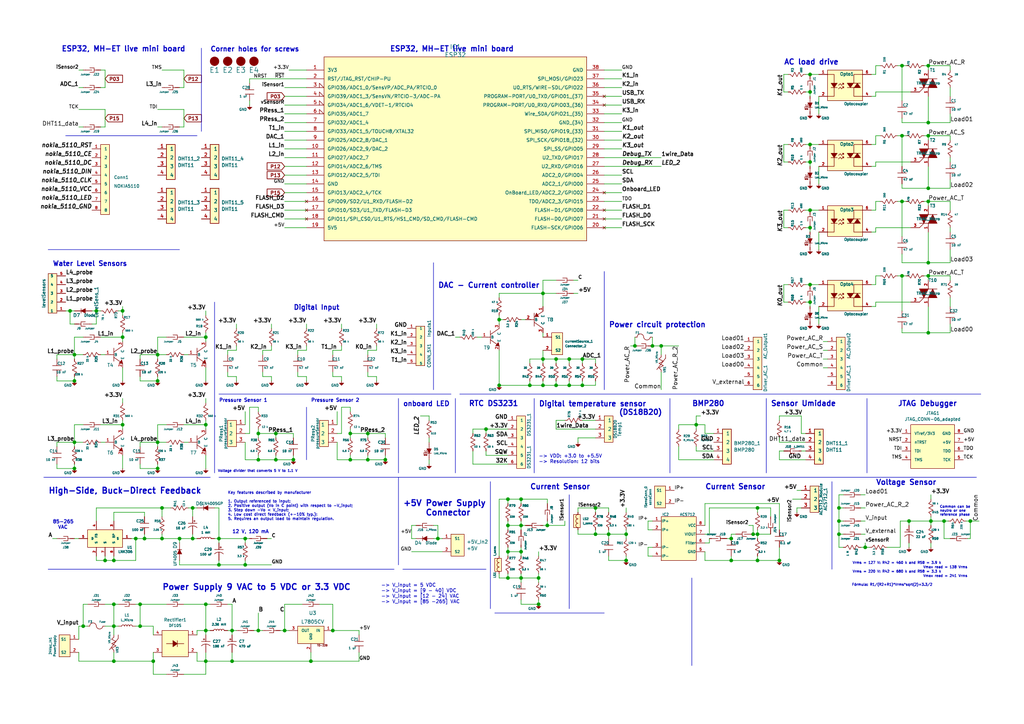
<source format=kicad_sch>
(kicad_sch (version 20230121) (generator eeschema)
  (paper "A4")
  (junction (at 55.88 147.32))
  (junction (at 39.37 156.21))
  (junction (at 44.45 191.77))
  (junction (at 106.68 125.73))
  (junction (at 181.61 162.56))
  (junction (at 219.71 147.32))
  (junction (at 270.002 151.13))
  (junction (at 201.93 123.19))
  (junction (at 269.24 19.05))
  (junction (at 151.13 160.02))
  (junction (at 261.62 80.01))
  (junction (at 219.71 154.94))
  (junction (at 243.332 147.32))
  (junction (at 59.69 97.79))
  (junction (at 269.24 58.42))
  (junction (at 153.67 111.76))
  (junction (at 157.48 111.76))
  (junction (at 243.332 154.94))
  (junction (at 41.91 156.21))
  (junction (at 168.91 111.76))
  (junction (at 151.13 152.4))
  (junction (at 144.78 111.76))
  (junction (at 35.56 97.79))
  (junction (at 71.12 163.83))
  (junction (at 234.95 87.63))
  (junction (at 189.23 100.33))
  (junction (at 74.93 125.73))
  (junction (at 45.72 128.27))
  (junction (at 45.72 135.89))
  (junction (at 226.06 162.56))
  (junction (at 161.29 104.14))
  (junction (at 234.95 46.99))
  (junction (at 63.5 163.83))
  (junction (at 218.44 154.94))
  (junction (at 101.6 133.35))
  (junction (at 59.69 182.88))
  (junction (at 80.01 125.73))
  (junction (at 269.24 39.37))
  (junction (at 74.93 182.88))
  (junction (at 269.24 35.56))
  (junction (at 281.432 151.13))
  (junction (at 111.76 133.35))
  (junction (at 59.69 175.26))
  (junction (at 55.88 156.21))
  (junction (at 219.71 162.56))
  (junction (at 176.53 154.94))
  (junction (at 234.95 60.96))
  (junction (at 184.15 100.33))
  (junction (at 165.1 104.14))
  (junction (at 20.32 90.17))
  (junction (at 269.24 80.01))
  (junction (at 144.78 92.71))
  (junction (at 35.56 123.19))
  (junction (at 90.17 191.77))
  (junction (at 181.61 154.94))
  (junction (at 80.01 133.35))
  (junction (at 21.59 128.27))
  (junction (at 24.13 181.61))
  (junction (at 243.332 151.13))
  (junction (at 156.21 167.64))
  (junction (at 212.09 162.56))
  (junction (at 157.48 85.09))
  (junction (at 269.24 96.52))
  (junction (at 165.1 111.76))
  (junction (at 234.95 82.55))
  (junction (at 63.5 156.21))
  (junction (at 40.64 181.61))
  (junction (at 67.31 182.88))
  (junction (at 33.02 181.61))
  (junction (at 33.02 175.26))
  (junction (at 35.56 90.17))
  (junction (at 147.32 144.78))
  (junction (at 27.94 90.17))
  (junction (at 172.72 154.94))
  (junction (at 59.69 191.77))
  (junction (at 172.72 147.32))
  (junction (at 45.72 102.87))
  (junction (at 96.52 182.88))
  (junction (at 161.29 111.76))
  (junction (at 74.93 133.35))
  (junction (at 147.32 152.4))
  (junction (at 140.97 124.46))
  (junction (at 46.99 156.21))
  (junction (at 147.32 160.02))
  (junction (at 151.13 144.78))
  (junction (at 234.95 26.67))
  (junction (at 21.59 110.49))
  (junction (at 234.95 21.59))
  (junction (at 127 156.21))
  (junction (at 151.13 167.64))
  (junction (at 85.09 133.35))
  (junction (at 234.95 66.04))
  (junction (at 157.48 104.14))
  (junction (at 101.6 125.73))
  (junction (at 250.952 158.75))
  (junction (at 212.09 156.21))
  (junction (at 273.812 151.13))
  (junction (at 40.64 175.26))
  (junction (at 52.07 156.21))
  (junction (at 33.02 191.77))
  (junction (at 261.62 19.05))
  (junction (at 261.62 39.37))
  (junction (at 21.59 135.89))
  (junction (at 45.72 110.49))
  (junction (at 147.32 167.64))
  (junction (at 234.95 41.91))
  (junction (at 82.55 182.88))
  (junction (at 71.12 156.21))
  (junction (at 59.69 123.19))
  (junction (at 263.652 151.13))
  (junction (at 156.21 175.26))
  (junction (at 269.24 76.2))
  (junction (at 269.24 54.61))
  (junction (at 67.31 191.77))
  (junction (at 106.68 133.35))
  (junction (at 191.77 100.33))
  (junction (at 261.62 58.42))
  (junction (at 46.99 147.32))
  (junction (at 21.59 102.87))
  (junction (at 158.75 152.4))
  (junction (at 30.48 162.56))
  (junction (at 33.02 162.56))
  (junction (at 168.91 104.14))
  (wire (pts (xy 227.33 66.04) (xy 228.6 66.04)))
  (wire (pts (xy 212.09 162.56) (xy 219.71 162.56)))
  (wire (pts (xy 219.71 153.67) (xy 219.71 154.94)))
  (wire (pts (xy 46.99 154.94) (xy 46.99 156.21)))
  (polyline (pts (xy 194.31 115.57) (xy 194.31 137.16)))
  (wire (pts (xy 59.69 96.52) (xy 59.69 97.79)))
  (wire (pts (xy 82.55 27.94) (xy 88.9 27.94)))
  (wire (pts (xy 172.72 104.14) (xy 168.91 104.14)))
  (wire (pts (xy 66.04 109.22) (xy 68.58 109.22)))
  (wire (pts (xy 40.64 128.27) (xy 45.72 128.27)))
  (wire (pts (xy 218.44 154.94) (xy 218.44 152.4)))
  (wire (pts (xy 146.05 92.71) (xy 144.78 92.71)))
  (wire (pts (xy 109.22 101.6) (xy 109.22 100.33)))
  (wire (pts (xy 29.21 123.19) (xy 35.56 123.19)))
  (wire (pts (xy 22.86 20.32) (xy 24.13 20.32)))
  (wire (pts (xy 157.48 85.09) (xy 157.48 88.9)))
  (wire (pts (xy 275.59 39.37) (xy 275.59 40.64)))
  (wire (pts (xy 275.59 25.4) (xy 275.59 27.94)))
  (wire (pts (xy 99.06 109.22) (xy 99.06 110.49)))
  (wire (pts (xy 176.53 156.21) (xy 176.53 154.94)))
  (wire (pts (xy 270.002 149.86) (xy 270.002 151.13)))
  (wire (pts (xy 52.07 156.21) (xy 55.88 156.21)))
  (wire (pts (xy 24.13 181.61) (xy 24.13 175.26)))
  (wire (pts (xy 269.24 88.9) (xy 269.24 96.52)))
  (wire (pts (xy 176.53 147.32) (xy 176.53 148.59)))
  (wire (pts (xy 59.69 135.89) (xy 59.69 132.08)))
  (wire (pts (xy 53.34 25.4) (xy 52.07 25.4)))
  (wire (pts (xy 204.47 123.19) (xy 201.93 123.19)))
  (wire (pts (xy 27.94 151.13) (xy 27.94 147.32)))
  (wire (pts (xy 144.78 85.09) (xy 157.48 85.09)))
  (wire (pts (xy 175.26 22.86) (xy 180.34 22.86)))
  (wire (pts (xy 24.13 97.79) (xy 21.59 97.79)))
  (wire (pts (xy 254 66.04) (xy 264.16 66.04)))
  (wire (pts (xy 189.23 151.13) (xy 187.96 151.13)))
  (wire (pts (xy 82.55 50.8) (xy 88.9 50.8)))
  (wire (pts (xy 219.71 147.32) (xy 219.71 148.59)))
  (polyline (pts (xy 115.57 115.57) (xy 115.57 137.16)))
  (wire (pts (xy 45.72 128.27) (xy 45.72 129.54)))
  (wire (pts (xy 45.72 102.87) (xy 45.72 104.14)))
  (wire (pts (xy 119.38 156.21) (xy 120.65 156.21)))
  (wire (pts (xy 228.6 60.96) (xy 227.33 60.96)))
  (wire (pts (xy 153.67 110.49) (xy 153.67 111.76)))
  (wire (pts (xy 30.48 128.27) (xy 29.21 128.27)))
  (wire (pts (xy 109.22 95.25) (xy 109.22 93.98)))
  (wire (pts (xy 33.02 175.26) (xy 33.02 181.61)))
  (wire (pts (xy 30.48 25.4) (xy 29.21 25.4)))
  (wire (pts (xy 227.33 21.59) (xy 227.33 26.67)))
  (wire (pts (xy 280.67 156.21) (xy 281.432 156.21)))
  (wire (pts (xy 45.72 97.79) (xy 45.72 102.87)))
  (wire (pts (xy 101.6 125.73) (xy 106.68 125.73)))
  (wire (pts (xy 16.51 102.87) (xy 21.59 102.87)))
  (wire (pts (xy 184.15 100.33) (xy 184.15 97.79)))
  (polyline (pts (xy 115.57 138.43) (xy 115.57 163.83)))
  (wire (pts (xy 30.48 102.87) (xy 29.21 102.87)))
  (polyline (pts (xy 154.94 115.57) (xy 154.94 137.16)))
  (wire (pts (xy 254 27.94) (xy 254 26.67)))
  (wire (pts (xy 261.62 58.42) (xy 260.35 58.42)))
  (wire (pts (xy 144.78 166.37) (xy 144.78 167.64)))
  (wire (pts (xy 254 39.37) (xy 255.27 39.37)))
  (wire (pts (xy 172.72 147.32) (xy 176.53 147.32)))
  (wire (pts (xy 151.13 151.13) (xy 151.13 152.4)))
  (wire (pts (xy 238.76 106.68) (xy 240.03 106.68)))
  (wire (pts (xy 270.002 151.13) (xy 273.812 151.13)))
  (wire (pts (xy 275.59 45.72) (xy 275.59 46.99)))
  (wire (pts (xy 165.1 111.76) (xy 168.91 111.76)))
  (wire (pts (xy 181.61 154.94) (xy 181.61 156.21)))
  (wire (pts (xy 273.812 156.21) (xy 273.812 151.13)))
  (wire (pts (xy 27.94 147.32) (xy 46.99 147.32)))
  (wire (pts (xy 267.97 80.01) (xy 269.24 80.01)))
  (wire (pts (xy 30.48 162.56) (xy 33.02 162.56)))
  (wire (pts (xy 86.36 101.6) (xy 88.9 101.6)))
  (wire (pts (xy 62.23 156.21) (xy 63.5 156.21)))
  (wire (pts (xy 157.48 110.49) (xy 157.48 111.76)))
  (wire (pts (xy 45.72 123.19) (xy 45.72 128.27)))
  (wire (pts (xy 35.56 110.49) (xy 35.56 106.68)))
  (wire (pts (xy 167.64 147.32) (xy 172.72 147.32)))
  (wire (pts (xy 275.59 58.42) (xy 275.59 60.96)))
  (wire (pts (xy 228.6 82.55) (xy 227.33 82.55)))
  (wire (pts (xy 22.86 181.61) (xy 24.13 181.61)))
  (wire (pts (xy 144.78 92.71) (xy 144.78 93.98)))
  (wire (pts (xy 71.12 123.19) (xy 71.12 119.38)))
  (wire (pts (xy 212.09 161.29) (xy 212.09 162.56)))
  (wire (pts (xy 167.64 153.67) (xy 167.64 154.94)))
  (wire (pts (xy 227.33 87.63) (xy 228.6 87.63)))
  (wire (pts (xy 88.9 48.26) (xy 82.55 48.26)))
  (wire (pts (xy 21.59 102.87) (xy 21.59 104.14)))
  (wire (pts (xy 80.01 133.35) (xy 85.09 133.35)))
  (wire (pts (xy 66.04 182.88) (xy 67.31 182.88)))
  (wire (pts (xy 254 60.96) (xy 252.73 60.96)))
  (wire (pts (xy 68.58 109.22) (xy 68.58 110.49)))
  (wire (pts (xy 106.68 107.95) (xy 106.68 109.22)))
  (wire (pts (xy 267.97 19.05) (xy 269.24 19.05)))
  (wire (pts (xy 263.652 157.48) (xy 263.652 158.75)))
  (wire (pts (xy 99.06 118.11) (xy 101.6 118.11)))
  (wire (pts (xy 74.93 125.73) (xy 80.01 125.73)))
  (wire (pts (xy 180.34 50.8) (xy 175.26 50.8)))
  (wire (pts (xy 71.12 128.27) (xy 71.12 133.35)))
  (wire (pts (xy 96.52 102.87) (xy 96.52 101.6)))
  (wire (pts (xy 71.12 156.21) (xy 72.39 156.21)))
  (wire (pts (xy 252.73 67.31) (xy 254 67.31)))
  (wire (pts (xy 234.95 87.63) (xy 234.95 88.9)))
  (wire (pts (xy 243.332 151.13) (xy 243.332 154.94)))
  (wire (pts (xy 243.332 147.32) (xy 243.332 143.51)))
  (wire (pts (xy 16.51 135.89) (xy 21.59 135.89)))
  (wire (pts (xy 33.02 181.61) (xy 34.29 181.61)))
  (wire (pts (xy 97.79 133.35) (xy 101.6 133.35)))
  (wire (pts (xy 250.952 158.75) (xy 252.222 158.75)))
  (wire (pts (xy 254 19.05) (xy 254 21.59)))
  (wire (pts (xy 63.5 156.21) (xy 63.5 157.48)))
  (wire (pts (xy 204.47 152.4) (xy 204.47 146.05)))
  (wire (pts (xy 151.13 166.37) (xy 151.13 167.64)))
  (wire (pts (xy 35.56 96.52) (xy 35.56 97.79)))
  (wire (pts (xy 273.812 151.13) (xy 275.082 151.13)))
  (wire (pts (xy 144.78 101.6) (xy 144.78 111.76)))
  (wire (pts (xy 201.93 124.46) (xy 201.93 123.19)))
  (wire (pts (xy 90.17 191.77) (xy 104.14 191.77)))
  (wire (pts (xy 76.2 101.6) (xy 78.74 101.6)))
  (wire (pts (xy 275.59 35.56) (xy 275.59 33.02)))
  (wire (pts (xy 40.64 104.14) (xy 40.64 102.87)))
  (wire (pts (xy 144.78 144.78) (xy 147.32 144.78)))
  (wire (pts (xy 57.15 182.88) (xy 59.69 182.88)))
  (wire (pts (xy 82.55 43.18) (xy 88.9 43.18)))
  (wire (pts (xy 30.48 31.75) (xy 30.48 36.83)))
  (wire (pts (xy 157.48 81.28) (xy 161.29 81.28)))
  (wire (pts (xy 53.34 128.27) (xy 54.61 128.27)))
  (wire (pts (xy 147.32 151.13) (xy 147.32 152.4)))
  (wire (pts (xy 137.16 130.81) (xy 137.16 134.62)))
  (wire (pts (xy 201.93 123.19) (xy 196.85 123.19)))
  (wire (pts (xy 48.26 123.19) (xy 45.72 123.19)))
  (wire (pts (xy 59.69 189.23) (xy 59.69 191.77)))
  (wire (pts (xy 201.93 123.19) (xy 201.93 120.65)))
  (wire (pts (xy 96.52 107.95) (xy 96.52 109.22)))
  (wire (pts (xy 262.89 39.37) (xy 261.62 39.37)))
  (wire (pts (xy 261.112 158.75) (xy 257.302 158.75)))
  (wire (pts (xy 175.26 53.34) (xy 180.34 53.34)))
  (polyline (pts (xy 175.26 78.74) (xy 175.26 113.03)))
  (wire (pts (xy 233.68 60.96) (xy 234.95 60.96)))
  (wire (pts (xy 153.67 111.76) (xy 157.48 111.76)))
  (wire (pts (xy 96.52 182.88) (xy 104.14 182.88)))
  (wire (pts (xy 168.91 111.76) (xy 172.72 111.76)))
  (wire (pts (xy 40.64 109.22) (xy 40.64 110.49)))
  (wire (pts (xy 41.91 156.21) (xy 41.91 154.94)))
  (wire (pts (xy 156.21 161.29) (xy 156.21 160.02)))
  (wire (pts (xy 140.97 130.81) (xy 140.97 132.08)))
  (wire (pts (xy 147.32 152.4) (xy 151.13 152.4)))
  (wire (pts (xy 16.51 104.14) (xy 16.51 102.87)))
  (wire (pts (xy 144.78 91.44) (xy 144.78 92.71)))
  (wire (pts (xy 254 80.01) (xy 255.27 80.01)))
  (wire (pts (xy 161.29 105.41) (xy 161.29 104.14)))
  (wire (pts (xy 232.41 120.65) (xy 232.41 125.73)))
  (wire (pts (xy 24.13 123.19) (xy 21.59 123.19)))
  (wire (pts (xy 151.13 152.4) (xy 151.13 153.67)))
  (wire (pts (xy 33.02 184.15) (xy 33.02 181.61)))
  (wire (pts (xy 244.602 147.32) (xy 243.332 147.32)))
  (wire (pts (xy 101.6 118.11) (xy 101.6 119.38)))
  (wire (pts (xy 33.02 161.29) (xy 33.02 162.56)))
  (wire (pts (xy 207.01 130.81) (xy 201.93 130.81)))
  (wire (pts (xy 269.24 58.42) (xy 275.59 58.42)))
  (wire (pts (xy 187.96 158.75) (xy 187.96 161.29)))
  (wire (pts (xy 165.1 104.14) (xy 161.29 104.14)))
  (wire (pts (xy 167.64 127) (xy 172.72 127)))
  (wire (pts (xy 187.96 153.67) (xy 189.23 153.67)))
  (wire (pts (xy 232.41 125.73) (xy 233.68 125.73)))
  (wire (pts (xy 270.002 157.48) (xy 270.002 158.75)))
  (wire (pts (xy 157.48 111.76) (xy 161.29 111.76)))
  (wire (pts (xy 227.33 82.55) (xy 227.33 87.63)))
  (wire (pts (xy 189.23 158.75) (xy 187.96 158.75)))
  (wire (pts (xy 72.39 118.11) (xy 74.93 118.11)))
  (wire (pts (xy 180.34 25.4) (xy 175.26 25.4)))
  (wire (pts (xy 66.04 107.95) (xy 66.04 109.22)))
  (wire (pts (xy 151.13 167.64) (xy 156.21 167.64)))
  (wire (pts (xy 223.52 147.32) (xy 223.52 149.86)))
  (polyline (pts (xy 132.08 115.57) (xy 132.08 137.16)))
  (wire (pts (xy 219.71 154.94) (xy 223.52 154.94)))
  (wire (pts (xy 74.93 124.46) (xy 74.93 125.73)))
  (wire (pts (xy 254 82.55) (xy 252.73 82.55)))
  (wire (pts (xy 157.48 101.6) (xy 157.48 104.14)))
  (wire (pts (xy 59.69 123.19) (xy 59.69 124.46)))
  (wire (pts (xy 39.37 181.61) (xy 40.64 181.61)))
  (wire (pts (xy 74.93 182.88) (xy 74.93 177.8)))
  (wire (pts (xy 254 80.01) (xy 254 82.55)))
  (wire (pts (xy 41.91 148.59) (xy 33.02 148.59)))
  (wire (pts (xy 161.29 121.92) (xy 161.29 124.46)))
  (wire (pts (xy 147.32 144.78) (xy 151.13 144.78)))
  (wire (pts (xy 234.95 66.04) (xy 234.95 67.31)))
  (wire (pts (xy 233.68 41.91) (xy 234.95 41.91)))
  (wire (pts (xy 35.56 135.89) (xy 35.56 132.08)))
  (wire (pts (xy 88.9 38.1) (xy 82.55 38.1)))
  (wire (pts (xy 20.32 90.17) (xy 21.59 90.17)))
  (wire (pts (xy 88.9 95.25) (xy 88.9 93.98)))
  (wire (pts (xy 254 58.42) (xy 255.27 58.42)))
  (wire (pts (xy 227.33 41.91) (xy 227.33 46.99)))
  (wire (pts (xy 181.61 153.67) (xy 181.61 154.94)))
  (wire (pts (xy 80.01 132.08) (xy 80.01 133.35)))
  (wire (pts (xy 96.52 175.26) (xy 96.52 182.88)))
  (wire (pts (xy 156.21 166.37) (xy 156.21 167.64)))
  (wire (pts (xy 97.79 128.27) (xy 97.79 133.35)))
  (wire (pts (xy 275.59 96.52) (xy 275.59 93.98)))
  (wire (pts (xy 106.68 133.35) (xy 106.68 132.08)))
  (wire (pts (xy 67.31 189.23) (xy 67.31 191.77)))
  (wire (pts (xy 269.24 19.05) (xy 275.59 19.05)))
  (wire (pts (xy 29.21 20.32) (xy 30.48 20.32)))
  (wire (pts (xy 250.952 143.51) (xy 249.682 143.51)))
  (wire (pts (xy 280.162 151.13) (xy 281.432 151.13)))
  (wire (pts (xy 59.69 175.26) (xy 60.96 175.26)))
  (wire (pts (xy 138.43 97.79) (xy 139.7 97.79)))
  (wire (pts (xy 260.35 80.01) (xy 261.62 80.01)))
  (wire (pts (xy 191.77 45.72) (xy 175.26 45.72)))
  (wire (pts (xy 261.62 80.01) (xy 261.62 90.17)))
  (wire (pts (xy 275.59 54.61) (xy 275.59 52.07)))
  (wire (pts (xy 270.002 151.13) (xy 270.002 152.4)))
  (wire (pts (xy 180.34 55.88) (xy 175.26 55.88)))
  (wire (pts (xy 254 67.31) (xy 254 66.04)))
  (wire (pts (xy 240.03 99.06) (xy 238.76 99.06)))
  (wire (pts (xy 191.77 107.95) (xy 191.77 113.03)))
  (wire (pts (xy 161.29 111.76) (xy 165.1 111.76)))
  (polyline (pts (xy 283.21 138.43) (xy 63.5 138.43)))
  (polyline (pts (xy 12.7 138.43) (xy 60.96 138.43)))
  (wire (pts (xy 151.13 144.78) (xy 151.13 146.05)))
  (wire (pts (xy 152.4 92.71) (xy 151.13 92.71)))
  (wire (pts (xy 27.94 161.29) (xy 27.94 162.56)))
  (wire (pts (xy 27.94 162.56) (xy 30.48 162.56)))
  (wire (pts (xy 88.9 58.42) (xy 82.55 58.42)))
  (wire (pts (xy 226.06 162.56) (xy 226.06 158.75)))
  (wire (pts (xy 82.55 63.5) (xy 88.9 63.5)))
  (wire (pts (xy 269.24 20.32) (xy 269.24 19.05)))
  (wire (pts (xy 157.48 105.41) (xy 157.48 104.14)))
  (wire (pts (xy 196.85 124.46) (xy 196.85 123.19)))
  (wire (pts (xy 86.36 102.87) (xy 86.36 101.6)))
  (wire (pts (xy 252.73 88.9) (xy 254 88.9)))
  (wire (pts (xy 120.65 152.4) (xy 119.38 152.4)))
  (polyline (pts (xy 175.26 177.8) (xy 143.51 177.8)))
  (wire (pts (xy 39.37 175.26) (xy 40.64 175.26)))
  (wire (pts (xy 219.71 162.56) (xy 226.06 162.56)))
  (wire (pts (xy 121.92 120.65) (xy 124.46 120.65)))
  (wire (pts (xy 16.51 129.54) (xy 16.51 128.27)))
  (wire (pts (xy 72.39 24.13) (xy 72.39 22.86)))
  (wire (pts (xy 106.68 125.73) (xy 111.76 125.73)))
  (wire (pts (xy 106.68 101.6) (xy 109.22 101.6)))
  (wire (pts (xy 88.9 40.64) (xy 82.55 40.64)))
  (wire (pts (xy 172.72 111.76) (xy 172.72 110.49)))
  (wire (pts (xy 66.04 175.26) (xy 67.31 175.26)))
  (wire (pts (xy 151.13 144.78) (xy 158.75 144.78)))
  (wire (pts (xy 88.9 30.48) (xy 82.55 30.48)))
  (wire (pts (xy 269.24 59.69) (xy 269.24 58.42)))
  (wire (pts (xy 219.71 147.32) (xy 223.52 147.32)))
  (wire (pts (xy 175.26 63.5) (xy 180.34 63.5)))
  (wire (pts (xy 40.64 110.49) (xy 45.72 110.49)))
  (wire (pts (xy 21.59 102.87) (xy 24.13 102.87)))
  (wire (pts (xy 73.66 182.88) (xy 74.93 182.88)))
  (wire (pts (xy 66.04 101.6) (xy 68.58 101.6)))
  (wire (pts (xy 172.72 153.67) (xy 172.72 154.94)))
  (wire (pts (xy 137.16 124.46) (xy 140.97 124.46)))
  (wire (pts (xy 109.22 109.22) (xy 109.22 110.49)))
  (wire (pts (xy 63.5 147.32) (xy 63.5 156.21)))
  (wire (pts (xy 124.46 121.92) (xy 124.46 120.65)))
  (wire (pts (xy 74.93 132.08) (xy 74.93 133.35)))
  (wire (pts (xy 196.85 133.35) (xy 196.85 129.54)))
  (wire (pts (xy 88.9 25.4) (xy 82.55 25.4)))
  (wire (pts (xy 101.6 133.35) (xy 106.68 133.35)))
  (wire (pts (xy 157.48 97.79) (xy 157.48 96.52)))
  (wire (pts (xy 63.5 162.56) (xy 63.5 163.83)))
  (wire (pts (xy 275.59 66.04) (xy 275.59 67.31)))
  (wire (pts (xy 15.24 156.21) (xy 16.51 156.21)))
  (wire (pts (xy 59.69 97.79) (xy 59.69 99.06)))
  (wire (pts (xy 71.12 133.35) (xy 74.93 133.35)))
  (wire (pts (xy 147.32 167.64) (xy 151.13 167.64)))
  (wire (pts (xy 261.62 34.29) (xy 261.62 35.56)))
  (wire (pts (xy 210.82 156.21) (xy 212.09 156.21)))
  (polyline (pts (xy 165.1 143.51) (xy 165.1 176.53)))
  (wire (pts (xy 111.76 133.35) (xy 111.76 132.08)))
  (wire (pts (xy 227.33 130.81) (xy 226.06 130.81)))
  (wire (pts (xy 88.9 109.22) (xy 88.9 110.49)))
  (wire (pts (xy 133.35 97.79) (xy 132.08 97.79)))
  (wire (pts (xy 63.5 156.21) (xy 71.12 156.21)))
  (wire (pts (xy 144.78 86.36) (xy 144.78 85.09)))
  (wire (pts (xy 281.432 151.13) (xy 283.972 151.13)))
  (wire (pts (xy 57.15 184.15) (xy 57.15 182.88)))
  (wire (pts (xy 167.64 128.27) (xy 167.64 127)))
  (wire (pts (xy 45.72 109.22) (xy 45.72 110.49)))
  (wire (pts (xy 125.73 152.4) (xy 127 152.4)))
  (wire (pts (xy 205.74 157.48) (xy 205.74 156.21)))
  (wire (pts (xy 46.99 156.21) (xy 52.07 156.21)))
  (wire (pts (xy 269.24 76.2) (xy 275.59 76.2)))
  (wire (pts (xy 127 152.4) (xy 127 156.21)))
  (wire (pts (xy 86.36 109.22) (xy 88.9 109.22)))
  (wire (pts (xy 269.24 39.37) (xy 275.59 39.37)))
  (wire (pts (xy 46.99 20.32) (xy 53.34 20.32)))
  (wire (pts (xy 254 41.91) (xy 252.73 41.91)))
  (polyline (pts (xy 284.48 114.3) (xy 133.35 114.3)))
  (wire (pts (xy 16.51 110.49) (xy 21.59 110.49)))
  (wire (pts (xy 53.34 20.32) (xy 53.34 25.4)))
  (wire (pts (xy 227.33 46.99) (xy 228.6 46.99)))
  (wire (pts (xy 21.59 109.22) (xy 21.59 110.49)))
  (wire (pts (xy 27.94 93.98) (xy 27.94 90.17)))
  (wire (pts (xy 254 19.05) (xy 255.27 19.05)))
  (wire (pts (xy 233.68 46.99) (xy 234.95 46.99)))
  (wire (pts (xy 30.48 175.26) (xy 33.02 175.26)))
  (wire (pts (xy 21.59 134.62) (xy 21.59 135.89)))
  (wire (pts (xy 156.21 167.64) (xy 156.21 168.91)))
  (wire (pts (xy 243.332 154.94) (xy 244.602 154.94)))
  (wire (pts (xy 144.78 144.78) (xy 144.78 161.29)))
  (wire (pts (xy 72.39 125.73) (xy 72.39 118.11)))
  (wire (pts (xy 80.01 127) (xy 80.01 125.73)))
  (wire (pts (xy 212.09 156.21) (xy 212.09 154.94)))
  (wire (pts (xy 204.47 154.94) (xy 205.74 154.94)))
  (wire (pts (xy 269.24 80.01) (xy 275.59 80.01)))
  (wire (pts (xy 21.59 128.27) (xy 24.13 128.27)))
  (wire (pts (xy 59.69 110.49) (xy 59.69 106.68)))
  (wire (pts (xy 57.15 156.21) (xy 55.88 156.21)))
  (wire (pts (xy 261.62 53.34) (xy 261.62 54.61)))
  (wire (pts (xy 119.38 152.4) (xy 119.38 156.21)))
  (wire (pts (xy 233.68 130.81) (xy 232.41 130.81)))
  (wire (pts (xy 204.47 162.56) (xy 212.09 162.56)))
  (wire (pts (xy 40.64 181.61) (xy 44.45 181.61)))
  (wire (pts (xy 39.37 156.21) (xy 39.37 162.56)))
  (wire (pts (xy 161.29 124.46) (xy 172.72 124.46)))
  (wire (pts (xy 45.72 31.75) (xy 53.34 31.75)))
  (wire (pts (xy 205.74 154.94) (xy 205.74 147.32)))
  (wire (pts (xy 59.69 175.26) (xy 59.69 182.88)))
  (wire (pts (xy 275.59 80.01) (xy 275.59 81.28)))
  (wire (pts (xy 34.29 175.26) (xy 33.02 175.26)))
  (wire (pts (xy 168.91 110.49) (xy 168.91 111.76)))
  (wire (pts (xy 82.55 35.56) (xy 88.9 35.56)))
  (wire (pts (xy 81.28 182.88) (xy 82.55 182.88)))
  (wire (pts (xy 233.68 26.67) (xy 234.95 26.67)))
  (wire (pts (xy 254 21.59) (xy 252.73 21.59)))
  (wire (pts (xy 82.55 175.26) (xy 87.63 175.26)))
  (wire (pts (xy 175.26 38.1) (xy 180.34 38.1)))
  (wire (pts (xy 53.34 195.58) (xy 59.69 195.58)))
  (wire (pts (xy 24.13 181.61) (xy 25.4 181.61)))
  (wire (pts (xy 85.09 125.73) (xy 85.09 127)))
  (wire (pts (xy 218.44 152.4) (xy 217.17 152.4)))
  (wire (pts (xy 249.682 158.75) (xy 250.952 158.75)))
  (wire (pts (xy 261.62 35.56) (xy 269.24 35.56)))
  (wire (pts (xy 88.9 55.88) (xy 82.55 55.88)))
  (wire (pts (xy 166.37 81.28) (xy 167.64 81.28)))
  (wire (pts (xy 157.48 104.14) (xy 153.67 104.14)))
  (wire (pts (xy 111.76 125.73) (xy 111.76 127)))
  (wire (pts (xy 262.89 58.42) (xy 261.62 58.42)))
  (wire (pts (xy 165.1 105.41) (xy 165.1 104.14)))
  (wire (pts (xy 275.59 86.36) (xy 275.59 88.9)))
  (wire (pts (xy 233.68 21.59) (xy 234.95 21.59)))
  (wire (pts (xy 41.91 149.86) (xy 41.91 148.59)))
  (wire (pts (xy 260.35 19.05) (xy 261.62 19.05)))
  (wire (pts (xy 27.94 90.17) (xy 29.21 90.17)))
  (wire (pts (xy 24.13 175.26) (xy 25.4 175.26)))
  (wire (pts (xy 35.56 121.92) (xy 35.56 123.19)))
  (wire (pts (xy 78.74 95.25) (xy 78.74 93.98)))
  (wire (pts (xy 163.83 151.13) (xy 163.83 152.4)))
  (wire (pts (xy 35.56 90.17) (xy 35.56 91.44)))
  (wire (pts (xy 261.62 39.37) (xy 260.35 39.37)))
  (wire (pts (xy 269.24 40.64) (xy 269.24 39.37)))
  (wire (pts (xy 33.02 148.59) (xy 33.02 151.13)))
  (wire (pts (xy 261.62 73.66) (xy 261.62 76.2)))
  (wire (pts (xy 54.61 147.32) (xy 55.88 147.32)))
  (wire (pts (xy 39.37 156.21) (xy 41.91 156.21)))
  (wire (pts (xy 106.68 109.22) (xy 109.22 109.22)))
  (wire (pts (xy 175.26 58.42) (xy 180.34 58.42)))
  (wire (pts (xy 104.14 184.15) (xy 104.14 182.88)))
  (polyline (pts (xy 142.24 139.7) (xy 142.24 176.53)))
  (wire (pts (xy 147.32 158.75) (xy 147.32 160.02)))
  (wire (pts (xy 74.93 118.11) (xy 74.93 119.38)))
  (wire (pts (xy 140.97 124.46) (xy 147.32 124.46)))
  (wire (pts (xy 21.59 123.19) (xy 21.59 128.27)))
  (wire (pts (xy 24.13 36.83) (xy 22.86 36.83)))
  (wire (pts (xy 88.9 60.96) (xy 82.55 60.96)))
  (wire (pts (xy 238.76 101.6) (xy 240.03 101.6)))
  (wire (pts (xy 57.15 189.23) (xy 57.15 191.77)))
  (wire (pts (xy 97.79 123.19) (xy 97.79 119.38)))
  (wire (pts (xy 180.34 30.48) (xy 175.26 30.48)))
  (wire (pts (xy 254 26.67) (xy 264.16 26.67)))
  (wire (pts (xy 46.99 149.86) (xy 46.99 147.32)))
  (wire (pts (xy 165.1 110.49) (xy 165.1 111.76)))
  (wire (pts (xy 234.95 21.59) (xy 237.49 21.59)))
  (wire (pts (xy 97.79 125.73) (xy 99.06 125.73)))
  (wire (pts (xy 237.49 48.26) (xy 237.49 53.34)))
  (wire (pts (xy 85.09 133.35) (xy 85.09 132.08)))
  (wire (pts (xy 147.32 144.78) (xy 147.32 146.05)))
  (wire (pts (xy 261.62 19.05) (xy 262.89 19.05)))
  (wire (pts (xy 59.69 191.77) (xy 67.31 191.77)))
  (wire (pts (xy 88.9 20.32) (xy 83.82 20.32)))
  (wire (pts (xy 191.77 100.33) (xy 196.85 100.33)))
  (wire (pts (xy 201.93 120.65) (xy 203.2 120.65)))
  (wire (pts (xy 68.58 95.25) (xy 68.58 93.98)))
  (wire (pts (xy 151.13 175.26) (xy 156.21 175.26)))
  (wire (pts (xy 187.96 161.29) (xy 189.23 161.29)))
  (wire (pts (xy 40.64 129.54) (xy 40.64 128.27)))
  (wire (pts (xy 124.46 127) (xy 124.46 128.27)))
  (wire (pts (xy 234.95 26.67) (xy 234.95 27.94)))
  (wire (pts (xy 16.51 134.62) (xy 16.51 135.89)))
  (wire (pts (xy 88.9 101.6) (xy 88.9 100.33)))
  (wire (pts (xy 151.13 160.02) (xy 147.32 160.02)))
  (wire (pts (xy 30.48 20.32) (xy 30.48 25.4)))
  (wire (pts (xy 74.93 133.35) (xy 80.01 133.35)))
  (wire (pts (xy 219.71 154.94) (xy 219.71 156.21)))
  (wire (pts (xy 59.69 184.15) (xy 59.69 182.88)))
  (wire (pts (xy 74.93 125.73) (xy 74.93 127)))
  (wire (pts (xy 269.24 81.28) (xy 269.24 80.01)))
  (wire (pts (xy 101.6 125.73) (xy 101.6 127)))
  (wire (pts (xy 249.682 147.32) (xy 250.952 147.32)))
  (polyline (pts (xy 241.3 139.7) (xy 241.3 165.1)))
  (wire (pts (xy 67.31 175.26) (xy 67.31 182.88)))
  (wire (pts (xy 189.23 100.33) (xy 189.23 97.79)))
  (wire (pts (xy 106.68 102.87) (xy 106.68 101.6)))
  (wire (pts (xy 53.34 175.26) (xy 59.69 175.26)))
  (wire (pts (xy 101.6 132.08) (xy 101.6 133.35)))
  (wire (pts (xy 106.68 127) (xy 106.68 125.73)))
  (wire (pts (xy 59.69 195.58) (xy 59.69 191.77)))
  (wire (pts (xy 204.47 125.73) (xy 204.47 123.19)))
  (wire (pts (xy 74.93 182.88) (xy 76.2 182.88)))
  (wire (pts (xy 53.34 31.75) (xy 53.34 36.83)))
  (polyline (pts (xy 200.66 167.64) (xy 200.66 193.04)))
  (wire (pts (xy 263.652 151.13) (xy 270.002 151.13)))
  (wire (pts (xy 137.16 134.62) (xy 147.32 134.62)))
  (wire (pts (xy 44.45 191.77) (xy 44.45 195.58)))
  (wire (pts (xy 275.59 76.2) (xy 275.59 72.39)))
  (wire (pts (xy 237.49 27.94) (xy 237.49 33.02)))
  (wire (pts (xy 153.67 104.14) (xy 153.67 105.41)))
  (wire (pts (xy 144.78 167.64) (xy 147.32 167.64)))
  (wire (pts (xy 54.61 102.87) (xy 53.34 102.87)))
  (wire (pts (xy 55.88 156.21) (xy 55.88 154.94)))
  (wire (pts (xy 77.47 156.21) (xy 78.74 156.21)))
  (wire (pts (xy 44.45 195.58) (xy 48.26 195.58)))
  (wire (pts (xy 55.88 149.86) (xy 55.88 147.32)))
  (wire (pts (xy 38.1 156.21) (xy 39.37 156.21)))
  (wire (pts (xy 207.01 133.35) (xy 196.85 133.35)))
  (wire (pts (xy 168.91 105.41) (xy 168.91 104.14)))
  (wire (pts (xy 254 39.37) (xy 254 41.91)))
  (wire (pts (xy 243.332 147.32) (xy 243.332 151.13)))
  (wire (pts (xy 26.67 90.17) (xy 27.94 90.17)))
  (wire (pts (xy 254 58.42) (xy 254 60.96)))
  (wire (pts (xy 147.32 152.4) (xy 147.32 153.67)))
  (wire (pts (xy 40.64 175.26) (xy 40.64 181.61)))
  (wire (pts (xy 187.96 151.13) (xy 187.96 153.67)))
  (wire (pts (xy 35.56 115.57) (xy 35.56 116.84)))
  (wire (pts (xy 175.26 48.26) (xy 191.77 48.26)))
  (wire (pts (xy 46.99 36.83) (xy 45.72 36.83)))
  (wire (pts (xy 201.93 130.81) (xy 201.93 129.54)))
  (wire (pts (xy 40.64 135.89) (xy 45.72 135.89)))
  (wire (pts (xy 244.602 151.13) (xy 243.332 151.13)))
  (wire (pts (xy 228.6 41.91) (xy 227.33 41.91)))
  (wire (pts (xy 71.12 125.73) (xy 72.39 125.73)))
  (wire (pts (xy 180.34 35.56) (xy 175.26 35.56)))
  (wire (pts (xy 22.86 31.75) (xy 30.48 31.75)))
  (wire (pts (xy 101.6 124.46) (xy 101.6 125.73)))
  (wire (pts (xy 151.13 173.99) (xy 151.13 175.26)))
  (wire (pts (xy 181.61 148.59) (xy 181.61 147.32)))
  (wire (pts (xy 33.02 191.77) (xy 44.45 191.77)))
  (wire (pts (xy 35.56 123.19) (xy 35.56 124.46)))
  (wire (pts (xy 21.59 156.21) (xy 22.86 156.21)))
  (wire (pts (xy 269.24 48.26) (xy 269.24 54.61)))
  (wire (pts (xy 158.75 151.13) (xy 158.75 152.4)))
  (wire (pts (xy 226.06 120.65) (xy 232.41 120.65)))
  (wire (pts (xy 59.69 121.92) (xy 59.69 123.19)))
  (wire (pts (xy 269.24 67.31) (xy 269.24 76.2)))
  (wire (pts (xy 156.21 175.26) (xy 156.21 173.99)))
  (wire (pts (xy 234.95 60.96) (xy 237.49 60.96)))
  (wire (pts (xy 92.71 175.26) (xy 96.52 175.26)))
  (wire (pts (xy 261.62 39.37) (xy 261.62 48.26)))
  (wire (pts (xy 22.86 189.23) (xy 22.86 191.77)))
  (wire (pts (xy 281.432 156.21) (xy 281.432 151.13)))
  (wire (pts (xy 226.06 121.92) (xy 226.06 120.65)))
  (wire (pts (xy 99.06 125.73) (xy 99.06 118.11)))
  (wire (pts (xy 68.58 182.88) (xy 67.31 182.88)))
  (wire (pts (xy 88.9 45.72) (xy 82.55 45.72)))
  (wire (pts (xy 263.652 152.4) (xy 263.652 151.13)))
  (wire (pts (xy 128.27 156.21) (xy 127 156.21)))
  (polyline (pts (xy 251.46 115.57) (xy 251.46 137.16)))
  (wire (pts (xy 175.26 40.64) (xy 180.34 40.64)))
  (wire (pts (xy 238.76 104.14) (xy 240.03 104.14)))
  (wire (pts (xy 237.49 88.9) (xy 237.49 93.98)))
  (wire (pts (xy 128.27 160.02) (xy 119.38 160.02)))
  (wire (pts (xy 59.69 182.88) (xy 60.96 182.88)))
  (polyline (pts (xy 19.05 39.37) (xy 57.15 39.37)))
  (wire (pts (xy 72.39 22.86) (xy 88.9 22.86)))
  (wire (pts (xy 29.21 97.79) (xy 35.56 97.79)))
  (wire (pts (xy 180.34 43.18) (xy 175.26 43.18)))
  (wire (pts (xy 180.34 60.96) (xy 175.26 60.96)))
  (wire (pts (xy 22.86 191.77) (xy 33.02 191.77)))
  (wire (pts (xy 234.95 82.55) (xy 237.49 82.55)))
  (wire (pts (xy 140.97 125.73) (xy 140.97 124.46)))
  (wire (pts (xy 52.07 162.56) (xy 52.07 163.83)))
  (wire (pts (xy 233.68 128.27) (xy 226.06 128.27)))
  (wire (pts (xy 45.72 102.87) (xy 48.26 102.87)))
  (wire (pts (xy 226.06 130.81) (xy 226.06 133.35)))
  (wire (pts (xy 96.52 109.22) (xy 99.06 109.22)))
  (wire (pts (xy 168.91 121.92) (xy 172.72 121.92)))
  (wire (pts (xy 59.69 115.57) (xy 59.69 116.84)))
  (wire (pts (xy 52.07 156.21) (xy 52.07 157.48)))
  (wire (pts (xy 167.64 148.59) (xy 167.64 147.32)))
  (wire (pts (xy 44.45 191.77) (xy 44.45 189.23)))
  (wire (pts (xy 261.112 151.13) (xy 263.652 151.13)))
  (wire (pts (xy 46.99 147.32) (xy 49.53 147.32)))
  (wire (pts (xy 157.48 152.4) (xy 158.75 152.4)))
  (wire (pts (xy 168.91 104.14) (xy 165.1 104.14)))
  (wire (pts (xy 161.29 110.49) (xy 161.29 111.76)))
  (wire (pts (xy 158.75 144.78) (xy 158.75 146.05)))
  (wire (pts (xy 66.04 102.87) (xy 66.04 101.6)))
  (wire (pts (xy 275.59 156.21) (xy 273.812 156.21)))
  (wire (pts (xy 228.6 21.59) (xy 227.33 21.59)))
  (wire (pts (xy 176.53 162.56) (xy 181.61 162.56)))
  (wire (pts (xy 269.24 35.56) (xy 275.59 35.56)))
  (wire (pts (xy 243.332 158.75) (xy 244.602 158.75)))
  (wire (pts (xy 86.36 107.95) (xy 86.36 109.22)))
  (polyline (pts (xy 222.25 115.57) (xy 222.25 137.16)))
  (wire (pts (xy 34.29 90.17) (xy 35.56 90.17)))
  (wire (pts (xy 72.39 29.21) (xy 72.39 30.48)))
  (wire (pts (xy 40.64 175.26) (xy 48.26 175.26)))
  (polyline (pts (xy 13.97 165.1) (xy 114.3 165.1)))
  (wire (pts (xy 48.26 97.79) (xy 45.72 97.79)))
  (wire (pts (xy 30.48 36.83) (xy 29.21 36.83)))
  (wire (pts (xy 237.49 67.31) (xy 237.49 72.39)))
  (wire (pts (xy 254 48.26) (xy 254 46.99)))
  (wire (pts (xy 67.31 184.15) (xy 67.31 182.88)))
  (wire (pts (xy 99.06 95.25) (xy 99.06 93.98)))
  (polyline (pts (xy 58.42 13.97) (xy 58.42 38.1)))
  (wire (pts (xy 99.06 101.6) (xy 99.06 100.33)))
  (wire (pts (xy 78.74 101.6) (xy 78.74 100.33)))
  (wire (pts (xy 254 87.63) (xy 264.16 87.63)))
  (wire (pts (xy 20.32 90.17) (xy 20.32 93.98)))
  (wire (pts (xy 71.12 163.83) (xy 78.74 163.83)))
  (wire (pts (xy 250.952 151.13) (xy 249.682 151.13)))
  (wire (pts (xy 227.33 60.96) (xy 227.33 66.04)))
  (wire (pts (xy 175.26 27.94) (xy 180.34 27.94)))
  (wire (pts (xy 45.72 134.62) (xy 45.72 135.89)))
  (wire (pts (xy 163.83 152.4) (xy 158.75 152.4)))
  (wire (pts (xy 167.64 154.94) (xy 172.72 154.94)))
  (polyline (pts (xy 130.81 114.3) (xy 63.5 114.3)))
  (wire (pts (xy 147.32 166.37) (xy 147.32 167.64)))
  (wire (pts (xy 212.09 154.94) (xy 213.36 154.94)))
  (wire (pts (xy 176.53 153.67) (xy 176.53 154.94)))
  (polyline (pts (xy 116.84 165.1) (xy 140.97 165.1)))
  (wire (pts (xy 151.13 168.91) (xy 151.13 167.64)))
  (wire (pts (xy 26.67 93.98) (xy 27.94 93.98)))
  (wire (pts (xy 63.5 163.83) (xy 71.12 163.83)))
  (wire (pts (xy 226.06 133.35) (xy 233.68 133.35)))
  (wire (pts (xy 71.12 156.21) (xy 71.12 157.48)))
  (wire (pts (xy 261.62 76.2) (xy 269.24 76.2)))
  (wire (pts (xy 144.78 111.76) (xy 153.67 111.76)))
  (wire (pts (xy 88.9 33.02) (xy 82.55 33.02)))
  (wire (pts (xy 76.2 107.95) (xy 76.2 109.22)))
  (wire (pts (xy 249.682 154.94) (xy 250.952 154.94)))
  (wire (pts (xy 261.62 54.61) (xy 269.24 54.61)))
  (wire (pts (xy 226.06 146.05) (xy 226.06 153.67)))
  (wire (pts (xy 176.53 154.94) (xy 181.61 154.94)))
  (wire (pts (xy 175.26 66.04) (xy 180.34 66.04)))
  (wire (pts (xy 151.13 152.4) (xy 152.4 152.4)))
  (wire (pts (xy 30.48 161.29) (xy 30.48 162.56)))
  (wire (pts (xy 68.58 101.6) (xy 68.58 100.33)))
  (wire (pts (xy 106.68 133.35) (xy 111.76 133.35)))
  (wire (pts (xy 218.44 154.94) (xy 219.71 154.94)))
  (wire (pts (xy 261.62 96.52) (xy 269.24 96.52)))
  (wire (pts (xy 127 156.21) (xy 125.73 156.21)))
  (wire (pts (xy 53.34 97.79) (xy 59.69 97.79)))
  (wire (pts (xy 104.14 189.23) (xy 104.14 191.77)))
  (wire (pts (xy 163.83 121.92) (xy 161.29 121.92)))
  (wire (pts (xy 140.97 132.08) (xy 147.32 132.08)))
  (wire (pts (xy 233.68 66.04) (xy 234.95 66.04)))
  (wire (pts (xy 33.02 162.56) (xy 39.37 162.56)))
  (wire (pts (xy 21.59 128.27) (xy 21.59 129.54)))
  (wire (pts (xy 227.33 26.67) (xy 228.6 26.67)))
  (wire (pts (xy 59.69 90.17) (xy 59.69 91.44)))
  (wire (pts (xy 261.62 58.42) (xy 261.62 68.58)))
  (wire (pts (xy 231.14 147.32) (xy 232.41 147.32)))
  (wire (pts (xy 232.41 144.78) (xy 229.87 144.78)))
  (wire (pts (xy 167.64 85.09) (xy 166.37 85.09)))
  (wire (pts (xy 157.48 85.09) (xy 161.29 85.09)))
  (wire (pts (xy 80.01 125.73) (xy 85.09 125.73)))
  (wire (pts (xy 30.48 181.61) (xy 33.02 181.61)))
  (wire (pts (xy 275.59 19.05) (xy 275.59 20.32)))
  (wire (pts (xy 172.72 154.94) (xy 176.53 154.94)))
  (wire (pts (xy 53.34 36.83) (xy 52.07 36.83)))
  (wire (pts (xy 76.2 109.22) (xy 78.74 109.22)))
  (wire (pts (xy 233.68 82.55) (xy 234.95 82.55)))
  (wire (pts (xy 46.99 156.21) (xy 41.91 156.21)))
  (wire (pts (xy 243.332 154.94) (xy 243.332 158.75)))
  (wire (pts (xy 261.62 80.01) (xy 262.89 80.01)))
  (wire (pts (xy 124.46 134.62) (xy 124.46 133.35)))
  (wire (pts (xy 16.51 109.22) (xy 16.51 110.49)))
  (wire (pts (xy 172.72 105.41) (xy 172.72 104.14)))
  (wire (pts (xy 207.01 125.73) (xy 204.47 125.73)))
  (wire (pts (xy 57.15 191.77) (xy 59.69 191.77)))
  (wire (pts (xy 270.002 143.51) (xy 270.002 144.78)))
  (wire (pts (xy 261.62 95.25) (xy 261.62 96.52)))
  (polyline (pts (xy 88.9 118.11) (xy 88.9 133.35)))
  (wire (pts (xy 181.61 162.56) (xy 181.61 161.29)))
  (wire (pts (xy 191.77 100.33) (xy 191.77 102.87)))
  (wire (pts (xy 82.55 182.88) (xy 83.82 182.88)))
  (polyline (pts (xy 57.15 138.43) (xy 60.96 138.43)))
  (wire (pts (xy 33.02 189.23) (xy 33.02 191.77)))
  (wire (pts (xy 172.72 147.32) (xy 172.72 148.59)))
  (wire (pts (xy 250.952 157.48) (xy 250.952 158.75)))
  (wire (pts (xy 269.24 58.42) (xy 267.97 58.42)))
  (wire (pts (xy 147.32 160.02) (xy 147.32 161.29)))
  (wire (pts (xy 96.52 101.6) (xy 99.06 101.6)))
  (wire (pts (xy 231.14 148.59) (xy 231.14 147.32)))
  (wire (pts (xy 182.88 100.33) (xy 184.15 100.33)))
  (wire (pts (xy 204.47 146.05) (xy 226.06 146.05)))
  (wire (pts (xy 252.73 27.94) (xy 254 27.94)))
  (wire (pts (xy 88.9 53.34) (xy 82.55 53.34)))
  (wire (pts (xy 16.51 128.27) (xy 21.59 128.27)))
  (wire (pts (xy 233.68 87.63) (xy 234.95 87.63)))
  (polyline (pts (xy 13.97 72.39) (xy 52.07 72.39)))
  (wire (pts (xy 82.55 182.88) (xy 82.55 175.26)))
  (polyline (pts (xy 125.73 76.2) (xy 125.73 113.03)))
  (polyline (pts (xy 62.23 87.63) (xy 62.23 137.16)))
  (wire (pts (xy 161.29 104.14) (xy 157.48 104.14)))
  (wire (pts (xy 204.47 157.48) (xy 205.74 157.48)))
  (wire (pts (xy 19.05 90.17) (xy 20.32 90.17)))
  (wire (pts (xy 24.13 25.4) (xy 22.86 25.4)))
  (wire (pts (xy 151.13 158.75) (xy 151.13 160.02)))
  (wire (pts (xy 157.48 85.09) (xy 157.48 81.28)))
  (wire (pts (xy 189.23 100.33) (xy 191.77 100.33)))
  (wire (pts (xy 219.71 162.56) (xy 219.71 161.29)))
  (wire (pts (xy 254 88.9) (xy 254 87.63)))
  (wire (pts (xy 234.95 41.91) (xy 237.49 41.91)))
  (wire (pts (xy 40.64 134.62) (xy 40.64 135.89)))
  (wire (pts (xy 261.112 151.13) (xy 261.112 158.75)))
  (wire (pts (xy 71.12 163.83) (xy 71.12 162.56)))
  (wire (pts (xy 35.56 88.9) (xy 35.56 90.17)))
  (wire (pts (xy 21.59 97.79) (xy 21.59 102.87)))
  (wire (pts (xy 52.07 163.83) (xy 63.5 163.83)))
  (wire (pts (xy 151.13 161.29) (xy 151.13 160.02)))
  (wire (pts (xy 88.9 66.04) (xy 82.55 66.04)))
  (wire (pts (xy 20.32 93.98) (xy 21.59 93.98)))
  (wire (pts (xy 269.24 27.94) (xy 269.24 35.56)))
  (wire (pts (xy 175.26 33.02) (xy 180.34 33.02)))
  (wire (pts (xy 22.86 181.61) (xy 22.86 185.42)))
  (wire (pts (xy 204.47 162.56) (xy 204.47 160.02)))
  (wire (pts (xy 226.06 128.27) (xy 226.06 127)))
  (wire (pts (xy 76.2 102.87) (xy 76.2 101.6)))
  (wire (pts (xy 78.74 109.22) (xy 78.74 110.49)))
  (wire (pts (xy 232.41 142.24) (xy 231.14 142.24)))
  (wire (pts (xy 176.53 161.29) (xy 176.53 162.56)))
  (wire (pts (xy 53.34 123.19) (xy 59.69 123.19)))
  (wire (pts (xy 175.26 20.32) (xy 180.34 20.32)))
  (wire (pts (xy 261.62 19.05) (xy 261.62 29.21)))
  (wire (pts (xy 90.17 189.23) (xy 90.17 191.77)))
  (wire (pts (xy 234.95 46.99) (xy 234.95 48.26)))
  (wire (pts (xy 35.56 97.79) (xy 35.56 99.06)))
  (wire (pts (xy 40.64 102.87) (xy 45.72 102.87)))
  (wire (pts (xy 55.88 147.32) (xy 57.15 147.32)))
  (wire (pts (xy 45.72 128.27) (xy 48.26 128.27)))
  (wire (pts (xy 205.74 147.32) (xy 219.71 147.32)))
  (wire (pts (xy 269.24 54.61) (xy 275.59 54.61)))
  (wire (pts (xy 67.31 191.77) (xy 90.17 191.77)))
  (wire (pts (xy 267.97 39.37) (xy 269.24 39.37)))
  (wire (pts (xy 137.16 125.73) (xy 137.16 124.46)))
  (wire (pts (xy 243.332 143.51) (xy 244.602 143.51)))
  (wire (pts (xy 44.45 181.61) (xy 44.45 184.15)))
  (wire (pts (xy 63.5 147.32) (xy 62.23 147.32)))
  (wire (pts (xy 254 46.99) (xy 264.16 46.99)))
  (wire (pts (xy 269.24 96.52) (xy 275.59 96.52)))
  (wire (pts (xy 252.73 48.26) (xy 254 48.26)))
  (text "BMP280" (at 200.66 118.11 0) (effects (font (size 1.524 1.524) (thickness 0.3048) bold) (justify left bottom)))
  (text "Voltage Sensor" (at 254 140.97 0) (effects (font (size 1.524 1.524) (thickness 0.3048) bold) (justify left bottom)))
  (text "Power circuit protection" (at 176.53 95.25 0) (effects (font (size 1.524 1.524) (thickness 0.3048) bold) (justify left bottom)))
  (text "12 V, 120 mA" (at 67.31 154.94 0) (effects (font (size 0.9906 0.9906) (thickness 0.1981) bold) (justify left bottom)))
  (text "JTAG Debugger" (at 260.35 118.11 0) (effects (font (size 1.524 1.524) (thickness 0.3048) bold) (justify left bottom)))
  (text "Vmax read = 241 Vrms" (at 280.67 167.64 0) (effects (font (size 0.7112 0.7112)) (justify right bottom)))
  (text "Digital temperature sensor\n                    (DS18B20)" (at 156.21 120.65 0) (effects (font (size 1.524 1.524) (thickness 0.3048) bold) (justify left bottom)))
  (text "Fórmula: R1/(R2+R1)*Vrms*sqrt(2)+3.3/2" (at 270.51 170.18 0) (effects (font (size 0.7112 0.7112)) (justify right bottom)))
  (text "Power Supply 9 VAC to 5 VDC or 3.3 VDC" (at 46.99 171.45 0) (effects (font (size 1.7018 1.7018) (thickness 0.3404) bold) (justify left bottom)))
  (text "Current Sensor" (at 153.67 142.24 0) (effects (font (size 1.524 1.524) (thickness 0.3048) bold) (justify left bottom)))
  (text "-> VDD: +3.0 to +5.5V\n-> Resolution: 12 bits" (at 156.21 134.62 0) (effects (font (size 0.9906 0.9906)) (justify left bottom)))
  (text "ESP32, MH-ET live mini board" (at 17.78 15.24 0) (effects (font (size 1.524 1.524) (thickness 0.3048) bold) (justify left bottom)))
  (text "Vmax read = 138 Vrms" (at 280.67 165.1 0) (effects (font (size 0.7112 0.7112)) (justify right bottom)))
  (text "Pressure Sensor 2" (at 90.17 116.84 0) (effects (font (size 0.9906 0.9906) (thickness 0.1981) bold) (justify left bottom)))
  (text "AC load drive" (at 227.33 19.05 0) (effects (font (size 1.524 1.524) (thickness 0.3048) bold) (justify left bottom)))
  (text "High-Side, Buck-Direct Feedback" (at 13.97 143.51 0) (effects (font (size 1.7018 1.7018) (thickness 0.3404) bold) (justify left bottom)))
  (text "Common can be\nneutro or one\nreference phase" (at 272.542 149.86 0) (effects (font (size 0.7112 0.7112)) (justify left bottom)))
  (text "Current Sensor" (at 204.47 142.24 0) (effects (font (size 1.524 1.524) (thickness 0.3048) bold) (justify left bottom)))
  (text "onboard LED" (at 116.84 118.11 0) (effects (font (size 1.397 1.397) (thickness 0.2794) bold) (justify left bottom)))
  (text "Vrms = 220 V: R42 = 680 k and R58 = 3.3 k" (at 273.05 166.37 0) (effects (font (size 0.7112 0.7112)) (justify right bottom)))
  (text "Voltage divider that converts 5 V to 1.1 V" (at 86.36 137.16 0) (effects (font (size 0.7112 0.7112)) (justify right bottom)))
  (text "RTC DS3231" (at 135.89 118.11 0) (effects (font (size 1.524 1.524) (thickness 0.3048) bold) (justify left bottom)))
  (text "Key features described by manufacturer\n\n1. Output referenced to input;\n2. Positive output (Vo in C point) with respect to -V_input;\n3. Step down -Vo < V_input;\n4. Low cost direct feedback (+-10% typ.);\n5. Requires an output load to maintain regulation." (at 66.04 151.13 0) (effects (font (size 0.7874 0.7874)) (justify left bottom)))
  (text "+5V Power Supply\n     Connector" (at 116.84 149.86 0) (effects (font (size 1.7018 1.7018) (thickness 0.3404) bold) (justify left bottom)))
  (text "-> V_input = 5 VDC\n-> V_input = [9 - 40] VDC\n-> V_input = [12 - 24] VAC\n-> V_input = [85 -265] VAC" (at 110.49 175.26 0) (effects (font (size 0.9906 0.9906)) (justify left bottom)))
  (text "Corner holes for screws" (at 60.96 15.24 0) (effects (font (size 1.397 1.397) (thickness 0.2794) bold) (justify left bottom)))
  (text "DAC - Current controller" (at 127 83.82 0) (effects (font (size 1.524 1.524) (thickness 0.3048) bold) (justify left bottom)))
  (text "Digital Input" (at 85.09 90.17 0) (effects (font (size 1.397 1.397) (thickness 0.2794) bold) (justify left bottom)))
  (text "Vrms = 127 V: R42 = 460 k and R58 = 3.9 k" (at 273.05 163.83 0) (effects (font (size 0.7112 0.7112)) (justify right bottom)))
  (text "Sensor Umidade" (at 223.52 118.11 0) (effects (font (size 1.524 1.524) (thickness 0.3048) bold) (justify left bottom)))
  (text "Pressure Sensor 1" (at 63.5 116.84 0) (effects (font (size 0.9906 0.9906) (thickness 0.1981) bold) (justify left bottom)))
  (text "85-265\n  VAC" (at 15.24 153.67 0) (effects (font (size 0.9906 0.9906) (thickness 0.1981) bold) (justify left bottom)))
  (text "Water Level Sensors" (at 15.24 77.47 0) (effects (font (size 1.397 1.397) (thickness 0.2794) bold) (justify left bottom)))
  (text "ESP32, MH-ET live mini board" (at 113.03 15.24 0) (effects (font (size 1.524 1.524) (thickness 0.3048) bold) (justify left bottom)))
  (label "iSensor2" (at 167.64 147.32 0) (effects (font (size 0.9906 0.9906) (thickness 0.1981) bold)))
  (label "+3.3V" (at 147.32 124.46 180) (effects (font (size 1.143 1.143) (thickness 0.2286) bold)))
  (label "FLASH_CMD" (at 82.55 63.5 180) (effects (font (size 1.143 1.143) (thickness 0.2286) bold)))
  (label "TMS" (at 46.99 20.32 180) (effects (font (size 0.9906 0.9906))))
  (label "+3.3V" (at 59.69 115.57 180) (effects (font (size 1.143 1.143) (thickness 0.2286) bold)))
  (label "Load02" (at 215.9 101.6 180) (effects (font (size 1.1938 1.1938))))
  (label "K2_in" (at 77.47 101.6 180) (effects (font (size 1.143 1.143) (thickness 0.2286) bold)))
  (label "GND" (at 82.55 53.34 180) (effects (font (size 0.9906 0.9906))))
  (label "Power_AC_R" (at 269.24 19.05 0) (effects (font (size 1.1938 1.1938))))
  (label "K3_out" (at 227.33 60.96 270) (effects (font (size 1.1938 1.1938) (thickness 0.2388) bold italic)))
  (label "Power_AC_T" (at 269.24 80.01 0) (effects (font (size 1.1938 1.1938))))
  (label "+3.3V" (at 59.69 90.17 180) (effects (font (size 1.143 1.143) (thickness 0.2286) bold)))
  (label "K0_out" (at 227.33 82.55 270) (effects (font (size 1.1938 1.1938) (thickness 0.2388) bold italic)))
  (label "GND" (at 118.11 95.25 180) (effects (font (size 1.143 1.143) (thickness 0.2286) bold)))
  (label "vSensorR" (at 82.55 30.48 180) (effects (font (size 0.9906 0.9906) (thickness 0.1981) bold)))
  (label "TDI" (at 45.72 31.75 180) (effects (font (size 0.9906 0.9906))))
  (label "+3.3V" (at 109.22 93.98 180) (effects (font (size 1.143 1.143) (thickness 0.2286) bold)))
  (label "DHT11_data" (at 22.86 36.83 180) (effects (font (size 1.1938 1.1938))))
  (label "L3_probe" (at 21.59 128.27 180) (effects (font (size 1.143 1.143) (thickness 0.2286) bold)))
  (label "IP+" (at 187.96 151.13 180) (effects (font (size 0.9906 0.9906))))
  (label "L3_probe" (at 19.05 82.55 0) (effects (font (size 1.143 1.143) (thickness 0.2286) bold)))
  (label "NRST" (at 77.47 22.86 180) (effects (font (size 0.9906 0.9906))))
  (label "nokia_5110_RST" (at 26.67 43.18 180) (effects (font (size 1.1938 1.1938) (thickness 0.2388) bold italic)))
  (label "SDA" (at 207.01 133.35 180) (effects (font (size 1.143 1.143) (thickness 0.2286) bold)))
  (label "GND" (at 78.74 163.83 0) (effects (font (size 0.9906 0.9906) (thickness 0.1981) bold)))
  (label "Common" (at 238.76 106.68 180) (effects (font (size 1.1938 1.1938))))
  (label "L1_probe" (at 19.05 87.63 0) (effects (font (size 1.143 1.143) (thickness 0.2286) bold)))
  (label "SDA" (at 180.34 53.34 0) (effects (font (size 1.143 1.143) (thickness 0.2286) bold)))
  (label "+5V" (at 279.4 128.27 0) (effects (font (size 0.9906 0.9906))))
  (label "+3.3V" (at 181.61 147.32 90) (effects (font (size 1.143 1.143) (thickness 0.2286) bold)))
  (label "L2_in" (at 58.42 97.79 180) (effects (font (size 1.143 1.143) (thickness 0.2286) bold)))
  (label "nokia_5110_CLK" (at 26.67 53.34 180) (effects (font (size 1.1938 1.1938) (thickness 0.2388) bold italic)))
  (label "K2_out" (at 180.34 40.64 0) (effects (font (size 1.1938 1.1938) (thickness 0.2388) bold italic)))
  (label "GND" (at 207.01 128.27 180) (effects (font (size 1.143 1.143) (thickness 0.2286) bold)))
  (label "nokia_5110_DC" (at 26.67 48.26 180) (effects (font (size 1.1938 1.1938) (thickness 0.2388) bold italic)))
  (label "DAC_1" (at 132.08 97.79 180) (effects (font (size 1.143 1.143) (thickness 0.2286) bold)))
  (label "L4_probe" (at 45.72 128.27 180) (effects (font (size 1.143 1.143) (thickness 0.2286) bold)))
  (label "+5V" (at 231.14 142.24 180) (effects (font (size 1.143 1.143) (thickness 0.2286) bold)))
  (label "LED_2" (at 121.92 120.65 270) (effects (font (size 1.1938 1.1938) (thickness 0.2388) bold italic)))
  (label "FLASH_D2" (at 82.55 58.42 180) (effects (font (size 1.143 1.143) (thickness 0.2286) bold)))
  (label "iSensor1" (at 82.55 25.4 180) (effects (font (size 0.9906 0.9906) (thickness 0.1981) bold)))
  (label "K1_in" (at 118.11 97.79 180) (effects (font (size 1.143 1.143) (thickness 0.2286) bold)))
  (label "L3_in" (at 46.99 25.4 180) (effects (font (size 1.143 1.143) (thickness 0.2286) bold)))
  (label "C" (at 78.74 156.21 0) (effects (font (size 0.9906 0.9906) (thickness 0.1981) bold)))
  (label "iSensor2" (at 217.17 152.4 180) (effects (font (size 0.9906 0.9906) (thickness 0.1981) bold)))
  (label "Load00" (at 215.9 106.68 180) (effects (font (size 1.1938 1.1938))))
  (label "+3.3V" (at 78.74 93.98 180) (effects (font (size 1.143 1.143) (thickness 0.2286) bold)))
  (label "USB_TX" (at 180.34 27.94 0) (effects (font (size 1.143 1.143) (thickness 0.2286) bold)))
  (label "Common" (at 191.77 113.03 180) (effects (font (size 1.1938 1.1938))))
  (label "IP+" (at 195.58 142.24 0) (effects (font (size 0.9906 0.9906))))
  (label "+3.3V" (at 227.33 120.65 0) (effects (font (size 1.143 1.143) (thickness 0.2286) bold)))
  (label "K1_in" (at 180.34 22.86 0) (effects (font (size 1.143 1.143) (thickness 0.2286) bold)))
  (label "+3.3V" (at 203.2 120.65 0) (effects (font (size 1.143 1.143) (thickness 0.2286) bold)))
  (label "+3.3V" (at 270.002 143.51 0) (effects (font (size 1.143 1.143) (thickness 0.2286) bold)))
  (label "T1_in" (at 118.11 105.41 180) (effects (font (size 1.143 1.143) (thickness 0.2286) bold)))
  (label "+3.3V" (at 88.9 93.98 180) (effects (font (size 1.143 1.143) (thickness 0.2286) bold)))
  (label "TCK" (at 279.4 133.35 0) (effects (font (size 0.9906 0.9906))))
  (label "+3.3V" (at 35.56 88.9 180) (effects (font (size 1.143 1.143) (thickness 0.2286) bold)))
  (label "K2_in" (at 118.11 100.33 180) (effects (font (size 1.143 1.143) (thickness 0.2286) bold)))
  (label "iSensor2" (at 229.87 144.78 270) (effects (font (size 0.9906 0.9906) (thickness 0.1981) bold)))
  (label "Debug_RX" (at 180.34 48.26 0) (effects (font (size 1.1938 1.1938) (thickness 0.2388) bold italic)))
  (label "GND" (at 180.34 35.56 0) (effects (font (size 0.9906 0.9906))))
  (label "+3.3V" (at 99.06 93.98 180) (effects (font (size 1.143 1.143) (thickness 0.2286) bold)))
  (label "Power_AC_R_2" (at 250.952 147.32 0) (effects (font (size 1.1938 1.1938))))
  (label "+3.3V" (at 35.56 115.57 180) (effects (font (size 1.143 1.143) (thickness 0.2286) bold)))
  (label "K1_in" (at 67.31 101.6 180) (effects (font (size 1.143 1.143) (thickness 0.2286) bold)))
  (label "L4_probe" (at 19.05 80.01 0) (effects (font (size 1.143 1.143) (thickness 0.2286) bold)))
  (label "iSensor2" (at 22.86 20.32 180) (effects (font (size 0.9906 0.9906) (thickness 0.1981) bold)))
  (label "V_input" (at 250.952 151.13 0) (effects (font (size 1.143 1.143))))
  (label "L1_in" (at 82.55 43.18 180) (effects (font (size 1.143 1.143) (thickness 0.2286) bold)))
  (label "Load03" (at 275.59 76.2 0) (effects (font (size 1.1938 1.1938))))
  (label "T1_in" (at 82.55 38.1 180) (effects (font (size 1.143 1.143) (thickness 0.2286) bold)))
  (label "Power_AC_R" (at 182.88 100.33 270) (effects (font (size 1.1938 1.1938))))
  (label "TDI" (at 261.62 130.81 180) (effects (font (size 0.9906 0.9906))))
  (label "SCL" (at 147.32 129.54 180) (effects (font (size 1.143 1.143) (thickness 0.2286) bold)))
  (label "FLASH_D0" (at 180.34 63.5 0) (effects (font (size 1.143 1.143) (thickness 0.2286) bold)))
  (label "PRess_2" (at 111.76 125.73 180) (effects (font (size 1.143 1.143) (thickness 0.2286) bold)))
  (label "ADC_1" (at 168.91 104.14 0) (effects (font (size 1.143 1.143) (thickness 0.2286) bold)))
  (label "FLASH_D3" (at 82.55 60.96 180) (effects (font (size 1.143 1.143) (thickness 0.2286) bold)))
  (label "L2_probe" (at 45.72 102.87 180) (effects (font (size 1.143 1.143) (thickness 0.2286) bold)))
  (label "T1_in" (at 97.79 101.6 180) (effects (font (size 1.143 1.143) (thickness 0.2286) bold)))
  (label "L3_in" (at 34.29 123.19 180) (effects (font (size 1.143 1.143) (thickness 0.2286) bold)))
  (label "TDO" (at 279.4 130.81 0) (effects (font (size 0.9906 0.9906))))
  (label "K2_in" (at 180.34 25.4 0) (effects (font (size 1.143 1.143) (thickness 0.2286) bold)))
  (label "Load02" (at 275.59 54.61 0) (effects (font (size 1.1938 1.1938))))
  (label "+3.3V" (at 68.58 93.98 180) (effects (font (size 1.143 1.143) (thickness 0.2286) bold)))
  (label "L1_probe" (at 21.59 102.87 180) (effects (font (size 1.143 1.143) (thickness 0.2286) bold)))
  (label "PRess_1" (at 85.09 125.73 180) (effects (font (size 1.143 1.143) (thickness 0.2286) bold)))
  (label "SDA" (at 147.32 127 180) (effects (font (size 1.143 1.143) (thickness 0.2286) bold)))
  (label "ADC_1" (at 22.86 25.4 180) (effects (font (size 1.143 1.143) (thickness 0.2286) bold)))
  (label "GND" (at 147.32 121.92 180) (effects (font (size 1.143 1.143) (thickness 0.2286) bold)))
  (label "SCL" (at 180.34 50.8 0) (effects (font (size 1.143 1.143) (thickness 0.2286) bold)))
  (label "+5V" (at 104.14 182.88 0) (effects (font (size 0.9906 0.9906))))
  (label "Power_AC_T" (at 238.76 104.14 180) (effects (font (size 1.1938 1.1938))))
  (label "nokia_5110_CE" (at 26.67 45.72 180) (effects (font (size 1.1938 1.1938) (thickness 0.2388) bold italic)))
  (label "nokia_5110_DIN" (at 26.67 50.8 180) (effects (font (size 1.1938 1.1938) (thickness 0.2388) bold italic)))
  (label "+5V" (at 226.06 146.05 180) (effects (font (size 1.143 1.143) (thickness 0.2286) bold)))
  (label "+3.3V" (at 156.21 160.02 0) (effects (font (size 1.143 1.143) (thickness 0.2286) bold)))
  (label "DHT11_data" (at 233.68 128.27 180) (effects (font (size 1.1938 1.1938))))
  (label "K2_out" (at 227.33 41.91 270) (effects (font (size 1.1938 1.1938) (thickness 0.2388) bold italic)))
  (label "SQW" (at 147.32 132.08 180) (effects (font (size 1.143 1.143) (thickness 0.2286) bold)))
  (label "TCK" (at 22.86 31.75 180) (effects (font (size 0.9906 0.9906))))
  (label "GND" (at 232.41 133.35 180) (effects (font (size 1.143 1.143) (thickness 0.2286) bold)))
  (label "IP-" (at 195.58 146.05 0) (effects (font (size 0.9906 0.9906))))
  (label "1wire_Data" (at 161.29 124.46 0) (effects (font (size 1.143 1.143) (thickness 0.2286) bold)))
  (label "V_external" (at 215.9 111.76 180) (effects (font (size 1.1938 1.1938))))
  (label "32K" (at 147.32 134.62 180) (effects (font (size 1.143 1.143) (thickness 0.2286) bold)))
  (label "L4_in" (at 58.42 123.19 180) (effects (font (size 1.143 1.143) (thickness 0.2286) bold)))
  (label "USB_RX" (at 180.34 30.48 0) (effects (font (size 1.143 1.143) (thickness 0.2286) bold)))
  (label "K1_out" (at 180.34 38.1 0) (effects (font (size 1.1938 1.1938) (thickness 0.2388) bold italic)))
  (label "A" (at 67.31 175.26 0) (effects (font (size 1.143 1.143) (thickness 0.2286) bold)))
  (label "K0_in" (at 107.95 101.6 180) (effects (font (size 1.143 1.143) (thickness 0.2286) bold)))
  (label "L4_in" (at 45.72 36.83 180) (effects (font (size 1.143 1.143) (thickness 0.2286) bold)))
  (label "~{RST}" (at 82.55 22.86 180) (effects (font (size 0.9906 0.9906))))
  (label "Power_AC_R" (at 238.76 99.06 180) (effects (font (size 1.1938 1.1938))))
  (label "Power_AC_R_2" (at 196.85 100.33 270) (effects (font (size 1.1938 1.1938))))
  (label "V_input" (at 22.86 181.61 180) (effects (font (size 1.143 1.143) (thickness 0.2286) bold)))
  (label "iSensor1" (at 163.83 151.13 90) (effects (font (size 0.9906 0.9906) (thickness 0.1981) bold)))
  (label "FLASH_SCK" (at 180.34 66.04 0) (effects (font (size 1.143 1.143) (thickness 0.2286) bold)))
  (label "C" (at 167.64 81.28 0) (effects (font (size 0.9906 0.9906) (thickness 0.1981) bold)))
  (label "SCL" (at 207.01 130.81 180) (effects (font (size 1.143 1.143) (thickness 0.2286) bold)))
  (label "IP-" (at 187.96 158.75 180) (effects (font (size 0.9906 0.9906))))
  (label "PRess_2" (at 82.55 35.56 180) (effects (font (size 1.143 1.143) (thickness 0.2286) bold)))
  (label "Load00" (at 275.59 96.52 0) (effects (font (size 1.1938 1.1938))))
  (label "+3.3V" (at 172.72 121.92 180) (effects (font (size 1.143 1.143) (thickness 0.2286) bold)))
  (label "NRST" (at 261.62 128.27 180) (effects (font (size 0.9906 0.9906))))
  (label "PRess_1" (at 82.55 33.02 180) (effects (font (size 1.143 1.143) (thickness 0.2286) bold)))
  (label "L2_in" (at 82.55 45.72 180) (effects (font (size 1.143 1.143) (thickness 0.2286) bold)))
  (label "Load01" (at 250.952 143.51 0) (effects (font (size 1.1938 1.1938))))
  (label "+5V" (at 167.64 85.09 0) (effects (font (size 1.143 1.143) (thickness 0.2286) bold)))
  (label "+5V" (at 119.38 154.94 180) (effects (font (size 0.9906 0.9906))))
  (label "Debug_TX" (at 180.34 45.72 0) (effects (font (size 1.1938 1.1938) (thickness 0.2388) bold italic)))
  (label "K1_out" (at 227.33 21.59 270) (effects (font (size 1.1938 1.1938) (thickness 0.2388) bold italic)))
  (label "Power_AC_S" (at 238.76 101.6 180) (effects (font (size 1.1938 1.1938))))
  (label "L2_probe" (at 19.05 85.09 0) (effects (font (size 1.143 1.143) (thickness 0.2286) bold)))
  (label "nokia_5110_VCC" (at 26.67 55.88 180) (effects (font (size 1.1938 1.1938) (thickness 0.2388) bold italic)))
  (label "B" (at 74.93 177.8 0) (effects (font (size 1.143 1.143) (thickness 0.2286) bold)))
  (label "1wire_Data" (at 191.77 45.72 0) (effects (font (size 1.143 1.143) (thickness 0.2286) bold)))
  (label "V_external" (at 250.952 154.94 0) (effects (font (size 1.143 1.143))))
  (label "GND" (at 180.34 20.32 0) (effects (font (size 0.9906 0.9906))))
  (label "vSensorR" (at 250.952 157.48 0) (effects (font (size 0.9906 0.9906) (thickness 0.1981) bold)))
  (label "GND" (at 119.38 160.02 180) (effects (font (size 0.9906 0.9906))))
  (label "K3_in" (at 180.34 33.02 0) (effects (font (size 1.143 1.143) (thickness 0.2286) bold)))
  (label "GND" (at 279.4 125.73 0) (effects (font (size 0.9906 0.9906))))
  (label "Power_AC_S" (at 269.24 39.37 0) (effects (font (size 1.1938 1.1938))))
  (label "DAC_1" (at 82.55 40.64 180) (effects (font (size 1.143 1.143) (thickness 0.2286) bold)))
  (label "nokia_5110_GND" (at 26.67 60.96 180) (effects (font (size 1.1938 1.1938) (thickness 0.2388) bold italic)))
  (label "Load01" (at 215.9 99.06 180) (effects (font (size 1.1938 1.1938))))
  (label "L1_in" (at 33.02 97.79 180) (effects (font (size 1.143 1.143) (thickness 0.2286) bold)))
  (label "Load03" (at 215.9 104.14 180) (effects (font (size 1.1938 1.1938))))
  (label "LED_2" (at 191.77 48.26 0) (effects (font (size 1.1938 1.1938) (thickness 0.2388) bold italic)))
  (label "Load01" (at 275.59 35.56 0) (effects (font (size 1.1938 1.1938))))
  (label "+3.3V" (at 261.62 125.73 180) (effects (font (size 0.9906 0.9906))))
  (label "+5V" (at 82.55 66.04 180) (effects (font (size 0.9906 0.9906))))
  (label "Common" (at 283.972 151.13 90) (effects (font (size 1.1938 1.1938))))
  (label "C" (at 82.55 177.8 180) (effects (font (size 1.143 1.143) (thickness 0.2286) bold)))
  (label "A" (at 15.24 156.21 180) (effects (font (size 1.143 1.143) (thickness 0.2286) bold)))
  (label "+5V" (at 71.12 119.38 180) (effects (font (size 1.143 1.143) (thickness 0.2286) bold)))
  (label "GND" (at 104.14 191.77 0) (effects (font (size 0.9906 0.9906) (thickness 0.1981) bold)))
  (label "Onboard_LED" (at 180.34 55.88 0) (effects (font (size 1.143 1.143) (thickness 0.2286) bold)))
  (label "TDO" (at 180.34 58.42 0) (effects (font (size 0.9906 0.9906))))
  (label "Power_AC_T" (at 269.24 58.42 0) (effects (font (size 1.1938 1.1938))))
  (label "FLASH_D1" (at 180.34 60.96 0) (effects (font (size 1.143 1.143) (thickness 0.2286) bold)))
  (label "nokia_5110_LED" (at 26.67 58.42 180) (effects (font (size 1.1938 1.1938) (thickness 0.2388) bold italic)))
  (label "K3_out" (at 180.34 43.18 0) (effects (font (size 1.1938 1.1938) (thickness 0.2388) bold italic)))
  (label "K3_in" (at 87.63 101.6 180) (effects (font (size 1.143 1.143) (thickness 0.2286) bold)))
  (label "+3.3V" (at 83.82 20.32 180) (effects (font (size 0.9906 0.9906))))
  (label "TMS" (at 261.62 133.35 180) (effects (font (size 0.9906 0.9906))))
  (label "K3_in" (at 118.11 102.87 180) (effects (font (size 1.143 1.143) (thickness 0.2286) bold)))
  (label "+5V" (at 97.79 119.38 180) (effects (font (size 1.143 1.143) (thickness 0.2286) bold)))
  (global_label "P12" (shape input) (at 82.55 48.26 180) (effects (font (size 0.9906 0.9906) (thickness 0.1981) bold)) (property "Intersheetrefs" "${INTERSHEET_REFS}" (effects hide)))
  (global_label "P13" (shape input) (at 53.34 34.29 0) (effects (font (size 0.9906 0.9906) (thickness 0.1981) bold)) (property "Intersheetrefs" "${INTERSHEET_REFS}" (effects hide)))
  (global_label "P03" (shape input) (at 82.55 27.94 180) (effects (font (size 0.9906 0.9906) (thickness 0.1981) bold)) (property "Intersheetrefs" "${INTERSHEET_REFS}" (effects hide)))
  (global_label "P13" (shape input) (at 82.55 50.8 180) (effects (font (size 0.9906 0.9906) (thickness 0.1981) bold)) (property "Intersheetrefs" "${INTERSHEET_REFS}" (effects hide)))
  (global_label "P15" (shape input) (at 30.48 34.29 0) (effects (font (size 0.9906 0.9906) (thickness 0.1981) bold)) (property "Intersheetrefs" "${INTERSHEET_REFS}" (effects hide)))
  (global_label "P12" (shape input) (at 53.34 22.86 0) (effects (font (size 0.9906 0.9906) (thickness 0.1981) bold)) (property "Intersheetrefs" "${INTERSHEET_REFS}" (effects hide)))
  (global_label "P03" (shape input) (at 30.48 22.86 0) (effects (font (size 0.9906 0.9906) (thickness 0.1981) bold)) (property "Intersheetrefs" "${INTERSHEET_REFS}" (effects hide)))
  (global_label "P15" (shape input) (at 82.55 55.88 180) (effects (font (size 0.9906 0.9906) (thickness 0.1981) bold)) (property "Intersheetrefs" "${INTERSHEET_REFS}" (effects hide)))
  (symbol (lib_id "std_board-rescue:TRIAC_Micro-thmalmeida") (at 269.24 24.13 0) (unit 1)
    (property "Reference" "T1" (at 270.51 20.32 0) (effects (font (size 0.889 0.889))))
    (property "Value" "TRIAC_Micro" (at 269.24 24.13 0) (effects (font (size 0.762 0.762))))
    (property "Footprint" "Package_TO_SOT_THT:TO-220-3_Vertical" (effects hide))
    (property "Part Number" "xxxx" (effects hide))
    (property "Manufacturer" "MMMM" (effects hide))
    (property "Placed Onboard?" "yes" (effects hide))
  )
  (symbol (lib_id "std_board-rescue:R_Micro-thmalmeida") (at 265.43 19.05 270) (mirror x) (unit 1)
    (property "Reference" "R2" (at 266.7 20.828 0) (effects (font (size 0.635 0.635))))
    (property "Value" "470" (at 263.525 18.415 0) (effects (font (size 0.508 0.508))))
    (property "Footprint" "Resistor_THT:R_Axial_DIN0207_L6.3mm_D2.5mm_P7.62mm_Horizontal" (effects hide))
    (property "Rated Power [W]" "0.1" (effects hide))
    (property "Part Number" "MCT08050F1001C" (effects hide))
    (property "Manufacturer" "VISHAY" (effects hide))
    (property "Module" "xx" (effects hide))
    (property "Placed Onboard?" "yes" (effects hide))
    (property "Tolerance [%]" "5" (effects hide))
  )
  (symbol (lib_id "std_board-rescue:Optocoupler-thmalmeida") (at 245.11 25.4 0) (unit 1)
    (property "Reference" "Opto1" (at 245.618 21.463 0) (effects (font (size 0.889 0.889))))
    (property "Value" "Optocoupler" (at 248.285 30.099 0) (effects (font (size 0.762 0.762))))
    (property "Footprint" "Housings_DIP:DIP-6_W7.62mm" (effects hide))
    (property "Part Number" "xxxx" (effects hide))
    (property "Placed Onboard?" "yes" (effects hide))
    (property "Manufacturer" "MMMM" (effects hide))
  )
  (symbol (lib_id "std_board-rescue:GND0-thmalmeida") (at 237.49 33.02 0) (unit 1)
    (property "Reference" "#PWR02" (effects hide))
    (property "Value" "GND0" (at 239.395 34.29 0) (effects (font (size 0.7112 0.7112))))
  )
  (symbol (lib_id "std_board-rescue:GND0-thmalmeida") (at 234.95 33.02 0) (mirror y) (unit 1)
    (property "Reference" "#PWR01" (effects hide))
    (property "Value" "GND0" (at 233.045 34.29 0) (effects (font (size 0.7112 0.7112))))
  )
  (symbol (lib_id "std_board-rescue:R_Micro-thmalmeida") (at 231.14 21.59 90) (unit 1)
    (property "Reference" "R3" (at 229.87 20.32 0) (effects (font (size 0.635 0.635))))
    (property "Value" "680" (at 232.41 20.32 0) (effects (font (size 0.508 0.508))))
    (property "Footprint" "Resistor_SMD:R_0805_2012Metric" (effects hide))
    (property "Rated Power [W]" "0.1" (effects hide))
    (property "Part Number" "MCT08050F1001C" (effects hide))
    (property "Manufacturer" "VISHAY" (effects hide))
    (property "Module" "xx" (effects hide))
    (property "Placed Onboard?" "yes" (effects hide))
    (property "Tolerance [%]" "5" (effects hide))
  )
  (symbol (lib_id "std_board-rescue:R_Micro-thmalmeida") (at 275.59 22.86 0) (unit 1)
    (property "Reference" "R4" (at 273.812 21.59 0) (effects (font (size 0.635 0.635))))
    (property "Value" "39" (at 277.368 21.59 0) (effects (font (size 0.508 0.508))))
    (property "Footprint" "Resistor_SMD:R_0805_2012Metric" (effects hide))
    (property "Rated Power [W]" "0.1" (effects hide))
    (property "Part Number" "MCT08050F1001C" (effects hide))
    (property "Manufacturer" "VISHAY" (effects hide))
    (property "Module" "xx" (effects hide))
    (property "Placed Onboard?" "yes" (effects hide))
    (property "Tolerance [%]" "5" (effects hide))
  )
  (symbol (lib_id "std_board-rescue:Jumper-thmalmeida") (at 234.95 24.13 270) (unit 1)
    (property "Reference" "J1" (at 236.22 22.86 0) (effects (font (size 0.635 0.635))))
    (property "Value" "Jumper" (at 236.22 26.035 0) (effects (font (size 0.508 0.508))))
    (property "Footprint" "thmalmeida:J_0603" (effects hide))
  )
  (symbol (lib_id "std_board-rescue:R_Micro-thmalmeida") (at 257.81 19.05 90) (unit 1)
    (property "Reference" "R1" (at 256.54 20.828 0) (effects (font (size 0.635 0.635))))
    (property "Value" "330" (at 256.54 17.272 0) (effects (font (size 0.508 0.508))))
    (property "Footprint" "Resistor_THT:R_Axial_DIN0207_L6.3mm_D2.5mm_P7.62mm_Horizontal" (effects hide))
    (property "Rated Power [W]" "0.1" (effects hide))
    (property "Part Number" "MCT08050F1001C" (effects hide))
    (property "Manufacturer" "VISHAY" (effects hide))
    (property "Module" "xx" (effects hide))
    (property "Placed Onboard?" "yes" (effects hide))
    (property "Tolerance [%]" "5" (effects hide))
  )
  (symbol (lib_id "std_board-rescue:C_Micro-RESCUE-[GenericBoard]_standard_pcb-[GenericBoard]-standard-pcb-rescue") (at 85.09 129.54 90) (mirror x) (unit 1)
    (property "Reference" "C16" (at 84.074 128.27 90) (effects (font (size 0.762 0.762))))
    (property "Value" "10 nF" (at 83.312 130.81 90) (effects (font (size 0.635 0.635))))
    (property "Footprint" "Capacitor_SMD:C_0805_2012Metric" (effects hide))
    (property "Rated Voltage [V]" "xx" (effects hide))
    (property "Part Number" "xxxx" (effects hide))
    (property "Manufacture" "yyyy" (effects hide))
    (property "Module" "xxx" (effects hide))
    (property "Placed Onboard?" "yes" (effects hide))
  )
  (symbol (lib_id "std_board-rescue:VR_Micro-thmalmeida") (at 33.02 186.69 90) (unit 1)
    (property "Reference" "VR3" (at 34.036 188.468 0) (effects (font (size 0.635 0.635))))
    (property "Value" "VR_Micro" (at 31.75 184.912 0) (effects (font (size 0.508 0.508))))
    (property "Footprint" "Varistors:RV_Disc_D12_W3.9_P7.5" (effects hide))
    (property "Rated Power [W]" "0.1" (effects hide))
    (property "Rated Voltage [V]" "120" (effects hide))
    (property "Part Number" "xxxx" (effects hide))
    (property "Manufacturer" "VISHAY" (effects hide))
    (property "Module" "xx" (effects hide))
    (property "Placed Onboard?" "no" (effects hide))
  )
  (symbol (lib_id "std_board-rescue:ScrewHole-thmalmeida") (at 62.23 17.78 0) (unit 1)
    (property "Reference" "E1" (at 62.23 20.32 0) (effects (font (size 1.524 1.524))))
    (property "Value" "ScrewHole" (effects hide))
    (property "Footprint" "thmalmeida:ScrewHole_4.2mm" (effects hide))
  )
  (symbol (lib_id "std_board-rescue:ScrewHole-thmalmeida") (at 66.04 17.78 0) (unit 1)
    (property "Reference" "E2" (at 66.04 20.32 0) (effects (font (size 1.524 1.524))))
    (property "Value" "ScrewHole" (effects hide))
    (property "Footprint" "thmalmeida:ScrewHole_4.2mm" (effects hide))
  )
  (symbol (lib_id "std_board-rescue:ScrewHole-thmalmeida") (at 69.85 17.78 0) (unit 1)
    (property "Reference" "E3" (at 69.85 20.32 0) (effects (font (size 1.524 1.524))))
    (property "Value" "ScrewHole" (effects hide))
    (property "Footprint" "thmalmeida:ScrewHole_4.2mm" (effects hide))
  )
  (symbol (lib_id "std_board-rescue:ScrewHole-thmalmeida") (at 73.66 17.78 0) (unit 1)
    (property "Reference" "E4" (at 73.66 20.32 0) (effects (font (size 1.524 1.524))))
    (property "Value" "ScrewHole" (effects hide))
    (property "Footprint" "thmalmeida:ScrewHole_4.2mm" (effects hide))
  )
  (symbol (lib_id "std_board-rescue:Connector_2-thmalmeida") (at 19.05 187.96 0) (mirror y) (unit 1)
    (property "Reference" "24Vac_In1" (at 14.605 187.325 90) (effects (font (size 0.6604 0.6604))))
    (property "Value" "PowerSupply" (at 15.875 187.325 90) (effects (font (size 0.6604 0.6604))))
    (property "Footprint" "TerminalBlock:TerminalBlock_bornier-2_P5.08mm" (effects hide))
  )
  (symbol (lib_name "Fuse-thmalmeida_1") (lib_id "std_board-rescue:Fuse-thmalmeida") (at 27.94 181.61 0) (unit 1)
    (property "Reference" "F3" (at 26.162 180.34 0) (effects (font (size 0.635 0.635))))
    (property "Value" "Fuse" (at 29.718 180.34 0) (effects (font (size 0.508 0.508))))
    (property "Footprint" "Resistors_SMD:R_1812" (effects hide))
    (property "Rated Voltage [V]" "6" (effects hide))
    (property "Rated Current [A]" "0.5" (effects hide))
    (property "Part Number" "MSMD0805-050" (effects hide))
    (property "Manufacturer" "VISHAY" (effects hide))
    (property "Module" "xx" (effects hide))
    (property "Placed Onboard?" "yes" (effects hide))
  )
  (symbol (lib_id "std_board-rescue:Jumper-thmalmeida") (at 27.94 175.26 0) (mirror y) (unit 1)
    (property "Reference" "J31" (at 27.94 172.72 0) (effects (font (size 0.635 0.635))))
    (property "Value" "Jumper" (at 27.94 173.99 0) (effects (font (size 0.508 0.508))))
    (property "Footprint" "thmalmeida:J_0603" (effects hide))
  )
  (symbol (lib_id "std_board-rescue:GND0-thmalmeida") (at 78.74 110.49 0) (mirror y) (unit 1)
    (property "Reference" "#PWR010" (effects hide))
    (property "Value" "GND0" (at 76.835 111.76 0) (effects (font (size 0.7112 0.7112))))
  )
  (symbol (lib_id "std_board-rescue:GND0-thmalmeida") (at 88.9 110.49 0) (mirror y) (unit 1)
    (property "Reference" "#PWR011" (effects hide))
    (property "Value" "GND0" (at 86.995 111.76 0) (effects (font (size 0.7112 0.7112))))
  )
  (symbol (lib_id "std_board-rescue:GND0-thmalmeida") (at 99.06 110.49 0) (mirror y) (unit 1)
    (property "Reference" "#PWR012" (effects hide))
    (property "Value" "GND0" (at 97.155 111.76 0) (effects (font (size 0.7112 0.7112))))
  )
  (symbol (lib_id "std_board-rescue:R_Micro-thmalmeida") (at 219.71 151.13 0) (mirror y) (unit 1)
    (property "Reference" "R39" (at 221.488 149.86 0) (effects (font (size 0.635 0.635))))
    (property "Value" "2.2 k" (at 221.615 153.035 0) (effects (font (size 0.508 0.508))))
    (property "Footprint" "Resistor_SMD:R_0805_2012Metric" (effects hide))
    (property "Rated Power [W]" "0.1" (effects hide))
    (property "Part Number" "MCT08050F1001C" (effects hide))
    (property "Manufacturer" "VISHAY" (effects hide))
    (property "Module" "xx" (effects hide))
    (property "Placed Onboard?" "yes" (effects hide))
    (property "Tolerance [%]" "5" (effects hide))
  )
  (symbol (lib_id "std_board-rescue:R_Micro-thmalmeida") (at 219.71 158.75 0) (mirror y) (unit 1)
    (property "Reference" "R52" (at 221.488 157.48 0) (effects (font (size 0.635 0.635))))
    (property "Value" "3.3 k" (at 220.98 160.02 0) (effects (font (size 0.508 0.508))))
    (property "Footprint" "Resistor_SMD:R_0805_2012Metric" (effects hide))
    (property "Rated Power [W]" "0.1" (effects hide))
    (property "Part Number" "MCT08050F1001C" (effects hide))
    (property "Manufacturer" "VISHAY" (effects hide))
    (property "Module" "xx" (effects hide))
    (property "Placed Onboard?" "yes" (effects hide))
    (property "Tolerance [%]" "5" (effects hide))
  )
  (symbol (lib_id "std_board-rescue:ACS712-thmalmeida") (at 196.85 156.21 0) (unit 1)
    (property "Reference" "IC2" (at 193.04 149.225 0) (effects (font (size 0.762 0.762))))
    (property "Value" "ACS712" (at 199.39 149.225 0) (effects (font (size 0.762 0.762))))
    (property "Footprint" "Housings_SOIC:SOIC-8_3.9x4.9mm_Pitch1.27mm" (effects hide))
    (property "Rated Current [A]" "20" (effects hide))
    (property "Part Number" "ACS712" (effects hide))
    (property "Manufacturer" "Allegro" (effects hide))
    (property "Module" "xx" (effects hide))
    (property "Placed Onboard?" "yes" (effects hide))
  )
  (symbol (lib_id "std_board-rescue:C_Micro-RESCUE-[GenericBoard]_standard_pcb-[GenericBoard]-standard-pcb-rescue") (at 212.09 158.75 270) (unit 1)
    (property "Reference" "C18" (at 213.106 157.48 90) (effects (font (size 0.762 0.762))))
    (property "Value" "1 nF" (at 213.868 160.02 90) (effects (font (size 0.635 0.635))))
    (property "Footprint" "Capacitor_SMD:C_0805_2012Metric" (effects hide))
    (property "Manufacture" "yyyy" (effects hide))
    (property "Module" "xxx" (effects hide))
    (property "Part Number" "xxxx" (effects hide))
    (property "Placed Onboard?" "yes" (effects hide))
    (property "Rated Voltage [V]" "xx" (effects hide))
  )
  (symbol (lib_id "std_board-rescue:C_Micro-RESCUE-[GenericBoard]_standard_pcb-[GenericBoard]-standard-pcb-rescue") (at 226.06 156.21 270) (unit 1)
    (property "Reference" "C17" (at 227.076 154.94 90) (effects (font (size 0.762 0.762))))
    (property "Value" "0.1 uF" (at 227.838 157.48 90) (effects (font (size 0.635 0.635))))
    (property "Footprint" "Capacitor_SMD:C_0805_2012Metric" (effects hide))
    (property "Manufacture" "yyyy" (effects hide))
    (property "Module" "xxx" (effects hide))
    (property "Part Number" "xxxx" (effects hide))
    (property "Placed Onboard?" "yes" (effects hide))
    (property "Rated Voltage [V]" "xx" (effects hide))
  )
  (symbol (lib_id "std_board-rescue:R_Micro-thmalmeida") (at 151.13 163.83 0) (unit 1)
    (property "Reference" "R46" (at 152.4 161.925 0) (effects (font (size 0.635 0.635))))
    (property "Value" "3.3 k" (at 152.4 165.1 0) (effects (font (size 0.508 0.508))))
    (property "Footprint" "Resistor_SMD:R_0805_2012Metric" (effects hide))
    (property "Rated Power [W]" "0.1" (effects hide))
    (property "Part Number" "MCT08050F1001C" (effects hide))
    (property "Manufacturer" "VISHAY" (effects hide))
    (property "Module" "xx" (effects hide))
    (property "Placed Onboard?" "yes" (effects hide))
    (property "Tolerance [%]" "5" (effects hide))
  )
  (symbol (lib_id "std_board-rescue:R_Micro-thmalmeida") (at 156.21 171.45 0) (unit 1)
    (property "Reference" "R60" (at 157.48 172.72 0) (effects (font (size 0.635 0.635))))
    (property "Value" "39 k" (at 157.48 170.18 0) (effects (font (size 0.508 0.508))))
    (property "Footprint" "Resistor_SMD:R_0805_2012Metric" (effects hide))
    (property "Rated Power [W]" "0.1" (effects hide))
    (property "Part Number" "MCT08050F1001C" (effects hide))
    (property "Manufacturer" "VISHAY" (effects hide))
    (property "Module" "xx" (effects hide))
    (property "Placed Onboard?" "yes" (effects hide))
    (property "Tolerance [%]" "5" (effects hide))
  )
  (symbol (lib_id "std_board-rescue:R_Micro-thmalmeida") (at 156.21 163.83 0) (unit 1)
    (property "Reference" "R47" (at 157.48 162.56 0) (effects (font (size 0.635 0.635))))
    (property "Value" "56 k" (at 157.48 165.1 0) (effects (font (size 0.508 0.508))))
    (property "Footprint" "Resistor_SMD:R_0805_2012Metric" (effects hide))
    (property "Rated Power [W]" "0.1" (effects hide))
    (property "Part Number" "MCT08050F1001C" (effects hide))
    (property "Manufacturer" "VISHAY" (effects hide))
    (property "Module" "xx" (effects hide))
    (property "Placed Onboard?" "yes" (effects hide))
    (property "Tolerance [%]" "5" (effects hide))
  )
  (symbol (lib_id "std_board-rescue:C_Micro-RESCUE-[GenericBoard]_standard_pcb-[GenericBoard]-standard-pcb-rescue") (at 151.13 171.45 90) (mirror x) (unit 1)
    (property "Reference" "C19" (at 149.86 170.18 90) (effects (font (size 0.762 0.762))))
    (property "Value" "1 uF" (at 149.225 172.72 90) (effects (font (size 0.635 0.635))))
    (property "Footprint" "Capacitor_SMD:C_0805_2012Metric" (effects hide))
    (property "Manufacture" "yyyy" (effects hide))
    (property "Module" "xxx" (effects hide))
    (property "Part Number" "xxxx" (effects hide))
    (property "Placed Onboard?" "yes" (effects hide))
    (property "Rated Voltage [V]" "xx" (effects hide))
  )
  (symbol (lib_id "std_board-rescue:GND0-thmalmeida") (at 156.21 175.26 0) (mirror y) (unit 1)
    (property "Reference" "#PWR027" (effects hide))
    (property "Value" "GND0" (at 154.305 176.53 0) (effects (font (size 0.7112 0.7112))))
  )
  (symbol (lib_id "std_board-rescue:GND0-thmalmeida") (at 226.06 162.56 0) (unit 1)
    (property "Reference" "#PWR022" (effects hide))
    (property "Value" "GND0" (at 227.965 163.83 0) (effects (font (size 0.7112 0.7112))))
  )
  (symbol (lib_id "std_board-rescue:R_Micro-thmalmeida") (at 74.93 129.54 0) (mirror y) (unit 1)
    (property "Reference" "R38" (at 73.66 127.635 0) (effects (font (size 0.635 0.635))))
    (property "Value" "6.8 k" (at 73.66 130.81 0) (effects (font (size 0.508 0.508))))
    (property "Footprint" "Resistor_SMD:R_0805_2012Metric" (effects hide))
    (property "Rated Power [W]" "0.1" (effects hide))
    (property "Part Number" "MCT08050F1001C" (effects hide))
    (property "Manufacturer" "VISHAY" (effects hide))
    (property "Module" "xx" (effects hide))
    (property "Placed Onboard?" "yes" (effects hide))
    (property "Tolerance [%]" "5" (effects hide))
  )
  (symbol (lib_id "std_board-rescue:R_Micro-thmalmeida") (at 74.93 121.92 0) (mirror y) (unit 1)
    (property "Reference" "R33" (at 76.708 120.65 0) (effects (font (size 0.635 0.635))))
    (property "Value" "12 k" (at 76.835 123.825 0) (effects (font (size 0.508 0.508))))
    (property "Footprint" "Resistor_SMD:R_0805_2012Metric" (effects hide))
    (property "Rated Power [W]" "0.1" (effects hide))
    (property "Part Number" "MCT08050F1001C" (effects hide))
    (property "Manufacturer" "VISHAY" (effects hide))
    (property "Module" "xx" (effects hide))
    (property "Placed Onboard?" "yes" (effects hide))
    (property "Tolerance [%]" "5" (effects hide))
  )
  (symbol (lib_id "std_board-rescue:GND0-thmalmeida") (at 85.09 133.35 0) (mirror y) (unit 1)
    (property "Reference" "#PWR021" (effects hide))
    (property "Value" "GND0" (at 83.185 134.62 0) (effects (font (size 0.7112 0.7112))))
  )
  (symbol (lib_id "std_board-rescue:Jumper-thmalmeida") (at 50.8 97.79 180) (unit 1)
    (property "Reference" "J5" (at 52.07 99.06 0) (effects (font (size 0.635 0.635))))
    (property "Value" "Jumper" (at 48.895 99.06 0) (effects (font (size 0.508 0.508))))
    (property "Footprint" "thmalmeida:J_0603" (effects hide))
  )
  (symbol (lib_id "std_board-rescue:GND0-thmalmeida") (at 59.69 110.49 0) (mirror y) (unit 1)
    (property "Reference" "#PWR016" (effects hide))
    (property "Value" "GND0" (at 57.785 111.76 0) (effects (font (size 0.7112 0.7112))))
  )
  (symbol (lib_id "std_board-rescue:GND0-thmalmeida") (at 45.72 110.49 0) (mirror y) (unit 1)
    (property "Reference" "#PWR015" (effects hide))
    (property "Value" "GND0" (at 43.815 111.76 0) (effects (font (size 0.7112 0.7112))))
  )
  (symbol (lib_id "std_board-rescue:R_Micro-thmalmeida") (at 50.8 102.87 90) (mirror x) (unit 1)
    (property "Reference" "R26" (at 52.705 104.14 0) (effects (font (size 0.635 0.635))))
    (property "Value" "33 k" (at 49.53 104.14 0) (effects (font (size 0.508 0.508))))
    (property "Footprint" "Resistor_SMD:R_0805_2012Metric" (effects hide))
    (property "Rated Power [W]" "0.1" (effects hide))
    (property "Part Number" "MCT08050F1001C" (effects hide))
    (property "Manufacturer" "VISHAY" (effects hide))
    (property "Module" "xx" (effects hide))
    (property "Placed Onboard?" "yes" (effects hide))
    (property "Tolerance [%]" "5" (effects hide))
  )
  (symbol (lib_id "std_board-rescue:R_Micro-thmalmeida") (at 45.72 106.68 0) (unit 1)
    (property "Reference" "R28" (at 46.99 105.41 0) (effects (font (size 0.635 0.635))))
    (property "Value" "220 k" (at 46.99 107.95 0) (effects (font (size 0.508 0.508))))
    (property "Footprint" "Resistor_SMD:R_0805_2012Metric" (effects hide))
    (property "Rated Power [W]" "0.1" (effects hide))
    (property "Part Number" "MCT08050F1001C" (effects hide))
    (property "Manufacturer" "VISHAY" (effects hide))
    (property "Module" "xx" (effects hide))
    (property "Placed Onboard?" "yes" (effects hide))
    (property "Tolerance [%]" "5" (effects hide))
  )
  (symbol (lib_id "std_board-rescue:Jumper-thmalmeida") (at 26.67 97.79 180) (unit 1)
    (property "Reference" "J4" (at 27.94 99.06 0) (effects (font (size 0.635 0.635))))
    (property "Value" "Jumper" (at 24.765 99.06 0) (effects (font (size 0.508 0.508))))
    (property "Footprint" "thmalmeida:J_0603" (effects hide))
  )
  (symbol (lib_id "std_board-rescue:GND0-thmalmeida") (at 35.56 110.49 0) (mirror y) (unit 1)
    (property "Reference" "#PWR014" (effects hide))
    (property "Value" "GND0" (at 33.655 111.76 0) (effects (font (size 0.7112 0.7112))))
  )
  (symbol (lib_id "std_board-rescue:GND0-thmalmeida") (at 21.59 110.49 0) (mirror y) (unit 1)
    (property "Reference" "#PWR013" (effects hide))
    (property "Value" "GND0" (at 19.685 111.76 0) (effects (font (size 0.7112 0.7112))))
  )
  (symbol (lib_id "std_board-rescue:C_Micro-RESCUE-[GenericBoard]_standard_pcb-[GenericBoard]-standard-pcb-rescue") (at 16.51 106.68 90) (mirror x) (unit 1)
    (property "Reference" "C12" (at 17.78 105.41 90) (effects (font (size 0.762 0.762))))
    (property "Value" "10 nF" (at 17.78 107.95 90) (effects (font (size 0.635 0.635))))
    (property "Footprint" "Capacitor_SMD:C_0805_2012Metric" (effects hide))
    (property "Rated Voltage [V]" "xx" (effects hide))
    (property "Part Number" "xxxx" (effects hide))
    (property "Manufacture" "yyyy" (effects hide))
    (property "Module" "xxx" (effects hide))
    (property "Placed Onboard?" "yes" (effects hide))
  )
  (symbol (lib_id "std_board-rescue:R_Micro-thmalmeida") (at 21.59 106.68 0) (mirror y) (unit 1)
    (property "Reference" "R27" (at 23.368 105.41 0) (effects (font (size 0.635 0.635))))
    (property "Value" "220 k" (at 22.86 108.585 0) (effects (font (size 0.508 0.508))))
    (property "Footprint" "Resistor_SMD:R_0805_2012Metric" (effects hide))
    (property "Rated Power [W]" "0.1" (effects hide))
    (property "Part Number" "MCT08050F1001C" (effects hide))
    (property "Manufacturer" "VISHAY" (effects hide))
    (property "Module" "xx" (effects hide))
    (property "Placed Onboard?" "yes" (effects hide))
    (property "Tolerance [%]" "5" (effects hide))
  )
  (symbol (lib_id "std_board-rescue:GND0-thmalmeida") (at 124.46 134.62 0) (mirror y) (unit 1)
    (property "Reference" "#PWR023" (effects hide))
    (property "Value" "GND0" (at 122.555 135.89 0) (effects (font (size 0.7112 0.7112))))
  )
  (symbol (lib_id "std_board-rescue:R_Micro-thmalmeida") (at 124.46 124.46 0) (unit 1)
    (property "Reference" "R53" (at 125.73 122.555 0) (effects (font (size 0.635 0.635))))
    (property "Value" "510" (at 125.73 125.73 0) (effects (font (size 0.508 0.508))))
    (property "Footprint" "Resistor_SMD:R_0805_2012Metric" (effects hide))
    (property "Rated Power [W]" "0.1" (effects hide))
    (property "Part Number" "MCT08050F1001C" (effects hide))
    (property "Manufacturer" "VISHAY" (effects hide))
    (property "Module" "xx" (effects hide))
    (property "Placed Onboard?" "yes" (effects hide))
    (property "Tolerance [%]" "5" (effects hide))
  )
  (symbol (lib_id "std_board-rescue:GND0-thmalmeida") (at 68.58 110.49 0) (mirror y) (unit 1)
    (property "Reference" "#PWR09" (effects hide))
    (property "Value" "GND0" (at 66.675 111.76 0) (effects (font (size 0.7112 0.7112))))
  )
  (symbol (lib_id "std_board-rescue:C_Micro-RESCUE-[GenericBoard]_standard_pcb-[GenericBoard]-standard-pcb-rescue") (at 66.04 105.41 270) (unit 1)
    (property "Reference" "C8" (at 67.056 104.14 90) (effects (font (size 0.762 0.762))))
    (property "Value" "47 nF" (at 67.818 106.68 90) (effects (font (size 0.635 0.635))))
    (property "Footprint" "Capacitor_SMD:C_0805_2012Metric" (effects hide))
    (property "Rated Voltage [V]" "xx" (effects hide))
    (property "Part Number" "xxxx" (effects hide))
    (property "Manufacture" "yyyy" (effects hide))
    (property "Module" "xxx" (effects hide))
    (property "Placed Onboard?" "yes" (effects hide))
  )
  (symbol (lib_id "std_board-rescue:C_Micro-RESCUE-[GenericBoard]_standard_pcb-[GenericBoard]-standard-pcb-rescue") (at 76.2 105.41 270) (unit 1)
    (property "Reference" "C9" (at 77.216 104.14 90) (effects (font (size 0.762 0.762))))
    (property "Value" "47 nF" (at 77.978 106.68 90) (effects (font (size 0.635 0.635))))
    (property "Footprint" "Capacitor_SMD:C_0805_2012Metric" (effects hide))
    (property "Rated Voltage [V]" "xx" (effects hide))
    (property "Part Number" "xxxx" (effects hide))
    (property "Manufacture" "yyyy" (effects hide))
    (property "Module" "xxx" (effects hide))
    (property "Placed Onboard?" "yes" (effects hide))
  )
  (symbol (lib_id "std_board-rescue:C_Micro-RESCUE-[GenericBoard]_standard_pcb-[GenericBoard]-standard-pcb-rescue") (at 86.36 105.41 270) (unit 1)
    (property "Reference" "C10" (at 87.376 104.14 90) (effects (font (size 0.762 0.762))))
    (property "Value" "47 nF" (at 88.138 106.68 90) (effects (font (size 0.635 0.635))))
    (property "Footprint" "Capacitor_SMD:C_0805_2012Metric" (effects hide))
    (property "Rated Voltage [V]" "xx" (effects hide))
    (property "Part Number" "xxxx" (effects hide))
    (property "Manufacture" "yyyy" (effects hide))
    (property "Module" "xxx" (effects hide))
    (property "Placed Onboard?" "yes" (effects hide))
  )
  (symbol (lib_id "std_board-rescue:C_Micro-RESCUE-[GenericBoard]_standard_pcb-[GenericBoard]-standard-pcb-rescue") (at 96.52 105.41 270) (unit 1)
    (property "Reference" "C11" (at 97.536 104.14 90) (effects (font (size 0.762 0.762))))
    (property "Value" "47 nF" (at 98.298 106.68 90) (effects (font (size 0.635 0.635))))
    (property "Footprint" "Capacitor_SMD:C_0805_2012Metric" (effects hide))
    (property "Rated Voltage [V]" "xx" (effects hide))
    (property "Part Number" "xxxx" (effects hide))
    (property "Manufacture" "yyyy" (effects hide))
    (property "Module" "xxx" (effects hide))
    (property "Placed Onboard?" "yes" (effects hide))
  )
  (symbol (lib_id "std_board-rescue:R_Micro-thmalmeida") (at 68.58 97.79 0) (unit 1)
    (property "Reference" "R20" (at 69.85 96.52 0) (effects (font (size 0.635 0.635))))
    (property "Value" "56 k" (at 69.85 99.06 0) (effects (font (size 0.508 0.508))))
    (property "Footprint" "Resistor_SMD:R_0805_2012Metric" (effects hide))
    (property "Rated Power [W]" "0.1" (effects hide))
    (property "Part Number" "MCT08050F1001C" (effects hide))
    (property "Manufacturer" "VISHAY" (effects hide))
    (property "Module" "xx" (effects hide))
    (property "Placed Onboard?" "yes" (effects hide))
    (property "Tolerance [%]" "5" (effects hide))
  )
  (symbol (lib_id "std_board-rescue:R_Micro-thmalmeida") (at 78.74 97.79 0) (unit 1)
    (property "Reference" "R21" (at 80.01 96.52 0) (effects (font (size 0.635 0.635))))
    (property "Value" "56 k" (at 80.01 99.06 0) (effects (font (size 0.508 0.508))))
    (property "Footprint" "Resistor_SMD:R_0805_2012Metric" (effects hide))
    (property "Rated Power [W]" "0.1" (effects hide))
    (property "Part Number" "MCT08050F1001C" (effects hide))
    (property "Manufacturer" "VISHAY" (effects hide))
    (property "Module" "xx" (effects hide))
    (property "Placed Onboard?" "yes" (effects hide))
    (property "Tolerance [%]" "5" (effects hide))
  )
  (symbol (lib_id "std_board-rescue:R_Micro-thmalmeida") (at 88.9 97.79 0) (unit 1)
    (property "Reference" "R22" (at 90.17 95.885 0) (effects (font (size 0.635 0.635))))
    (property "Value" "56 k" (at 90.17 99.06 0) (effects (font (size 0.508 0.508))))
    (property "Footprint" "Resistor_SMD:R_0805_2012Metric" (effects hide))
    (property "Rated Power [W]" "0.1" (effects hide))
    (property "Part Number" "MCT08050F1001C" (effects hide))
    (property "Manufacturer" "VISHAY" (effects hide))
    (property "Module" "xx" (effects hide))
    (property "Placed Onboard?" "yes" (effects hide))
    (property "Tolerance [%]" "5" (effects hide))
  )
  (symbol (lib_id "std_board-rescue:R_Micro-thmalmeida") (at 99.06 97.79 0) (unit 1)
    (property "Reference" "R23" (at 100.33 95.885 0) (effects (font (size 0.635 0.635))))
    (property "Value" "56 k" (at 100.33 99.06 0) (effects (font (size 0.508 0.508))))
    (property "Footprint" "Resistor_SMD:R_0805_2012Metric" (effects hide))
    (property "Rated Power [W]" "0.1" (effects hide))
    (property "Part Number" "MCT08050F1001C" (effects hide))
    (property "Manufacturer" "VISHAY" (effects hide))
    (property "Module" "xx" (effects hide))
    (property "Placed Onboard?" "yes" (effects hide))
    (property "Tolerance [%]" "5" (effects hide))
  )
  (symbol (lib_id "std_board-rescue:R_Micro-thmalmeida") (at 59.69 93.98 0) (mirror y) (unit 1)
    (property "Reference" "R18" (at 57.785 94.615 0) (effects (font (size 0.635 0.635))))
    (property "Value" "560 k" (at 57.912 92.71 0) (effects (font (size 0.508 0.508))))
    (property "Footprint" "Resistor_SMD:R_0805_2012Metric" (effects hide))
    (property "Rated Power [W]" "0.1" (effects hide))
    (property "Part Number" "MCT08050F1001C" (effects hide))
    (property "Manufacturer" "VISHAY" (effects hide))
    (property "Module" "xx" (effects hide))
    (property "Placed Onboard?" "yes" (effects hide))
    (property "Tolerance [%]" "5" (effects hide))
  )
  (symbol (lib_id "std_board-rescue:R_Micro-thmalmeida") (at 35.56 93.98 0) (mirror y) (unit 1)
    (property "Reference" "R17" (at 36.83 92.075 0) (effects (font (size 0.635 0.635))))
    (property "Value" "560 k" (at 37.465 95.885 0) (effects (font (size 0.508 0.508))))
    (property "Footprint" "Resistor_SMD:R_0805_2012Metric" (effects hide))
    (property "Rated Power [W]" "0.1" (effects hide))
    (property "Part Number" "MCT08050F1001C" (effects hide))
    (property "Manufacturer" "VISHAY" (effects hide))
    (property "Module" "xx" (effects hide))
    (property "Placed Onboard?" "yes" (effects hide))
    (property "Tolerance [%]" "5" (effects hide))
  )
  (symbol (lib_id "std_board-rescue:R_Micro-thmalmeida") (at 26.67 102.87 90) (mirror x) (unit 1)
    (property "Reference" "R25" (at 27.94 104.14 0) (effects (font (size 0.635 0.635))))
    (property "Value" "33 k" (at 25.4 104.14 0) (effects (font (size 0.508 0.508))))
    (property "Footprint" "Resistor_SMD:R_0805_2012Metric" (effects hide))
    (property "Rated Power [W]" "0.1" (effects hide))
    (property "Part Number" "MCT08050F1001C" (effects hide))
    (property "Manufacturer" "VISHAY" (effects hide))
    (property "Module" "xx" (effects hide))
    (property "Placed Onboard?" "yes" (effects hide))
    (property "Tolerance [%]" "5" (effects hide))
  )
  (symbol (lib_id "std_board-rescue:R_Micro-thmalmeida") (at 26.67 128.27 90) (mirror x) (unit 1)
    (property "Reference" "R34" (at 27.94 128.905 0) (effects (font (size 0.635 0.635))))
    (property "Value" "33 k" (at 25.4 129.54 0) (effects (font (size 0.508 0.508))))
    (property "Footprint" "Resistor_SMD:R_0805_2012Metric" (effects hide))
    (property "Rated Power [W]" "0.1" (effects hide))
    (property "Part Number" "MCT08050F1001C" (effects hide))
    (property "Manufacturer" "VISHAY" (effects hide))
    (property "Module" "xx" (effects hide))
    (property "Placed Onboard?" "yes" (effects hide))
    (property "Tolerance [%]" "5" (effects hide))
  )
  (symbol (lib_id "std_board-rescue:R_Micro-thmalmeida") (at 35.56 119.38 0) (mirror x) (unit 1)
    (property "Reference" "R31" (at 33.782 120.65 0) (effects (font (size 0.635 0.635))))
    (property "Value" "560 k" (at 37.338 120.65 0) (effects (font (size 0.508 0.508))))
    (property "Footprint" "Resistor_SMD:R_0805_2012Metric" (effects hide))
    (property "Rated Power [W]" "0.1" (effects hide))
    (property "Part Number" "MCT08050F1001C" (effects hide))
    (property "Manufacturer" "VISHAY" (effects hide))
    (property "Module" "xx" (effects hide))
    (property "Placed Onboard?" "yes" (effects hide))
    (property "Tolerance [%]" "5" (effects hide))
  )
  (symbol (lib_id "std_board-rescue:R_Micro-thmalmeida") (at 59.69 119.38 0) (mirror x) (unit 1)
    (property "Reference" "R32" (at 57.912 120.65 0) (effects (font (size 0.635 0.635))))
    (property "Value" "560 k" (at 61.468 120.65 0) (effects (font (size 0.508 0.508))))
    (property "Footprint" "Resistor_SMD:R_0805_2012Metric" (effects hide))
    (property "Rated Power [W]" "0.1" (effects hide))
    (property "Part Number" "MCT08050F1001C" (effects hide))
    (property "Manufacturer" "VISHAY" (effects hide))
    (property "Module" "xx" (effects hide))
    (property "Placed Onboard?" "yes" (effects hide))
    (property "Tolerance [%]" "5" (effects hide))
  )
  (symbol (lib_id "std_board-rescue:R_Micro-thmalmeida") (at 21.59 132.08 0) (unit 1)
    (property "Reference" "R36" (at 22.86 133.35 0) (effects (font (size 0.635 0.635))))
    (property "Value" "220 k" (at 22.86 130.81 0) (effects (font (size 0.508 0.508))))
    (property "Footprint" "Resistor_SMD:R_0805_2012Metric" (effects hide))
    (property "Rated Power [W]" "0.1" (effects hide))
    (property "Part Number" "MCT08050F1001C" (effects hide))
    (property "Manufacturer" "VISHAY" (effects hide))
    (property "Module" "xx" (effects hide))
    (property "Placed Onboard?" "yes" (effects hide))
    (property "Tolerance [%]" "5" (effects hide))
  )
  (symbol (lib_id "std_board-rescue:GND0-thmalmeida") (at 21.59 135.89 0) (mirror y) (unit 1)
    (property "Reference" "#PWR017" (effects hide))
    (property "Value" "GND0" (at 19.685 137.16 0) (effects (font (size 0.7112 0.7112))))
  )
  (symbol (lib_id "std_board-rescue:GND0-thmalmeida") (at 35.56 135.89 0) (mirror y) (unit 1)
    (property "Reference" "#PWR018" (effects hide))
    (property "Value" "GND0" (at 33.655 137.16 0) (effects (font (size 0.7112 0.7112))))
  )
  (symbol (lib_id "std_board-rescue:Jumper-thmalmeida") (at 26.67 123.19 180) (unit 1)
    (property "Reference" "J11" (at 27.94 124.46 0) (effects (font (size 0.635 0.635))))
    (property "Value" "Jumper" (at 24.765 124.46 0) (effects (font (size 0.508 0.508))))
    (property "Footprint" "thmalmeida:J_0603" (effects hide))
  )
  (symbol (lib_id "std_board-rescue:R_Micro-thmalmeida") (at 45.72 132.08 0) (unit 1)
    (property "Reference" "R37" (at 46.99 133.35 0) (effects (font (size 0.635 0.635))))
    (property "Value" "220 k" (at 46.99 130.81 0) (effects (font (size 0.508 0.508))))
    (property "Footprint" "Resistor_SMD:R_0805_2012Metric" (effects hide))
    (property "Rated Power [W]" "0.1" (effects hide))
    (property "Part Number" "MCT08050F1001C" (effects hide))
    (property "Manufacturer" "VISHAY" (effects hide))
    (property "Module" "xx" (effects hide))
    (property "Placed Onboard?" "yes" (effects hide))
    (property "Tolerance [%]" "5" (effects hide))
  )
  (symbol (lib_id "std_board-rescue:R_Micro-thmalmeida") (at 50.8 128.27 90) (mirror x) (unit 1)
    (property "Reference" "R35" (at 52.705 129.54 0) (effects (font (size 0.635 0.635))))
    (property "Value" "33 k" (at 49.53 130.048 0) (effects (font (size 0.508 0.508))))
    (property "Footprint" "Resistor_SMD:R_0805_2012Metric" (effects hide))
    (property "Rated Power [W]" "0.1" (effects hide))
    (property "Part Number" "MCT08050F1001C" (effects hide))
    (property "Manufacturer" "VISHAY" (effects hide))
    (property "Module" "xx" (effects hide))
    (property "Placed Onboard?" "yes" (effects hide))
    (property "Tolerance [%]" "5" (effects hide))
  )
  (symbol (lib_id "std_board-rescue:GND0-thmalmeida") (at 45.72 135.89 0) (mirror y) (unit 1)
    (property "Reference" "#PWR019" (effects hide))
    (property "Value" "GND0" (at 43.815 137.16 0) (effects (font (size 0.7112 0.7112))))
  )
  (symbol (lib_id "std_board-rescue:GND0-thmalmeida") (at 59.69 135.89 0) (mirror y) (unit 1)
    (property "Reference" "#PWR020" (effects hide))
    (property "Value" "GND0" (at 57.785 137.16 0) (effects (font (size 0.7112 0.7112))))
  )
  (symbol (lib_id "std_board-rescue:Jumper-thmalmeida") (at 50.8 123.19 180) (unit 1)
    (property "Reference" "J12" (at 52.07 124.46 0) (effects (font (size 0.635 0.635))))
    (property "Value" "Jumper" (at 48.895 124.46 0) (effects (font (size 0.508 0.508))))
    (property "Footprint" "thmalmeida:J_0603" (effects hide))
  )
  (symbol (lib_id "std_board-rescue:NPN-thmalmeida") (at 57.15 128.27 0) (unit 1)
    (property "Reference" "T7" (at 56.134 131.318 0) (effects (font (size 0.9906 0.9906))))
    (property "Value" "NPN_MMBT222A" (effects hide))
    (property "Footprint" "TO_SOT_Packages_SMD:SOT-23" (effects hide))
    (property "Part Number" "pppp" (effects hide))
    (property "Manufacturer" "mmmm" (effects hide))
    (property "Placed Onboard?" "yes" (effects hide))
    (property "Module" "MM" (effects hide))
  )
  (symbol (lib_id "std_board-rescue:R_Micro-thmalmeida") (at 257.81 39.37 90) (unit 1)
    (property "Reference" "R6" (at 256.54 41.148 0) (effects (font (size 0.635 0.635))))
    (property "Value" "360" (at 256.54 37.592 0) (effects (font (size 0.508 0.508))))
    (property "Footprint" "Resistor_SMD:R_0805_2012Metric" (effects hide))
    (property "Rated Power [W]" "0.1" (effects hide))
    (property "Part Number" "MCT08050F1001C" (effects hide))
    (property "Manufacturer" "VISHAY" (effects hide))
    (property "Module" "xx" (effects hide))
    (property "Placed Onboard?" "yes" (effects hide))
    (property "Tolerance [%]" "5" (effects hide))
  )
  (symbol (lib_id "std_board-rescue:Optocoupler-thmalmeida") (at 245.11 45.72 0) (unit 1)
    (property "Reference" "Opto2" (at 245.618 41.783 0) (effects (font (size 0.889 0.889))))
    (property "Value" "Optocoupler" (at 248.285 50.419 0) (effects (font (size 0.762 0.762))))
    (property "Footprint" "Housings_DIP:DIP-6_W7.62mm" (effects hide))
    (property "Part Number" "xxxx" (effects hide))
    (property "Placed Onboard?" "yes" (effects hide))
    (property "manf#" "MOC3021M" (effects hide))
    (property "Manufacturer" "MMMM" (effects hide))
  )
  (symbol (lib_id "std_board-rescue:GND0-thmalmeida") (at 237.49 53.34 0) (unit 1)
    (property "Reference" "#PWR04" (effects hide))
    (property "Value" "GND0" (at 239.395 54.61 0) (effects (font (size 0.7112 0.7112))))
  )
  (symbol (lib_id "std_board-rescue:GND0-thmalmeida") (at 234.95 53.34 0) (mirror y) (unit 1)
    (property "Reference" "#PWR03" (effects hide))
    (property "Value" "GND0" (at 233.045 54.61 0) (effects (font (size 0.7112 0.7112))))
  )
  (symbol (lib_id "std_board-rescue:R_Micro-thmalmeida") (at 231.14 41.91 270) (mirror x) (unit 1)
    (property "Reference" "R8" (at 229.87 40.64 0) (effects (font (size 0.635 0.635))))
    (property "Value" "680" (at 232.41 40.64 0) (effects (font (size 0.508 0.508))))
    (property "Footprint" "Resistor_SMD:R_0805_2012Metric" (effects hide))
    (property "Rated Power [W]" "0.1" (effects hide))
    (property "Part Number" "MCT08050F1001C" (effects hide))
    (property "Manufacturer" "VISHAY" (effects hide))
    (property "Module" "xx" (effects hide))
    (property "Placed Onboard?" "yes" (effects hide))
    (property "Tolerance [%]" "5" (effects hide))
  )
  (symbol (lib_id "std_board-rescue:R_Micro-thmalmeida") (at 275.59 43.18 0) (unit 1)
    (property "Reference" "R9" (at 273.812 41.91 0) (effects (font (size 0.635 0.635))))
    (property "Value" "47" (at 277.368 41.91 0) (effects (font (size 0.508 0.508))))
    (property "Footprint" "Resistor_SMD:R_0805_2012Metric" (effects hide))
    (property "Rated Power [W]" "0.1" (effects hide))
    (property "Part Number" "MCT08050F1001C" (effects hide))
    (property "Manufacturer" "VISHAY" (effects hide))
    (property "Module" "xx" (effects hide))
    (property "Placed Onboard?" "yes" (effects hide))
    (property "Tolerance [%]" "5" (effects hide))
  )
  (symbol (lib_id "std_board-rescue:TRIAC_Micro-thmalmeida") (at 269.24 44.45 0) (unit 1)
    (property "Reference" "T2" (at 270.51 40.64 0) (effects (font (size 0.889 0.889))))
    (property "Value" "TRIAC_Micro" (at 269.24 44.45 0) (effects (font (size 0.762 0.762))))
    (property "Footprint" "TO_SOT_Packages_THT:TO-220_Neutral123_Vertical" (effects hide))
    (property "Part Number" "xxxx" (effects hide))
    (property "Manufacturer" "MMMM" (effects hide))
    (property "Placed Onboard?" "yes" (effects hide))
  )
  (symbol (lib_id "std_board-rescue:Jumper-thmalmeida") (at 234.95 44.45 90) (mirror x) (unit 1)
    (property "Reference" "J2" (at 236.22 43.18 0) (effects (font (size 0.635 0.635))))
    (property "Value" "Jumper" (at 236.22 45.72 0) (effects (font (size 0.508 0.508))))
    (property "Footprint" "thmalmeida:J_0603" (effects hide))
  )
  (symbol (lib_id "std_board-rescue:R_Micro-thmalmeida") (at 231.14 46.99 90) (unit 1)
    (property "Reference" "R10" (at 229.87 45.72 0) (effects (font (size 0.635 0.635))))
    (property "Value" "1 k" (at 232.41 45.72 0) (effects (font (size 0.508 0.508))))
    (property "Footprint" "Resistor_SMD:R_0805_2012Metric" (effects hide))
    (property "Rated Power [W]" "0.1" (effects hide))
    (property "Part Number" "MCT08050F1001C" (effects hide))
    (property "Manufacturer" "VISHAY" (effects hide))
    (property "Module" "xx" (effects hide))
    (property "Placed Onboard?" "yes" (effects hide))
    (property "Tolerance [%]" "5" (effects hide))
  )
  (symbol (lib_id "std_board-rescue:R_Micro-thmalmeida") (at 257.81 58.42 90) (unit 1)
    (property "Reference" "R11" (at 256.54 60.198 0) (effects (font (size 0.635 0.635))))
    (property "Value" "360" (at 256.54 56.642 0) (effects (font (size 0.508 0.508))))
    (property "Footprint" "Resistor_SMD:R_0805_2012Metric" (effects hide))
    (property "Rated Power [W]" "0.1" (effects hide))
    (property "Part Number" "MCT08050F1001C" (effects hide))
    (property "Manufacturer" "VISHAY" (effects hide))
    (property "Module" "xx" (effects hide))
    (property "Placed Onboard?" "yes" (effects hide))
    (property "Tolerance [%]" "5" (effects hide))
  )
  (symbol (lib_id "std_board-rescue:Optocoupler-thmalmeida") (at 245.11 64.77 0) (unit 1)
    (property "Reference" "Opto3" (at 245.618 60.833 0) (effects (font (size 0.889 0.889))))
    (property "Value" "Optocoupler" (at 248.285 69.469 0) (effects (font (size 0.762 0.762))))
    (property "Footprint" "Housings_DIP:DIP-6_W7.62mm" (effects hide))
    (property "Part Number" "xxxx" (effects hide))
    (property "Placed Onboard?" "yes" (effects hide))
    (property "manf#" "MOC3021M" (effects hide))
    (property "Manufacturer" "MMMM" (effects hide))
  )
  (symbol (lib_id "std_board-rescue:GND0-thmalmeida") (at 237.49 72.39 0) (unit 1)
    (property "Reference" "#PWR06" (effects hide))
    (property "Value" "GND0" (at 239.395 73.66 0) (effects (font (size 0.7112 0.7112))))
  )
  (symbol (lib_id "std_board-rescue:GND0-thmalmeida") (at 234.95 72.39 0) (mirror y) (unit 1)
    (property "Reference" "#PWR05" (effects hide))
    (property "Value" "GND0" (at 233.045 73.66 0) (effects (font (size 0.7112 0.7112))))
  )
  (symbol (lib_id "std_board-rescue:R_Micro-thmalmeida") (at 231.14 60.96 90) (unit 1)
    (property "Reference" "R13" (at 229.87 59.69 0) (effects (font (size 0.635 0.635))))
    (property "Value" "680" (at 232.41 59.69 0) (effects (font (size 0.508 0.508))))
    (property "Footprint" "Resistor_SMD:R_0805_2012Metric" (effects hide))
    (property "Rated Power [W]" "0.1" (effects hide))
    (property "Part Number" "MCT08050F1001C" (effects hide))
    (property "Manufacturer" "VISHAY" (effects hide))
    (property "Module" "xx" (effects hide))
    (property "Placed Onboard?" "yes" (effects hide))
    (property "Tolerance [%]" "5" (effects hide))
  )
  (symbol (lib_id "std_board-rescue:R_Micro-thmalmeida") (at 275.59 63.5 0) (unit 1)
    (property "Reference" "R14" (at 273.812 62.23 0) (effects (font (size 0.635 0.635))))
    (property "Value" "47" (at 277.368 62.23 0) (effects (font (size 0.508 0.508))))
    (property "Footprint" "Resistor_SMD:R_0805_2012Metric" (effects hide))
    (property "Rated Power [W]" "0.1" (effects hide))
    (property "Part Number" "MCT08050F1001C" (effects hide))
    (property "Manufacturer" "VISHAY" (effects hide))
    (property "Module" "xx" (effects hide))
    (property "Placed Onboard?" "yes" (effects hide))
    (property "Tolerance [%]" "5" (effects hide))
  )
  (symbol (lib_id "std_board-rescue:TRIAC_Micro-thmalmeida") (at 269.24 63.5 0) (unit 1)
    (property "Reference" "T3" (at 270.51 59.69 0) (effects (font (size 0.889 0.889))))
    (property "Value" "TRIAC_Micro" (at 269.24 63.5 0) (effects (font (size 0.762 0.762))))
    (property "Footprint" "Package_TO_SOT_THT:TO-220-3_Vertical" (effects hide))
    (property "Part Number" "xxxx" (effects hide))
    (property "Manufacturer" "MMMM" (effects hide))
    (property "Placed Onboard?" "yes" (effects hide))
  )
  (symbol (lib_id "std_board-rescue:Jumper-thmalmeida") (at 234.95 63.5 270) (unit 1)
    (property "Reference" "J3" (at 236.22 62.23 0) (effects (font (size 0.635 0.635))))
    (property "Value" "Jumper" (at 236.22 65.405 0) (effects (font (size 0.508 0.508))))
    (property "Footprint" "thmalmeida:J_0603" (effects hide))
  )
  (symbol (lib_id "std_board-rescue:R_Micro-thmalmeida") (at 231.14 66.04 90) (unit 1)
    (property "Reference" "R15" (at 229.87 64.77 0) (effects (font (size 0.635 0.635))))
    (property "Value" "1 k" (at 232.41 64.77 0) (effects (font (size 0.508 0.508))))
    (property "Footprint" "Resistor_SMD:R_0805_2012Metric" (effects hide))
    (property "Rated Power [W]" "0.1" (effects hide))
    (property "Part Number" "MCT08050F1001C" (effects hide))
    (property "Manufacturer" "VISHAY" (effects hide))
    (property "Module" "xx" (effects hide))
    (property "Placed Onboard?" "yes" (effects hide))
    (property "Tolerance [%]" "5" (effects hide))
  )
  (symbol (lib_id "std_board-rescue:NPN-thmalmeida") (at 33.02 102.87 0) (unit 1)
    (property "Reference" "T4" (at 32.004 105.918 0) (effects (font (size 0.9906 0.9906))))
    (property "Value" "NPN_MMBT222A" (effects hide))
    (property "Footprint" "TO_SOT_Packages_SMD:SOT-23" (effects hide))
    (property "Part Number" "pppp" (effects hide))
    (property "Manufacturer" "mmmm" (effects hide))
    (property "Placed Onboard?" "yes" (effects hide))
    (property "Module" "MM" (effects hide))
  )
  (symbol (lib_id "std_board-rescue:NPN-thmalmeida") (at 57.15 102.87 0) (unit 1)
    (property "Reference" "T5" (at 56.134 105.918 0) (effects (font (size 0.9906 0.9906))))
    (property "Value" "NPN_MMBT222A" (effects hide))
    (property "Footprint" "TO_SOT_Packages_SMD:SOT-23" (effects hide))
    (property "Part Number" "pppp" (effects hide))
    (property "Manufacturer" "mmmm" (effects hide))
    (property "Placed Onboard?" "yes" (effects hide))
    (property "Module" "MM" (effects hide))
  )
  (symbol (lib_id "std_board-rescue:NPN-thmalmeida") (at 33.02 128.27 0) (unit 1)
    (property "Reference" "T6" (at 32.004 131.318 0) (effects (font (size 0.9906 0.9906))))
    (property "Value" "NPN_MMBT222A" (effects hide))
    (property "Footprint" "TO_SOT_Packages_SMD:SOT-23" (effects hide))
    (property "Part Number" "pppp" (effects hide))
    (property "Manufacturer" "mmmm" (effects hide))
    (property "Placed Onboard?" "yes" (effects hide))
    (property "Module" "MM" (effects hide))
  )
  (symbol (lib_id "std_board-rescue:Fuse-thmalmeida") (at 186.69 97.79 0) (unit 1)
    (property "Reference" "F1" (at 184.912 96.52 0) (effects (font (size 0.635 0.635))))
    (property "Value" "Fuse" (at 188.468 96.52 0) (effects (font (size 0.508 0.508))))
    (property "Footprint" "Resistors_SMD:R_1812" (effects hide))
    (property "Rated Voltage [V]" "6" (effects hide))
    (property "Rated Current [A]" "0.5" (effects hide))
    (property "Part Number" "MSMD0805-050" (effects hide))
    (property "Manufacturer" "VISHAY" (effects hide))
    (property "Module" "xx" (effects hide))
    (property "Placed Onboard?" "yes" (effects hide))
  )
  (symbol (lib_id "std_board-rescue:VR_Micro-thmalmeida") (at 191.77 105.41 90) (unit 1)
    (property "Reference" "VR1" (at 192.786 107.188 0) (effects (font (size 0.635 0.635))))
    (property "Value" "VR_Micro" (at 190.5 103.632 0) (effects (font (size 0.508 0.508))))
    (property "Footprint" "Varistors:RV_Disc_D12_W3.9_P7.5" (effects hide))
    (property "Rated Power [W]" "0.1" (effects hide))
    (property "Rated Voltage [V]" "120" (effects hide))
    (property "Part Number" "xxxx" (effects hide))
    (property "Manufacturer" "VISHAY" (effects hide))
    (property "Module" "xx" (effects hide))
    (property "Placed Onboard?" "no" (effects hide))
  )
  (symbol (lib_id "std_board-rescue:CONN_6X1-thmalmeida") (at 219.71 105.41 0) (unit 1)
    (property "Reference" "AC_Output1" (at 221.996 100.33 90) (effects (font (size 0.889 0.889))))
    (property "Value" "Driver_AC_1" (at 221.996 109.728 90) (effects (font (size 0.889 0.889))))
    (property "Footprint" "TerminalBlock:TerminalBlock_bornier-6_P5.08mm" (effects hide))
  )
  (symbol (lib_id "std_board-rescue:C_Micro-RESCUE-[GenericBoard]_standard_pcb-[GenericBoard]-standard-pcb-rescue") (at 40.64 106.68 90) (mirror x) (unit 1)
    (property "Reference" "C13" (at 41.91 105.41 90) (effects (font (size 0.762 0.762))))
    (property "Value" "10 nF" (at 42.545 107.95 90) (effects (font (size 0.635 0.635))))
    (property "Footprint" "Capacitor_SMD:C_0805_2012Metric" (effects hide))
    (property "Rated Voltage [V]" "xx" (effects hide))
    (property "Part Number" "xxxx" (effects hide))
    (property "Manufacture" "yyyy" (effects hide))
    (property "Module" "xxx" (effects hide))
    (property "Placed Onboard?" "yes" (effects hide))
  )
  (symbol (lib_id "std_board-rescue:C_Micro-RESCUE-[GenericBoard]_standard_pcb-[GenericBoard]-standard-pcb-rescue") (at 40.64 132.08 90) (mirror x) (unit 1)
    (property "Reference" "C15" (at 39.624 130.81 90) (effects (font (size 0.762 0.762))))
    (property "Value" "10 nF" (at 38.862 133.35 90) (effects (font (size 0.635 0.635))))
    (property "Footprint" "Capacitor_SMD:C_0805_2012Metric" (effects hide))
    (property "Rated Voltage [V]" "xx" (effects hide))
    (property "Part Number" "xxxx" (effects hide))
    (property "Manufacture" "yyyy" (effects hide))
    (property "Module" "xxx" (effects hide))
    (property "Placed Onboard?" "yes" (effects hide))
  )
  (symbol (lib_id "std_board-rescue:C_Micro-RESCUE-[GenericBoard]_standard_pcb-[GenericBoard]-standard-pcb-rescue") (at 16.51 132.08 90) (mirror x) (unit 1)
    (property "Reference" "C14" (at 15.494 130.81 90) (effects (font (size 0.762 0.762))))
    (property "Value" "10 nF" (at 14.732 133.35 90) (effects (font (size 0.635 0.635))))
    (property "Footprint" "Capacitor_SMD:C_0805_2012Metric" (effects hide))
    (property "Rated Voltage [V]" "xx" (effects hide))
    (property "Part Number" "xxxx" (effects hide))
    (property "Manufacture" "yyyy" (effects hide))
    (property "Module" "xxx" (effects hide))
    (property "Placed Onboard?" "yes" (effects hide))
  )
  (symbol (lib_id "std_board-rescue:Diode-thmalmeida") (at 123.19 156.21 180) (unit 1)
    (property "Reference" "D4" (at 121.285 157.48 0) (effects (font (size 0.9906 0.9906))))
    (property "Value" "Diode" (at 125.095 157.48 0) (effects (font (size 0.7874 0.7874))))
    (property "Footprint" "Diode_SMD:D_SMA" (effects hide))
    (property "Reverse voltage [V]" "350" (effects hide))
    (property "Rated Current [A]" "10" (effects hide))
    (property "Part Number" "xxxx" (effects hide))
    (property "Manufacturer" "MM" (effects hide))
    (property "Placed Onboard?" "yes" (effects hide))
    (property "Module" "mmmm" (effects hide))
  )
  (symbol (lib_id "std_board-rescue:C_Micro-RESCUE-[GenericBoard]_standard_pcb-[GenericBoard]-standard-pcb-rescue") (at 275.59 49.53 270) (unit 1)
    (property "Reference" "C3" (at 276.606 48.26 90) (effects (font (size 0.762 0.762))))
    (property "Value" "10 nF" (at 277.368 50.8 90) (effects (font (size 0.635 0.635))))
    (property "Footprint" "Capacitor_THT:C_Rect_L11.5mm_W4.3mm_P10.00mm_MKT" (effects hide))
    (property "Rated Voltage [V]" "xx" (effects hide))
    (property "Part Number" "xxxx" (effects hide))
    (property "Manufacture" "yyyy" (effects hide))
    (property "Module" "xxx" (effects hide))
    (property "Placed Onboard?" "yes" (effects hide))
  )
  (symbol (lib_id "std_board-rescue:C_Micro-RESCUE-[GenericBoard]_standard_pcb-[GenericBoard]-standard-pcb-rescue") (at 275.59 30.48 270) (unit 1)
    (property "Reference" "C1" (at 276.606 29.21 90) (effects (font (size 0.762 0.762))))
    (property "Value" "10 nF" (at 277.368 31.75 90) (effects (font (size 0.635 0.635))))
    (property "Footprint" "Capacitor_THT:C_Rect_L11.5mm_W4.3mm_P10.00mm_MKT" (effects hide))
    (property "Rated Voltage [V]" "xx" (effects hide))
    (property "Part Number" "xxxx" (effects hide))
    (property "Manufacture" "yyyy" (effects hide))
    (property "Module" "xxx" (effects hide))
    (property "Placed Onboard?" "yes" (effects hide))
  )
  (symbol (lib_id "std_board-rescue:C_Micro-RESCUE-[GenericBoard]_standard_pcb-[GenericBoard]-standard-pcb-rescue") (at 275.59 69.85 270) (unit 1)
    (property "Reference" "C5" (at 276.606 68.58 90) (effects (font (size 0.762 0.762))))
    (property "Value" "10 nF" (at 277.368 71.12 90) (effects (font (size 0.635 0.635))))
    (property "Footprint" "Capacitor_THT:C_Rect_L11.5mm_W4.3mm_P10.00mm_MKT" (effects hide))
    (property "Rated Voltage [V]" "xx" (effects hide))
    (property "Part Number" "xxxx" (effects hide))
    (property "Manufacture" "yyyy" (effects hide))
    (property "Module" "xxx" (effects hide))
    (property "Placed Onboard?" "yes" (effects hide))
  )
  (symbol (lib_id "std_board-rescue:R_Micro-thmalmeida") (at 176.53 151.13 0) (unit 1)
    (property "Reference" "R48" (at 177.8 149.86 0) (effects (font (size 0.635 0.635))))
    (property "Value" "3.3 k" (at 177.8 152.4 0) (effects (font (size 0.508 0.508))))
    (property "Footprint" "Resistor_SMD:R_0805_2012Metric" (effects hide))
    (property "Rated Power [W]" "0.1" (effects hide))
    (property "Part Number" "MCT08050F1001C" (effects hide))
    (property "Manufacturer" "VISHAY" (effects hide))
    (property "Module" "xx" (effects hide))
    (property "Placed Onboard?" "yes" (effects hide))
    (property "Tolerance [%]" "5" (effects hide))
  )
  (symbol (lib_id "std_board-rescue:R_Micro-thmalmeida") (at 181.61 158.75 0) (unit 1)
    (property "Reference" "R61" (at 179.832 157.48 0) (effects (font (size 0.635 0.635))))
    (property "Value" "120 k" (at 183.388 157.48 0) (effects (font (size 0.508 0.508))))
    (property "Footprint" "Resistor_SMD:R_0805_2012Metric" (effects hide))
    (property "Rated Power [W]" "0.1" (effects hide))
    (property "Part Number" "MCT08050F1001C" (effects hide))
    (property "Manufacturer" "VISHAY" (effects hide))
    (property "Module" "xx" (effects hide))
    (property "Placed Onboard?" "yes" (effects hide))
    (property "Tolerance [%]" "5" (effects hide))
  )
  (symbol (lib_id "std_board-rescue:R_Micro-thmalmeida") (at 181.61 151.13 0) (unit 1)
    (property "Reference" "R49" (at 182.88 149.86 0) (effects (font (size 0.635 0.635))))
    (property "Value" "180 k" (at 182.88 152.4 0) (effects (font (size 0.508 0.508))))
    (property "Footprint" "Resistor_SMD:R_0805_2012Metric" (effects hide))
    (property "Rated Power [W]" "0.1" (effects hide))
    (property "Part Number" "MCT08050F1001C" (effects hide))
    (property "Manufacturer" "VISHAY" (effects hide))
    (property "Module" "xx" (effects hide))
    (property "Placed Onboard?" "yes" (effects hide))
    (property "Tolerance [%]" "5" (effects hide))
  )
  (symbol (lib_id "std_board-rescue:C_Micro-RESCUE-[GenericBoard]_standard_pcb-[GenericBoard]-standard-pcb-rescue") (at 176.53 158.75 90) (mirror x) (unit 1)
    (property "Reference" "C20" (at 175.514 157.48 90) (effects (font (size 0.762 0.762))))
    (property "Value" "1 uF" (at 174.752 160.02 90) (effects (font (size 0.635 0.635))))
    (property "Footprint" "Capacitor_SMD:C_0805_2012Metric" (effects hide))
    (property "Manufacture" "yyyy" (effects hide))
    (property "Module" "xxx" (effects hide))
    (property "Part Number" "xxxx" (effects hide))
    (property "Placed Onboard?" "yes" (effects hide))
    (property "Rated Voltage [V]" "xx" (effects hide))
  )
  (symbol (lib_id "std_board-rescue:GND0-thmalmeida") (at 181.61 162.56 0) (unit 1)
    (property "Reference" "#PWR028" (effects hide))
    (property "Value" "GND0" (at 183.515 163.83 0) (effects (font (size 0.7112 0.7112))))
  )
  (symbol (lib_id "std_board-rescue:CONN_4X1-thmalmeida") (at 210.82 129.54 0) (unit 1)
    (property "Reference" "BMP280_1" (at 212.8012 128.5748 0) (effects (font (size 0.9906 0.9906)) (justify left)))
    (property "Value" "BMP280" (at 212.8012 130.4798 0) (effects (font (size 0.9906 0.9906)) (justify left)))
    (property "Footprint" "Pin_Headers:Pin_Header_Straight_1x04_Pitch2.54mm" (effects hide))
    (property "Part Number" "xxxx" (effects hide))
    (property "Manufacturer" "MM" (effects hide))
    (property "Module" "mm" (effects hide))
    (property "Placed Onboard?" "no" (effects hide))
  )
  (symbol (lib_id "std_board-rescue:CONN_4X1-thmalmeida") (at 237.49 129.54 0) (unit 1)
    (property "Reference" "DHT11_1" (at 239.4712 128.5748 0) (effects (font (size 0.9906 0.9906)) (justify left)))
    (property "Value" "DHT11" (at 239.4712 130.4798 0) (effects (font (size 0.9906 0.9906)) (justify left)))
    (property "Footprint" "Pin_Headers:Pin_Header_Straight_1x04_Pitch2.54mm" (effects hide))
    (property "Part Number" "xxxx" (effects hide))
    (property "Manufacturer" "MM" (effects hide))
    (property "Module" "mm" (effects hide))
    (property "Placed Onboard?" "no" (effects hide))
  )
  (symbol (lib_id "std_board-rescue:Jumper-thmalmeida") (at 229.87 130.81 0) (unit 1)
    (property "Reference" "J10" (at 228.6 129.54 0) (effects (font (size 0.635 0.635))))
    (property "Value" "J_DHT11" (at 231.775 129.54 0) (effects (font (size 0.508 0.508))))
    (property "Footprint" "thmalmeida:J_0603" (effects hide))
  )
  (symbol (lib_id "std_board-rescue:Jumper-thmalmeida") (at 123.19 152.4 0) (mirror x) (unit 1)
    (property "Reference" "J16" (at 121.92 153.67 0) (effects (font (size 0.635 0.635))))
    (property "Value" "J_PRess" (at 125.095 153.67 0) (effects (font (size 0.508 0.508))))
    (property "Footprint" "thmalmeida:J_0603" (effects hide))
  )
  (symbol (lib_id "std_board-rescue:R_Micro-thmalmeida") (at 196.85 127 0) (unit 1)
    (property "Reference" "R29" (at 198.1962 126.4666 0) (effects (font (size 0.635 0.635)) (justify left)))
    (property "Value" "R_Micro" (at 198.1962 127.6604 0) (effects (font (size 0.508 0.508)) (justify left)))
    (property "Footprint" "Resistor_SMD:R_0805_2012Metric" (effects hide))
    (property "Rated Power [W]" "0.1" (effects hide))
    (property "Tolerance [%]" "5" (effects hide))
    (property "Part Number" "MCT08050F1001C" (effects hide))
    (property "Manufacturer" "VISHAY" (effects hide))
    (property "Module" "xx" (effects hide))
    (property "Placed Onboard?" "yes" (effects hide))
  )
  (symbol (lib_id "std_board-rescue:R_Micro-thmalmeida") (at 201.93 127 0) (unit 1)
    (property "Reference" "R30" (at 203.2762 126.4666 0) (effects (font (size 0.635 0.635)) (justify left)))
    (property "Value" "R_Micro" (at 203.2762 127.6604 0) (effects (font (size 0.508 0.508)) (justify left)))
    (property "Footprint" "Resistor_SMD:R_0805_2012Metric" (effects hide))
    (property "Rated Power [W]" "0.1" (effects hide))
    (property "Tolerance [%]" "5" (effects hide))
    (property "Part Number" "MCT08050F1001C" (effects hide))
    (property "Manufacturer" "VISHAY" (effects hide))
    (property "Module" "xx" (effects hide))
    (property "Placed Onboard?" "yes" (effects hide))
  )
  (symbol (lib_id "std_board-rescue:Conn_2_thm-thmalmeida") (at 132.08 158.75 0) (unit 1)
    (property "Reference" "+5V_In2" (at 135.3312 157.1498 0) (effects (font (size 0.9906 0.9906)) (justify left)))
    (property "Value" "+5V" (at 135.3312 159.0548 0) (effects (font (size 0.9906 0.9906)) (justify left)))
    (property "Footprint" "TerminalBlock:TerminalBlock_bornier-2_P5.08mm" (effects hide))
  )
  (symbol (lib_id "std_board-rescue:C_Micro-RESCUE-[GenericBoard]_standard_pcb-[GenericBoard]-standard-pcb-rescue") (at 261.62 31.75 270) (unit 1)
    (property "Reference" "C2" (at 262.636 30.48 90) (effects (font (size 0.762 0.762))))
    (property "Value" "47 nF" (at 263.398 33.02 90) (effects (font (size 0.635 0.635))))
    (property "Footprint" "Capacitor_THT:C_Rect_L9.0mm_W4.2mm_P7.50mm_MKT" (effects hide))
    (property "Rated Voltage [V]" "xx" (effects hide))
    (property "Part Number" "xxxx" (effects hide))
    (property "Manufacture" "yyyy" (effects hide))
    (property "Module" "xxx" (effects hide))
    (property "Placed Onboard?" "yes" (effects hide))
  )
  (symbol (lib_id "std_board-rescue:R_Micro-thmalmeida") (at 247.142 158.75 90) (mirror x) (unit 1)
    (property "Reference" "R42" (at 248.412 160.02 0) (effects (font (size 0.635 0.635))))
    (property "Value" "1 M" (at 245.872 160.528 0) (effects (font (size 0.508 0.508))))
    (property "Footprint" "Resistor_SMD:R_0805_2012Metric" (effects hide))
    (property "Rated Power [W]" "0.1" (effects hide))
    (property "Part Number" "MCT08050F1001C" (effects hide))
    (property "Manufacturer" "VISHAY" (effects hide))
    (property "Module" "xx" (effects hide))
    (property "Placed Onboard?" "yes" (effects hide))
    (property "Tolerance [%]" "5" (effects hide))
  )
  (symbol (lib_id "std_board-rescue:R_Micro-thmalmeida") (at 254.762 158.75 90) (mirror x) (unit 1)
    (property "Reference" "R58" (at 256.032 160.02 0) (effects (font (size 0.635 0.635))))
    (property "Value" "3.3 k" (at 253.492 160.02 0) (effects (font (size 0.508 0.508))))
    (property "Footprint" "Resistor_SMD:R_0805_2012Metric" (effects hide))
    (property "Rated Power [W]" "0.1" (effects hide))
    (property "Part Number" "MCT08050F1001C" (effects hide))
    (property "Manufacturer" "VISHAY" (effects hide))
    (property "Module" "xx" (effects hide))
    (property "Placed Onboard?" "yes" (effects hide))
    (property "Tolerance [%]" "5" (effects hide))
  )
  (symbol (lib_id "std_board-rescue:R_Micro-thmalmeida") (at 270.002 147.32 0) (unit 1)
    (property "Reference" "R45" (at 271.272 148.59 0) (effects (font (size 0.635 0.635))))
    (property "Value" "39 k" (at 271.272 146.05 0) (effects (font (size 0.508 0.508))))
    (property "Footprint" "Resistor_SMD:R_0805_2012Metric" (effects hide))
    (property "Rated Power [W]" "0.1" (effects hide))
    (property "Part Number" "MCT08050F1001C" (effects hide))
    (property "Manufacturer" "VISHAY" (effects hide))
    (property "Module" "xx" (effects hide))
    (property "Placed Onboard?" "yes" (effects hide))
    (property "Tolerance [%]" "5" (effects hide))
  )
  (symbol (lib_id "std_board-rescue:R_Micro-thmalmeida") (at 270.002 154.94 0) (unit 1)
    (property "Reference" "R59" (at 271.272 156.21 0) (effects (font (size 0.635 0.635))))
    (property "Value" "120 k" (at 271.272 153.67 0) (effects (font (size 0.508 0.508))))
    (property "Footprint" "Resistor_SMD:R_0805_2012Metric" (effects hide))
    (property "Rated Power [W]" "0.1" (effects hide))
    (property "Part Number" "MCT08050F1001C" (effects hide))
    (property "Manufacturer" "VISHAY" (effects hide))
    (property "Module" "xx" (effects hide))
    (property "Placed Onboard?" "yes" (effects hide))
    (property "Tolerance [%]" "5" (effects hide))
  )
  (symbol (lib_id "std_board-rescue:R_Micro-thmalmeida") (at 265.43 39.37 270) (mirror x) (unit 1)
    (property "Reference" "R7" (at 266.7 41.148 0) (effects (font (size 0.635 0.635))))
    (property "Value" "470" (at 263.525 38.735 0) (effects (font (size 0.508 0.508))))
    (property "Footprint" "Resistor_SMD:R_0805_2012Metric" (effects hide))
    (property "Rated Power [W]" "0.1" (effects hide))
    (property "Part Number" "MCT08050F1001C" (effects hide))
    (property "Manufacturer" "VISHAY" (effects hide))
    (property "Module" "xx" (effects hide))
    (property "Placed Onboard?" "yes" (effects hide))
    (property "Tolerance [%]" "5" (effects hide))
  )
  (symbol (lib_id "std_board-rescue:R_Micro-thmalmeida") (at 231.14 26.67 90) (unit 1)
    (property "Reference" "R5" (at 229.87 25.4 0) (effects (font (size 0.635 0.635))))
    (property "Value" "1 k" (at 232.41 25.4 0) (effects (font (size 0.508 0.508))))
    (property "Footprint" "Resistor_SMD:R_0805_2012Metric" (effects hide))
    (property "Rated Power [W]" "0.1" (effects hide))
    (property "Part Number" "MCT08050F1001C" (effects hide))
    (property "Manufacturer" "VISHAY" (effects hide))
    (property "Module" "xx" (effects hide))
    (property "Placed Onboard?" "yes" (effects hide))
    (property "Tolerance [%]" "5" (effects hide))
  )
  (symbol (lib_id "std_board-rescue:C_Micro-RESCUE-[GenericBoard]_standard_pcb-[GenericBoard]-standard-pcb-rescue") (at 261.62 50.8 270) (unit 1)
    (property "Reference" "C4" (at 262.636 49.53 90) (effects (font (size 0.762 0.762))))
    (property "Value" "47 nF" (at 263.398 52.07 90) (effects (font (size 0.635 0.635))))
    (property "Footprint" "Capacitor_THT:C_Rect_L9.0mm_W4.2mm_P7.50mm_MKT" (effects hide))
    (property "Rated Voltage [V]" "xx" (effects hide))
    (property "Part Number" "xxxx" (effects hide))
    (property "Manufacture" "yyyy" (effects hide))
    (property "Module" "xxx" (effects hide))
    (property "Placed Onboard?" "yes" (effects hide))
  )
  (symbol (lib_id "std_board-rescue:GND0-thmalmeida") (at 167.64 128.27 0) (mirror y) (unit 1)
    (property "Reference" "#PWR0101" (effects hide))
    (property "Value" "GND0" (at 165.735 129.54 0) (effects (font (size 0.7112 0.7112))))
  )
  (symbol (lib_id "std_board-rescue:R_Micro-thmalmeida") (at 166.37 121.92 90) (mirror x) (unit 1)
    (property "Reference" "R76" (at 165.1 120.142 0) (effects (font (size 0.635 0.635))))
    (property "Value" "4.7 k" (at 168.275 120.015 0) (effects (font (size 0.508 0.508))))
    (property "Footprint" "Resistor_SMD:R_0805_2012Metric" (effects hide))
    (property "Rated Power [W]" "0.1" (effects hide))
    (property "Part Number" "MCT08050F1001C" (effects hide))
    (property "Manufacturer" "VISHAY" (effects hide))
    (property "Module" "xx" (effects hide))
    (property "Placed Onboard?" "yes" (effects hide))
    (property "Tolerance [%]" "5" (effects hide))
  )
  (symbol (lib_id "std_board-rescue:CONN_6X1-thmalmeida-std_board-rescue") (at 151.13 128.27 0) (unit 1)
    (property "Reference" "DS3231_1" (at 153.416 123.19 90) (effects (font (size 0.889 0.889))))
    (property "Value" "DS3231_1" (at 153.416 132.588 90) (effects (font (size 0.889 0.889))))
    (property "Footprint" "Pin_Headers:Pin_Header_Straight_1x06" (effects hide))
  )
  (symbol (lib_id "std_board-rescue:CONN_3X1-thmalmeida") (at 176.53 124.46 0) (unit 1)
    (property "Reference" "Temp1" (at 179.705 124.46 90) (effects (font (size 0.889 0.889))))
    (property "Value" "DS18B20" (at 178.435 124.46 90) (effects (font (size 0.7874 0.7874))))
    (property "Footprint" "Connector_PinHeader_2.54mm:PinHeader_1x03_P2.54mm_Vertical" (effects hide))
  )
  (symbol (lib_id "std_board-rescue:L_Micro-thmalmeida") (at 63.5 182.88 270) (unit 1)
    (property "Reference" "L2" (at 63.5 179.6796 90) (effects (font (size 0.762 0.762))))
    (property "Value" "2.36 mH" (at 63.5 181.102 90) (effects (font (size 0.635 0.635))))
    (property "Footprint" "Inductor_THT:L_Radial_D7.5mm_P5.00mm_Fastron_07P" (effects hide))
    (property "Rated Voltage [V]" "xx" (effects hide))
    (property "Tolerance [%]" "xx" (effects hide))
    (property "Part Number" "xxxx" (effects hide))
    (property "Manufacture" "yyyy" (effects hide))
    (property "Module" "xxx" (effects hide))
    (property "Placed Onboard?" "yes" (effects hide))
  )
  (symbol (lib_id "std_board-rescue:CONN_3X1-thmalmeida") (at 236.22 144.78 0) (unit 1)
    (property "Reference" "ACS712_1" (at 239.395 144.78 90) (effects (font (size 0.889 0.889))))
    (property "Value" "ACS712_Module" (at 238.125 144.78 90) (effects (font (size 0.7874 0.7874))))
    (property "Footprint" "Connector_PinHeader_2.54mm:PinHeader_1x03_P2.54mm_Vertical" (effects hide))
  )
  (symbol (lib_id "std_board-rescue:GND0-thmalmeida") (at 231.14 148.59 0) (unit 1)
    (property "Reference" "#PWR07" (effects hide))
    (property "Value" "GND0" (at 233.045 149.86 0) (effects (font (size 0.7112 0.7112))))
  )
  (symbol (lib_id "std_board-rescue:Connector_2-thmalmeida") (at 191.77 144.78 0) (mirror y) (unit 1)
    (property "Reference" "iSensConn_0" (at 187.325 144.145 90) (effects (font (size 0.6604 0.6604))))
    (property "Value" "sensConn" (at 188.595 144.145 90) (effects (font (size 0.6604 0.6604))))
    (property "Footprint" "TerminalBlock:TerminalBlock_bornier-2_P5.08mm" (effects hide))
  )
  (symbol (lib_id "std_board-rescue:C_Micro-RESCUE-[GenericBoard]_standard_pcb-[GenericBoard]-standard-pcb-rescue") (at 111.76 129.54 90) (mirror x) (unit 1)
    (property "Reference" "C30" (at 110.744 128.27 90) (effects (font (size 0.762 0.762))))
    (property "Value" "10 nF" (at 109.982 130.81 90) (effects (font (size 0.635 0.635))))
    (property "Footprint" "Capacitor_SMD:C_0805_2012Metric" (effects hide))
    (property "Rated Voltage [V]" "xx" (effects hide))
    (property "Part Number" "xxxx" (effects hide))
    (property "Manufacture" "yyyy" (effects hide))
    (property "Module" "xxx" (effects hide))
    (property "Placed Onboard?" "yes" (effects hide))
  )
  (symbol (lib_id "std_board-rescue:R_Micro-thmalmeida") (at 106.68 129.54 0) (mirror y) (unit 1)
    (property "Reference" "R75" (at 105.41 127.635 0) (effects (font (size 0.635 0.635))))
    (property "Value" "6.8 k" (at 105.41 130.81 0) (effects (font (size 0.508 0.508))))
    (property "Footprint" "Resistor_SMD:R_0805_2012Metric" (effects hide))
    (property "Rated Power [W]" "0.1" (effects hide))
    (property "Part Number" "MCT08050F1001C" (effects hide))
    (property "Manufacturer" "VISHAY" (effects hide))
    (property "Module" "xx" (effects hide))
    (property "Placed Onboard?" "yes" (effects hide))
    (property "Tolerance [%]" "5" (effects hide))
  )
  (symbol (lib_id "std_board-rescue:R_Micro-thmalmeida") (at 101.6 121.92 0) (mirror y) (unit 1)
    (property "Reference" "R74" (at 103.378 120.65 0) (effects (font (size 0.635 0.635))))
    (property "Value" "12 k" (at 103.505 123.825 0) (effects (font (size 0.508 0.508))))
    (property "Footprint" "Resistor_SMD:R_0805_2012Metric" (effects hide))
    (property "Rated Power [W]" "0.1" (effects hide))
    (property "Part Number" "MCT08050F1001C" (effects hide))
    (property "Manufacturer" "VISHAY" (effects hide))
    (property "Module" "xx" (effects hide))
    (property "Placed Onboard?" "yes" (effects hide))
    (property "Tolerance [%]" "5" (effects hide))
  )
  (symbol (lib_id "std_board-rescue:GND0-thmalmeida") (at 111.76 133.35 0) (mirror y) (unit 1)
    (property "Reference" "#PWR0102" (effects hide))
    (property "Value" "GND0" (at 109.855 134.62 0) (effects (font (size 0.7112 0.7112))))
  )
  (symbol (lib_id "std_board-rescue:CONN_3X1-thmalmeida") (at 93.98 125.73 0) (mirror y) (unit 1)
    (property "Reference" "PRess2" (at 90.805 125.73 90) (effects (font (size 0.889 0.889))))
    (property "Value" "pressureSensor" (at 92.075 125.73 90) (effects (font (size 0.7874 0.7874))))
    (property "Footprint" "Connector_PinHeader_2.54mm:PinHeader_1x03_P2.54mm_Vertical" (effects hide))
  )
  (symbol (lib_id "std_board-rescue:I_sens-thmalmeida") (at 144.78 163.83 0) (unit 1)
    (property "Reference" "LS1" (at 143.51 167.64 90) (effects (font (size 0.6096 0.6096)) (justify left)))
    (property "Value" "I_sens" (at 143.51 161.29 90) (effects (font (size 0.6096 0.6096)) (justify left)))
    (property "Footprint" "Connector_PinHeader_2.54mm:PinHeader_1x02_P2.54mm_Horizontal" (effects hide))
    (property "Rated Current [A]" "I" (effects hide))
    (property "Part Number" "pppp" (effects hide))
    (property "Manufacturer" "MMMM" (effects hide))
    (property "Module" "MMMM" (effects hide))
    (property "Placed Onboard?" "yes" (effects hide))
  )
  (symbol (lib_id "std_board-rescue:I_sens-thmalmeida") (at 167.64 151.13 0) (unit 1)
    (property "Reference" "LS2" (at 168.9862 150.495 0) (effects (font (size 0.6096 0.6096)) (justify left)))
    (property "Value" "I_sens" (at 168.9862 151.765 0) (effects (font (size 0.6096 0.6096)) (justify left)))
    (property "Footprint" "Connector_PinHeader_2.54mm:PinHeader_1x02_P2.54mm_Horizontal" (effects hide))
    (property "Rated Current [A]" "I" (effects hide))
    (property "Part Number" "pppp" (effects hide))
    (property "Manufacturer" "MMMM" (effects hide))
    (property "Module" "MMMM" (effects hide))
    (property "Placed Onboard?" "yes" (effects hide))
  )
  (symbol (lib_id "std_board-rescue:Jumper-thmalmeida") (at 24.13 93.98 0) (mirror x) (unit 1)
    (property "Reference" "J9" (at 22.86 95.25 0) (effects (font (size 0.635 0.635))))
    (property "Value" "Jumper" (at 26.035 95.25 0) (effects (font (size 0.508 0.508))))
    (property "Footprint" "thmalmeida:J_0603" (effects hide))
  )
  (symbol (lib_id "std_board-rescue:L_Micro-thmalmeida") (at 36.83 181.61 270) (unit 1)
    (property "Reference" "L1" (at 36.83 178.4096 90) (effects (font (size 0.762 0.762))))
    (property "Value" "L_Micro" (at 36.83 179.832 90) (effects (font (size 0.635 0.635))))
    (property "Footprint" "Inductor_THT:L_Radial_D7.5mm_P5.00mm_Fastron_07P" (effects hide))
    (property "Rated Voltage [V]" "xx" (effects hide))
    (property "Tolerance [%]" "xx" (effects hide))
    (property "Part Number" "xxxx" (effects hide))
    (property "Manufacture" "yyyy" (effects hide))
    (property "Module" "xxx" (effects hide))
    (property "Placed Onboard?" "yes" (effects hide))
  )
  (symbol (lib_id "std_board-rescue:Jumper-thmalmeida") (at 36.83 175.26 0) (mirror y) (unit 1)
    (property "Reference" "J32" (at 36.83 172.72 0) (effects (font (size 0.635 0.635))))
    (property "Value" "Jumper" (at 36.83 173.99 0) (effects (font (size 0.508 0.508))))
    (property "Footprint" "thmalmeida:J_0603" (effects hide))
  )
  (symbol (lib_id "std_board-rescue:R_Micro-thmalmeida") (at 265.43 58.42 270) (mirror x) (unit 1)
    (property "Reference" "R12" (at 266.7 60.198 0) (effects (font (size 0.635 0.635))))
    (property "Value" "470" (at 263.525 57.785 0) (effects (font (size 0.508 0.508))))
    (property "Footprint" "Resistor_SMD:R_0805_2012Metric" (effects hide))
    (property "Rated Power [W]" "0.1" (effects hide))
    (property "Part Number" "MCT08050F1001C" (effects hide))
    (property "Manufacturer" "VISHAY" (effects hide))
    (property "Module" "xx" (effects hide))
    (property "Placed Onboard?" "yes" (effects hide))
    (property "Tolerance [%]" "5" (effects hide))
  )
  (symbol (lib_id "std_board-rescue:C_Micro-RESCUE-[GenericBoard]_standard_pcb-[GenericBoard]-standard-pcb-rescue") (at 261.62 71.12 270) (unit 1)
    (property "Reference" "C6" (at 262.636 69.85 90) (effects (font (size 0.762 0.762))))
    (property "Value" "47 nF" (at 263.398 72.39 90) (effects (font (size 0.635 0.635))))
    (property "Footprint" "Capacitor_THT:C_Rect_L9.0mm_W4.2mm_P7.50mm_MKT" (effects hide))
    (property "Rated Voltage [V]" "xx" (effects hide))
    (property "Part Number" "xxxx" (effects hide))
    (property "Manufacture" "yyyy" (effects hide))
    (property "Module" "xxx" (effects hide))
    (property "Placed Onboard?" "yes" (effects hide))
  )
  (symbol (lib_id "std_board-rescue:Jumper-thmalmeida") (at 208.28 156.21 0) (mirror y) (unit 1)
    (property "Reference" "J18" (at 209.55 154.94 0) (effects (font (size 0.635 0.635))))
    (property "Value" "Jumper" (at 206.375 154.94 0) (effects (font (size 0.508 0.508))))
    (property "Footprint" "thmalmeida:J_0603" (effects hide))
  )
  (symbol (lib_id "std_board-rescue:CP_Micro-thmalmeida") (at 263.652 154.94 0) (unit 1)
    (property "Reference" "C24" (at 265.6332 154.2796 0) (effects (font (size 0.762 0.762)) (justify left)))
    (property "Value" "22 uF" (at 265.6332 155.702 0) (effects (font (size 0.635 0.635)) (justify left)))
    (property "Footprint" "thmalmeida:C3_elec_5x4.5_pth" (effects hide))
    (property "Rated Voltage [V]" "vv" (effects hide))
    (property "Tolerance [%]" "10" (effects hide))
    (property "Part Number" "pppp" (effects hide))
    (property "Manufacturer" "mmmm" (effects hide))
    (property "Module" "MM" (effects hide))
    (property "Placed Onboard?" "yes" (effects hide))
  )
  (symbol (lib_id "std_board-rescue:CP_Micro-thmalmeida") (at 67.31 186.69 0) (unit 1)
    (property "Reference" "C7" (at 69.2912 186.0296 0) (effects (font (size 0.762 0.762)) (justify left)))
    (property "Value" "470 uF" (at 69.2912 187.452 0) (effects (font (size 0.635 0.635)) (justify left)))
    (property "Footprint" "thmalmeida:C3_elec_5x4.5_pth" (effects hide))
    (property "Rated Voltage [V]" "50 V" (effects hide))
    (property "Tolerance [%]" "10" (effects hide))
    (property "Part Number" "pppp" (effects hide))
    (property "Manufacturer" "mmmm" (effects hide))
    (property "Module" "MM" (effects hide))
    (property "Placed Onboard?" "yes" (effects hide))
  )
  (symbol (lib_id "std_board-rescue:C_Micro-RESCUE-[GenericBoard]_standard_pcb-[GenericBoard]-standard-pcb-rescue") (at 104.14 186.69 90) (mirror x) (unit 1)
    (property "Reference" "C21" (at 102.87 185.42 90) (effects (font (size 0.762 0.762))))
    (property "Value" "1 uF" (at 102.235 187.96 90) (effects (font (size 0.635 0.635))))
    (property "Footprint" "Capacitor_SMD:C_0805_2012Metric" (effects hide))
    (property "Manufacture" "yyyy" (effects hide))
    (property "Module" "xxx" (effects hide))
    (property "Part Number" "xxxx" (effects hide))
    (property "Placed Onboard?" "yes" (effects hide))
    (property "Rated Voltage [V]" "xx" (effects hide))
  )
  (symbol (lib_id "std_board-rescue:NPN-thmalmeida") (at 142.24 97.79 0) (unit 1)
    (property "Reference" "T9" (at 141.224 100.838 0) (effects (font (size 0.9906 0.9906))))
    (property "Value" "NPN_MMBT222A" (effects hide))
    (property "Footprint" "TO_SOT_Packages_SMD:SOT-23" (effects hide))
    (property "Part Number" "pppp" (effects hide))
    (property "Manufacturer" "mmmm" (effects hide))
    (property "Placed Onboard?" "yes" (effects hide))
    (property "Module" "MM" (effects hide))
  )
  (symbol (lib_id "std_board-rescue:R_Micro-thmalmeida") (at 148.59 92.71 270) (unit 1)
    (property "Reference" "R24" (at 149.86 93.98 0) (effects (font (size 0.635 0.635))))
    (property "Value" "2.2 k" (at 147.32 93.98 0) (effects (font (size 0.508 0.508))))
    (property "Footprint" "Resistor_SMD:R_0805_2012Metric" (effects hide))
    (property "Rated Power [W]" "0.1" (effects hide))
    (property "Part Number" "MCT08050F1001C" (effects hide))
    (property "Manufacturer" "VISHAY" (effects hide))
    (property "Module" "xx" (effects hide))
    (property "Placed Onboard?" "yes" (effects hide))
    (property "Tolerance [%]" "5" (effects hide))
  )
  (symbol (lib_id "std_board-rescue:R_Micro-thmalmeida") (at 144.78 88.9 180) (unit 1)
    (property "Reference" "R19" (at 143.51 90.17 0) (effects (font (size 0.635 0.635))))
    (property "Value" "47 k" (at 143.51 87.63 0) (effects (font (size 0.508 0.508))))
    (property "Footprint" "Resistor_SMD:R_0805_2012Metric" (effects hide))
    (property "Rated Power [W]" "0.1" (effects hide))
    (property "Part Number" "MCT08050F1001C" (effects hide))
    (property "Manufacturer" "VISHAY" (effects hide))
    (property "Module" "xx" (effects hide))
    (property "Placed Onboard?" "yes" (effects hide))
    (property "Tolerance [%]" "5" (effects hide))
  )
  (symbol (lib_id "std_board-rescue:R_Micro-thmalmeida") (at 157.48 107.95 180) (unit 1)
    (property "Reference" "R44" (at 156.21 109.22 0) (effects (font (size 0.635 0.635))))
    (property "Value" "30" (at 156.21 106.68 0) (effects (font (size 0.508 0.508))))
    (property "Footprint" "Resistor_SMD:R_0805_2012Metric" (effects hide))
    (property "Rated Power [W]" "0.1" (effects hide))
    (property "Part Number" "MCT08050F1001C" (effects hide))
    (property "Manufacturer" "VISHAY" (effects hide))
    (property "Module" "xx" (effects hide))
    (property "Placed Onboard?" "yes" (effects hide))
    (property "Tolerance [%]" "5" (effects hide))
  )
  (symbol (lib_id "std_board-rescue:R_Micro-thmalmeida") (at 161.29 107.95 180) (unit 1)
    (property "Reference" "R50" (at 160.02 109.22 0) (effects (font (size 0.635 0.635))))
    (property "Value" "30" (at 160.02 106.68 0) (effects (font (size 0.508 0.508))))
    (property "Footprint" "Resistor_SMD:R_0805_2012Metric" (effects hide))
    (property "Rated Power [W]" "0.1" (effects hide))
    (property "Part Number" "MCT08050F1001C" (effects hide))
    (property "Manufacturer" "VISHAY" (effects hide))
    (property "Module" "xx" (effects hide))
    (property "Placed Onboard?" "yes" (effects hide))
    (property "Tolerance [%]" "5" (effects hide))
  )
  (symbol (lib_id "std_board-rescue:R_Micro-thmalmeida") (at 165.1 107.95 180) (unit 1)
    (property "Reference" "R51" (at 163.83 109.22 0) (effects (font (size 0.635 0.635))))
    (property "Value" "30" (at 163.83 106.68 0) (effects (font (size 0.508 0.508))))
    (property "Footprint" "Resistor_SMD:R_0805_2012Metric" (effects hide))
    (property "Rated Power [W]" "0.1" (effects hide))
    (property "Part Number" "MCT08050F1001C" (effects hide))
    (property "Manufacturer" "VISHAY" (effects hide))
    (property "Module" "xx" (effects hide))
    (property "Placed Onboard?" "yes" (effects hide))
    (property "Tolerance [%]" "5" (effects hide))
  )
  (symbol (lib_id "std_board-rescue:R_Micro-thmalmeida") (at 168.91 107.95 180) (unit 1)
    (property "Reference" "R54" (at 167.64 109.22 0) (effects (font (size 0.635 0.635))))
    (property "Value" "30" (at 167.64 106.68 0) (effects (font (size 0.508 0.508))))
    (property "Footprint" "Resistor_SMD:R_0805_2012Metric" (effects hide))
    (property "Rated Power [W]" "0.1" (effects hide))
    (property "Part Number" "MCT08050F1001C" (effects hide))
    (property "Manufacturer" "VISHAY" (effects hide))
    (property "Module" "xx" (effects hide))
    (property "Placed Onboard?" "yes" (effects hide))
    (property "Tolerance [%]" "5" (effects hide))
  )
  (symbol (lib_id "std_board-rescue:R_Micro-thmalmeida") (at 172.72 107.95 180) (unit 1)
    (property "Reference" "R55" (at 171.45 109.22 0) (effects (font (size 0.635 0.635))))
    (property "Value" "30" (at 171.45 106.68 0) (effects (font (size 0.508 0.508))))
    (property "Footprint" "Resistor_SMD:R_0805_2012Metric" (effects hide))
    (property "Rated Power [W]" "0.1" (effects hide))
    (property "Part Number" "MCT08050F1001C" (effects hide))
    (property "Manufacturer" "VISHAY" (effects hide))
    (property "Module" "xx" (effects hide))
    (property "Placed Onboard?" "yes" (effects hide))
    (property "Tolerance [%]" "5" (effects hide))
  )
  (symbol (lib_id "std_board-rescue:R_Micro-thmalmeida") (at 153.67 107.95 180) (unit 1)
    (property "Reference" "R43" (at 152.4 109.22 0) (effects (font (size 0.635 0.635))))
    (property "Value" "30" (at 152.4 106.68 0) (effects (font (size 0.508 0.508))))
    (property "Footprint" "Resistor_SMD:R_0805_2012Metric" (effects hide))
    (property "Rated Power [W]" "0.1" (effects hide))
    (property "Part Number" "MCT08050F1001C" (effects hide))
    (property "Manufacturer" "VISHAY" (effects hide))
    (property "Module" "xx" (effects hide))
    (property "Placed Onboard?" "yes" (effects hide))
    (property "Tolerance [%]" "5" (effects hide))
  )
  (symbol (lib_id "std_board-rescue:R_Micro-thmalmeida") (at 135.89 97.79 90) (unit 1)
    (property "Reference" "R40" (at 134.62 96.52 0) (effects (font (size 0.635 0.635))))
    (property "Value" "100 k" (at 137.16 96.52 0) (effects (font (size 0.508 0.508))))
    (property "Footprint" "Resistor_SMD:R_0805_2012Metric" (effects hide))
    (property "Rated Power [W]" "0.1" (effects hide))
    (property "Part Number" "MCT08050F1001C" (effects hide))
    (property "Manufacturer" "VISHAY" (effects hide))
    (property "Module" "xx" (effects hide))
    (property "Placed Onboard?" "yes" (effects hide))
    (property "Tolerance [%]" "5" (effects hide))
  )
  (symbol (lib_id "std_board-rescue:Jumper-thmalmeida") (at 215.9 154.94 0) (mirror x) (unit 1)
    (property "Reference" "J17" (at 214.63 156.21 0) (effects (font (size 0.635 0.635))))
    (property "Value" "Jumper" (at 217.805 156.21 0) (effects (font (size 0.508 0.508))))
    (property "Footprint" "thmalmeida:J_0603" (effects hide))
  )
  (symbol (lib_id "std_board-rescue:Jumper-thmalmeida") (at 223.52 152.4 270) (mirror x) (unit 1)
    (property "Reference" "J14" (at 224.79 153.67 0) (effects (font (size 0.635 0.635))))
    (property "Value" "Jumper" (at 224.79 150.495 0) (effects (font (size 0.508 0.508))))
    (property "Footprint" "thmalmeida:J_0603" (effects hide))
  )
  (symbol (lib_id "std_board-rescue:L_Micro-thmalmeida") (at 59.69 156.21 90) (mirror x) (unit 1)
    (property "Reference" "L4" (at 59.69 153.0096 90) (effects (font (size 0.762 0.762))))
    (property "Value" "1 mH" (at 59.69 154.432 90) (effects (font (size 0.635 0.635))))
    (property "Footprint" "Inductor_THT:L_Radial_D7.5mm_P5.00mm_Fastron_07P" (effects hide))
    (property "Rated Voltage [V]" "xx" (effects hide))
    (property "Tolerance [%]" "xx" (effects hide))
    (property "Part Number" "xxxx" (effects hide))
    (property "Manufacture" "yyyy" (effects hide))
    (property "Module" "xxx" (effects hide))
    (property "Placed Onboard?" "yes" (effects hide))
  )
  (symbol (lib_id "std_board-rescue:Jumper-thmalmeida") (at 50.8 195.58 0) (mirror y) (unit 1)
    (property "Reference" "J43" (at 50.8 193.04 0) (effects (font (size 0.635 0.635))))
    (property "Value" "Jumper" (at 50.8 194.31 0) (effects (font (size 0.508 0.508))))
    (property "Footprint" "thmalmeida:J_0603" (effects hide))
  )
  (symbol (lib_id "std_board-rescue:CP_Micro-thmalmeida") (at 55.88 152.4 0) (mirror y) (unit 1)
    (property "Reference" "C26" (at 53.8988 151.7396 0) (effects (font (size 0.762 0.762)) (justify left)))
    (property "Value" "10 uF" (at 53.8988 153.162 0) (effects (font (size 0.635 0.635)) (justify left)))
    (property "Footprint" "thmalmeida:C3_elec_5x4.5_pth" (effects hide))
    (property "Rated Voltage [V]" "vv" (effects hide))
    (property "Tolerance [%]" "10" (effects hide))
    (property "Part Number" "pppp" (effects hide))
    (property "Manufacturer" "mmmm" (effects hide))
    (property "Module" "MM" (effects hide))
    (property "Placed Onboard?" "yes" (effects hide))
  )
  (symbol (lib_id "std_board-rescue:CP_Micro-thmalmeida") (at 63.5 160.02 0) (mirror y) (unit 1)
    (property "Reference" "C29" (at 61.5188 159.3596 0) (effects (font (size 0.762 0.762)) (justify left)))
    (property "Value" "100 uF" (at 61.5188 160.782 0) (effects (font (size 0.635 0.635)) (justify left)))
    (property "Footprint" "thmalmeida:C3_elec_5x4.5_pth" (effects hide))
    (property "Rated Voltage [V]" "vv" (effects hide))
    (property "Tolerance [%]" "10" (effects hide))
    (property "Part Number" "pppp" (effects hide))
    (property "Manufacturer" "mmmm" (effects hide))
    (property "Module" "MM" (effects hide))
    (property "Placed Onboard?" "yes" (effects hide))
  )
  (symbol (lib_id "std_board-rescue:R_Micro-thmalmeida") (at 52.07 147.32 90) (unit 1)
    (property "Reference" "R41" (at 50.8 146.05 0) (effects (font (size 0.635 0.635))))
    (property "Value" "13 k" (at 53.34 146.05 0) (effects (font (size 0.508 0.508))))
    (property "Footprint" "Resistor_SMD:R_0805_2012Metric" (effects hide))
    (property "Rated Power [W]" "0.1" (effects hide))
    (property "Part Number" "MCT08050F1001C" (effects hide))
    (property "Manufacturer" "VISHAY" (effects hide))
    (property "Module" "xx" (effects hide))
    (property "Placed Onboard?" "yes" (effects hide))
    (property "Tolerance [%]" "5" (effects hide))
  )
  (symbol (lib_id "std_board-rescue:R_Micro-thmalmeida") (at 46.99 152.4 0) (mirror y) (unit 1)
    (property "Reference" "R56" (at 45.72 151.13 0) (effects (font (size 0.635 0.635))))
    (property "Value" "2.05 k" (at 45.72 153.67 0) (effects (font (size 0.508 0.508))))
    (property "Footprint" "Resistor_SMD:R_0805_2012Metric" (effects hide))
    (property "Rated Power [W]" "0.1" (effects hide))
    (property "Part Number" "MCT08050F1001C" (effects hide))
    (property "Manufacturer" "VISHAY" (effects hide))
    (property "Module" "xx" (effects hide))
    (property "Placed Onboard?" "yes" (effects hide))
    (property "Tolerance [%]" "5" (effects hide))
  )
  (symbol (lib_id "std_board-rescue:R_Micro-thmalmeida") (at 71.12 160.02 0) (mirror y) (unit 1)
    (property "Reference" "R57" (at 69.85 158.75 0) (effects (font (size 0.635 0.635))))
    (property "Value" "3.3 k" (at 69.85 161.29 0) (effects (font (size 0.508 0.508))))
    (property "Footprint" "Resistor_SMD:R_0805_2012Metric" (effects hide))
    (property "Rated Power [W]" "0.1" (effects hide))
    (property "Part Number" "MCT08050F1001C" (effects hide))
    (property "Manufacturer" "VISHAY" (effects hide))
    (property "Module" "xx" (effects hide))
    (property "Placed Onboard?" "yes" (effects hide))
    (property "Tolerance [%]" "5" (effects hide))
  )
  (symbol (lib_id "std_board-rescue:Diode-thmalmeida") (at 52.07 160.02 90) (unit 1)
    (property "Reference" "D9" (at 50.8 158.115 0) (effects (font (size 0.9906 0.9906))))
    (property "Value" "UF4005" (at 50.8 161.925 0) (effects (font (size 0.7874 0.7874))))
    (property "Footprint" "Diode_SMD:D_SMA" (effects hide))
    (property "Reverse voltage [V]" "350" (effects hide))
    (property "Rated Current [A]" "10" (effects hide))
    (property "Part Number" "xxxx" (effects hide))
    (property "Manufacturer" "MM" (effects hide))
    (property "Placed Onboard?" "yes" (effects hide))
    (property "Module" "mmmm" (effects hide))
  )
  (symbol (lib_id "std_board-rescue:Diode-thmalmeida") (at 59.69 147.32 0) (mirror y) (unit 1)
    (property "Reference" "D6" (at 57.785 146.05 0) (effects (font (size 0.9906 0.9906))))
    (property "Value" "1N4005GP" (at 61.595 146.05 0) (effects (font (size 0.7874 0.7874))))
    (property "Footprint" "Diode_SMD:D_SMA" (effects hide))
    (property "Reverse voltage [V]" "350" (effects hide))
    (property "Rated Current [A]" "10" (effects hide))
    (property "Part Number" "xxxx" (effects hide))
    (property "Manufacturer" "MM" (effects hide))
    (property "Placed Onboard?" "yes" (effects hide))
    (property "Module" "mmmm" (effects hide))
  )
  (symbol (lib_id "std_board-rescue:Jumper-thmalmeida") (at 186.69 100.33 180) (unit 1)
    (property "Reference" "J36" (at 187.96 101.6 0) (effects (font (size 0.635 0.635))))
    (property "Value" "Jumper" (at 184.785 101.6 0) (effects (font (size 0.508 0.508))))
    (property "Footprint" "thmalmeida:J_0603" (effects hide))
  )
  (symbol (lib_id "std_board-rescue:C_Micro-RESCUE-[GenericBoard]_standard_pcb-[GenericBoard]-standard-pcb-rescue") (at 41.91 152.4 90) (mirror x) (unit 1)
    (property "Reference" "C25" (at 40.64 151.13 90) (effects (font (size 0.762 0.762))))
    (property "Value" "100 nF" (at 40.005 153.67 90) (effects (font (size 0.635 0.635))))
    (property "Footprint" "Capacitor_SMD:C_0805_2012Metric" (effects hide))
    (property "Manufacture" "yyyy" (effects hide))
    (property "Module" "xxx" (effects hide))
    (property "Part Number" "xxxx" (effects hide))
    (property "Placed Onboard?" "yes" (effects hide))
    (property "Rated Voltage [V]" "xx" (effects hide))
  )
  (symbol (lib_id "std_board-rescue:Jumper-thmalmeida") (at 19.05 156.21 180) (unit 1)
    (property "Reference" "J38" (at 19.05 158.75 0) (effects (font (size 0.635 0.635))))
    (property "Value" "Jumper" (at 19.05 157.48 0) (effects (font (size 0.508 0.508))))
    (property "Footprint" "thmalmeida:J_0603" (effects hide))
    (property "Sim.Device" "SPICE" (effects hide))
    (property "Sim.Params" "type=\"X\" model=\"Jumper\" lib=\"\"" (effects hide))
    (property "Sim.Pins" "1=1 2=2" (effects hide))
  )
  (symbol (lib_id "std_board-rescue:Jumper-thmalmeida") (at 26.67 36.83 180) (unit 1)
    (property "Reference" "J19" (at 27.94 38.1 0) (effects (font (size 0.635 0.635))))
    (property "Value" "Jumper" (at 24.765 38.1 0) (effects (font (size 0.508 0.508))))
    (property "Footprint" "thmalmeida:J_0603" (effects hide))
  )
  (symbol (lib_id "std_board-rescue:Jumper-thmalmeida") (at 90.17 175.26 0) (mirror y) (unit 1)
    (property "Reference" "J42" (at 90.17 172.72 0) (effects (font (size 0.635 0.635))))
    (property "Value" "Jumper" (at 90.17 173.99 0) (effects (font (size 0.508 0.508))))
    (property "Footprint" "thmalmeida:J_0603" (effects hide))
  )
  (symbol (lib_id "std_board-rescue:Diode-thmalmeida") (at 24.13 90.17 180) (unit 1)
    (property "Reference" "D7" (at 22.225 91.44 0) (effects (font (size 0.9906 0.9906))))
    (property "Value" "Diode" (at 26.035 91.44 0) (effects (font (size 0.7874 0.7874))))
    (property "Footprint" "Diode_SMD:D_SOD-123" (effects hide))
    (property "Reverse voltage [V]" "350" (effects hide))
    (property "Rated Current [A]" "10" (effects hide))
    (property "Part Number" "xxxx" (effects hide))
    (property "Manufacturer" "MM" (effects hide))
    (property "Placed Onboard?" "yes" (effects hide))
    (property "Module" "mmmm" (effects hide))
  )
  (symbol (lib_id "std_board-rescue:R_Micro-thmalmeida") (at 31.75 90.17 270) (mirror x) (unit 1)
    (property "Reference" "R73" (at 33.655 91.44 0) (effects (font (size 0.635 0.635))))
    (property "Value" "70 k" (at 29.845 92.075 0) (effects (font (size 0.508 0.508))))
    (property "Footprint" "Resistor_SMD:R_0805_2012Metric" (effects hide))
    (property "Rated Power [W]" "0.1" (effects hide))
    (property "Part Number" "MCT08050F1001C" (effects hide))
    (property "Manufacturer" "VISHAY" (effects hide))
    (property "Module" "xx" (effects hide))
    (property "Placed Onboard?" "yes" (effects hide))
    (property "Tolerance [%]" "5" (effects hide))
  )
  (symbol (lib_id "std_board-rescue:CONN_5X1-thmalmeida") (at 121.92 100.33 0) (unit 1)
    (property "Reference" "Inputs1" (at 124.46 97.79 90) (effects (font (size 0.889 0.889)) (justify left)))
    (property "Value" "CONN_5X1" (at 124.46 106.68 90) (effects (font (size 0.889 0.889)) (justify left)))
    (property "Footprint" "TerminalBlock:TerminalBlock_bornier-5_P5.08mm" (effects hide))
  )
  (symbol (lib_id "std_board-rescue:Jumper-thmalmeida") (at 74.93 156.21 180) (unit 1)
    (property "Reference" "J39" (at 74.93 158.75 0) (effects (font (size 0.635 0.635))))
    (property "Value" "Jumper" (at 74.93 157.48 0) (effects (font (size 0.508 0.508))))
    (property "Footprint" "thmalmeida:J_0603" (effects hide))
  )
  (symbol (lib_id "std_board-rescue:GND0-thmalmeida") (at 144.78 111.76 0) (mirror y) (unit 1)
    (property "Reference" "#PWR08" (effects hide))
    (property "Value" "GND0" (at 142.875 113.03 0) (effects (font (size 0.7112 0.7112))))
  )
  (symbol (lib_id "std_board-rescue:Jumper-thmalmeida") (at 50.8 175.26 0) (mirror y) (unit 1)
    (property "Reference" "J33" (at 50.8 172.72 0) (effects (font (size 0.635 0.635))))
    (property "Value" "Jumper" (at 50.8 173.99 0) (effects (font (size 0.508 0.508))))
    (property "Footprint" "thmalmeida:J_0603" (effects hide))
  )
  (symbol (lib_id "std_board-rescue:Jumper-thmalmeida") (at 49.53 36.83 180) (unit 1)
    (property "Reference" "J26" (at 50.8 38.1 0) (effects (font (size 0.635 0.635))))
    (property "Value" "Jumper" (at 47.625 38.1 0) (effects (font (size 0.508 0.508))))
    (property "Footprint" "thmalmeida:J_0603" (effects hide))
  )
  (symbol (lib_id "std_board-rescue:Jumper-thmalmeida") (at 49.53 25.4 180) (unit 1)
    (property "Reference" "J25" (at 50.8 26.67 0) (effects (font (size 0.635 0.635))))
    (property "Value" "Jumper" (at 47.625 26.67 0) (effects (font (size 0.508 0.508))))
    (property "Footprint" "thmalmeida:J_0603" (effects hide))
  )
  (symbol (lib_id "std_board-rescue:CONN_5X1-thmalmeida") (at 15.24 85.09 180) (unit 1)
    (property "Reference" "LevelSens_1" (at 27.94 87.63 90) (effects (font (size 0.9906 0.9906))))
    (property "Value" "levelSensors" (at 12.7 85.09 90) (effects (font (size 0.889 0.889))))
    (property "Footprint" "TerminalBlock:TerminalBlock_bornier-5_P5.08mm" (effects hide))
  )
  (symbol (lib_id "std_board-rescue:Jumper-thmalmeida") (at 26.67 20.32 180) (unit 1)
    (property "Reference" "J22" (at 27.94 21.59 0) (effects (font (size 0.635 0.635))))
    (property "Value" "Jumper" (at 24.765 21.59 0) (effects (font (size 0.508 0.508))))
    (property "Footprint" "thmalmeida:J_0603" (effects hide))
  )
  (symbol (lib_id "std_board-rescue:Jumper-thmalmeida") (at 26.67 25.4 180) (unit 1)
    (property "Reference" "J24" (at 27.94 26.67 0) (effects (font (size 0.635 0.635))))
    (property "Value" "Jumper" (at 24.765 26.67 0) (effects (font (size 0.508 0.508))))
    (property "Footprint" "thmalmeida:J_0603" (effects hide))
  )
  (symbol (lib_id "std_board-rescue:JTAG_CONN-06_adapted-thmalmeida") (at 270.51 129.54 0) (unit 1)
    (property "Reference" "JTAG1" (at 270.51 119.8372 0) (effects (font (size 0.889 0.889))))
    (property "Value" "JTAG_CONN-06_adapted" (at 270.51 121.5898 0) (effects (font (size 0.889 0.889))))
    (property "Footprint" "Connector_PinHeader_2.54mm:PinHeader_2x04_P2.54mm_Vertical" (effects hide))
  )
  (symbol (lib_id "std_board-rescue:Connector_2-thmalmeida") (at 161.29 100.33 0) (unit 1)
    (property "Reference" "currentSource_1" (at 163.8808 99.0092 0) (effects (font (size 0.6604 0.6604)) (justify left)))
    (property "Value" "Connector_2" (at 163.8808 100.3554 0) (effects (font (size 0.6604 0.6604)) (justify left)))
    (property "Footprint" "TerminalBlock:TerminalBlock_bornier-2_P5.08mm" (effects hide))
  )
  (symbol (lib_id "std_board-rescue:R_Micro-thmalmeida") (at 226.06 124.46 0) (unit 1)
    (property "Reference" "R16" (at 227.4062 123.9266 0) (effects (font (size 0.635 0.635)) (justify left)))
    (property "Value" "4.7 k" (at 227.4062 125.1204 0) (effects (font (size 0.508 0.508)) (justify left)))
    (property "Footprint" "Resistor_SMD:R_0805_2012Metric" (effects hide))
    (property "Rated Power [W]" "0.1" (effects hide))
    (property "Tolerance [%]" "5" (effects hide))
    (property "Part Number" "MCT08050F1001C" (effects hide))
    (property "Manufacturer" "VISHAY" (effects hide))
    (property "Module" "xx" (effects hide))
    (property "Placed Onboard?" "yes" (effects hide))
  )
  (symbol (lib_id "std_board-rescue:CP_Micro-thmalmeida") (at 59.69 186.69 0) (unit 1)
    (property "Reference" "C27" (at 61.6712 186.0296 0) (effects (font (size 0.762 0.762)) (justify left)))
    (property "Value" "100 nF" (at 61.6712 187.452 0) (effects (font (size 0.635 0.635)) (justify left)))
    (property "Footprint" "thmalmeida:C3_elec_5x4.5_pth" (effects hide))
    (property "Rated Voltage [V]" "400 V" (effects hide))
    (property "Tolerance [%]" "10" (effects hide))
    (property "Part Number" "pppp" (effects hide))
    (property "Manufacturer" "mmmm" (effects hide))
    (property "Module" "MM" (effects hide))
    (property "Placed Onboard?" "yes" (effects hide))
  )
  (symbol (lib_id "std_board-rescue:Bridge_Rectifier-thmalmeida") (at 50.8 186.69 0) (unit 1)
    (property "Reference" "Rectifier1" (at 50.8 179.7812 0) (effects (font (size 0.889 0.889))))
    (property "Value" "DF10S" (at 50.8 181.4322 0) (effects (font (size 0.762 0.762))))
    (property "Footprint" "Package_TO_SOT_SMD:TO-269AA" (effects hide))
    (property "Part Number" "xxxx" (effects hide))
    (property "Manufacturer" "MMMM" (effects hide))
    (property "Placed Onboard?" "yes" (effects hide))
  )
  (symbol (lib_id "std_board-rescue:CONN_3X1-thmalmeida") (at 67.31 125.73 0) (mirror y) (unit 1)
    (property "Reference" "PRess1" (at 64.135 125.73 90) (effects (font (size 0.889 0.889))))
    (property "Value" "pressureSensor" (at 65.405 125.73 90) (effects (font (size 0.7874 0.7874))))
    (property "Footprint" "Connector_PinHeader_2.54mm:PinHeader_1x03_P2.54mm_Vertical" (effects hide))
  )
  (symbol (lib_id "std_board-rescue:GND0-thmalmeida") (at 270.002 158.75 0) (mirror y) (unit 1)
    (property "Reference" "#PWR024" (effects hide))
    (property "Value" "GND0" (at 268.097 160.02 0) (effects (font (size 0.7112 0.7112))))
  )
  (symbol (lib_id "std_board-rescue:GND0-thmalmeida") (at 263.652 158.75 0) (mirror y) (unit 1)
    (property "Reference" "#PWR025" (effects hide))
    (property "Value" "GND0" (at 261.747 160.02 0) (effects (font (size 0.7112 0.7112))))
  )
  (symbol (lib_id "std_board-rescue:Jumper-thmalmeida") (at 63.5 175.26 0) (mirror y) (unit 1)
    (property "Reference" "J40" (at 63.5 172.72 0) (effects (font (size 0.635 0.635))))
    (property "Value" "Jumper" (at 63.5 173.99 0) (effects (font (size 0.508 0.508))))
    (property "Footprint" "thmalmeida:J_0603" (effects hide))
  )
  (symbol (lib_id "thmalmeida:PNP_TO-92") (at 154.94 92.71 0) (unit 1)
    (property "Reference" "T8" (at 158.6738 92.71 0) (effects (font (size 0.9906 0.9906)) (justify left)))
    (property "Value" "PNP_2N3906" (effects hide))
    (property "Footprint" "Package_TO_SOT_THT:TO-92" (effects hide))
    (property "Part Number" "xxxx" (effects hide))
    (property "Manufacturer" "yyyy" (effects hide))
  )
  (symbol (lib_id "thmalmeida:ESP32") (at 132.08 45.72 0) (unit 1)
    (property "Reference" "IC1" (at 132.08 13.589 0))
    (property "Value" "ESP32" (at 132.08 15.9004 0))
    (property "Footprint" "thmalmeida:ESP32_DEVKIT" (effects hide))
    (property "Datasheet" "https://www.espressif.com/sites/default/files/documentation/esp32_datasheet_en.pdf" (effects hide))
    (property "Manufacturer" "Espressif" (effects hide))
    (property "Partnumber" "ESP-WROOM-32" (effects hide))
    (property "Technical Manual" "https://www.espressif.com/sites/default/files/documentation/esp32_technical_reference_manual_en.pdf" (effects hide))
  )
  (symbol (lib_id "std_board-rescue:Jumper-thmalmeida") (at 163.83 85.09 180) (unit 1)
    (property "Reference" "J37" (at 163.83 87.63 0) (effects (font (size 0.635 0.635))))
    (property "Value" "Jumper" (at 163.83 86.36 0) (effects (font (size 0.508 0.508))))
    (property "Footprint" "thmalmeida:J_0603" (effects hide))
  )
  (symbol (lib_id "std_board-rescue:Jumper-thmalmeida") (at 163.83 81.28 180) (unit 1)
    (property "Reference" "J34" (at 163.83 83.82 0) (effects (font (size 0.635 0.635))))
    (property "Value" "Jumper" (at 163.83 82.55 0) (effects (font (size 0.508 0.508))))
    (property "Footprint" "thmalmeida:J_0603" (effects hide))
  )
  (symbol (lib_id "std_board-rescue:Jumper-thmalmeida") (at 247.142 147.32 0) (mirror y) (unit 1)
    (property "Reference" "J15" (at 248.412 146.05 0) (effects (font (size 0.635 0.635))))
    (property "Value" "Jumper" (at 245.237 146.05 0) (effects (font (size 0.508 0.508))))
    (property "Footprint" "thmalmeida:J_0603" (effects hide))
  )
  (symbol (lib_id "std_board-rescue:Jumper-thmalmeida") (at 71.12 182.88 0) (mirror y) (unit 1)
    (property "Reference" "J41" (at 71.12 180.34 0) (effects (font (size 0.635 0.635))))
    (property "Value" "Jumper" (at 71.12 181.61 0) (effects (font (size 0.508 0.508))))
    (property "Footprint" "thmalmeida:J_0603" (effects hide))
  )
  (symbol (lib_id "std_board-rescue:LNK306-thmalmeida") (at 30.48 156.21 0) (unit 1)
    (property "Reference" "U1" (at 36.83 158.75 0) (effects (font (size 0.7112 0.7112)) (justify left)))
    (property "Value" "LNK306" (at 34.29 160.02 0) (effects (font (size 0.7112 0.7112)) (justify left)))
    (property "Footprint" "Package_DIP:PowerIntegrations_SMD-8B" (effects hide))
    (property "Rated Voltage [V]" "600" (effects hide))
    (property "Partnumber" "pppp" (effects hide))
    (property "Manufacturer" "M" (effects hide))
    (property "Placed Onboard?" "yes" (effects hide))
  )
  (symbol (lib_id "std_board-rescue:R_Micro-thmalmeida") (at 80.01 129.54 0) (mirror y) (unit 1)
    (property "Reference" "R65" (at 78.74 127.635 0) (effects (font (size 0.635 0.635))))
    (property "Value" "6.8 k" (at 78.74 130.81 0) (effects (font (size 0.508 0.508))))
    (property "Footprint" "Resistor_SMD:R_0805_2012Metric" (effects hide))
    (property "Rated Power [W]" "0.1" (effects hide))
    (property "Part Number" "MCT08050F1001C" (effects hide))
    (property "Manufacturer" "VISHAY" (effects hide))
    (property "Module" "xx" (effects hide))
    (property "Placed Onboard?" "yes" (effects hide))
    (property "Tolerance [%]" "5" (effects hide))
  )
  (symbol (lib_id "std_board-rescue:Jumper-thmalmeida") (at 78.74 182.88 0) (mirror y) (unit 1)
    (property "Reference" "J44" (at 78.74 180.34 0) (effects (font (size 0.635 0.635))))
    (property "Value" "Jumper" (at 78.74 181.61 0) (effects (font (size 0.508 0.508))))
    (property "Footprint" "thmalmeida:J_0603" (effects hide))
  )
  (symbol (lib_id "std_board-rescue:R_Micro-thmalmeida") (at 140.97 128.27 0) (unit 1)
    (property "Reference" "R63" (at 142.24 126.365 0) (effects (font (size 0.635 0.635))))
    (property "Value" "10 k" (at 142.24 129.54 0) (effects (font (size 0.508 0.508))))
    (property "Footprint" "Resistor_SMD:R_0805_2012Metric" (effects hide))
    (property "Rated Power [W]" "0.1" (effects hide))
    (property "Part Number" "MCT08050F1001C" (effects hide))
    (property "Manufacturer" "VISHAY" (effects hide))
    (property "Module" "xx" (effects hide))
    (property "Placed Onboard?" "yes" (effects hide))
    (property "Tolerance [%]" "5" (effects hide))
  )
  (symbol (lib_id "std_board-rescue:R_Micro-thmalmeida") (at 137.16 128.27 0) (unit 1)
    (property "Reference" "R62" (at 138.43 126.365 0) (effects (font (size 0.635 0.635))))
    (property "Value" "10 k" (at 138.43 129.54 0) (effects (font (size 0.508 0.508))))
    (property "Footprint" "Resistor_SMD:R_0805_2012Metric" (effects hide))
    (property "Rated Power [W]" "0.1" (effects hide))
    (property "Part Number" "MCT08050F1001C" (effects hide))
    (property "Manufacturer" "VISHAY" (effects hide))
    (property "Module" "xx" (effects hide))
    (property "Placed Onboard?" "yes" (effects hide))
    (property "Tolerance [%]" "5" (effects hide))
  )
  (symbol (lib_id "std_board-rescue:Jumper-thmalmeida") (at 247.142 143.51 0) (mirror y) (unit 1)
    (property "Reference" "J20" (at 248.412 142.24 0) (effects (font (size 0.635 0.635))))
    (property "Value" "Jumper" (at 245.237 142.24 0) (effects (font (size 0.508 0.508))))
    (property "Footprint" "thmalmeida:J_0603" (effects hide))
  )
  (symbol (lib_id "std_board-rescue:R_Micro-thmalmeida") (at 277.622 151.13 270) (unit 1)
    (property "Reference" "R64" (at 276.352 152.4 0) (effects (font (size 0.635 0.635))))
    (property "Value" "220 k" (at 278.892 152.4 0) (effects (font (size 0.508 0.508))))
    (property "Footprint" "Resistor_SMD:R_0805_2012Metric" (effects hide))
    (property "Rated Power [W]" "0.1" (effects hide))
    (property "Part Number" "MCT08050F1001C" (effects hide))
    (property "Manufacturer" "VISHAY" (effects hide))
    (property "Module" "xx" (effects hide))
    (property "Placed Onboard?" "yes" (effects hide))
    (property "Tolerance [%]" "5" (effects hide))
  )
  (symbol (lib_id "std_board-rescue:Jumper-thmalmeida") (at 278.13 156.21 0) (unit 1)
    (property "Reference" "J23" (at 276.86 154.94 0) (effects (font (size 0.635 0.635))))
    (property "Value" "Jumper" (at 280.035 154.94 0) (effects (font (size 0.508 0.508))))
    (property "Footprint" "thmalmeida:J_0603" (effects hide))
  )
  (symbol (lib_id "std_board-rescue:Jumper-thmalmeida") (at 247.142 151.13 180) (unit 1)
    (property "Reference" "J45" (at 248.412 152.4 0) (effects (font (size 0.635 0.635))))
    (property "Value" "Jumper" (at 245.237 152.4 0) (effects (font (size 0.508 0.508))))
    (property "Footprint" "thmalmeida:J_0603" (effects hide))
  )
  (symbol (lib_id "std_board-rescue:R_Micro-thmalmeida") (at 101.6 129.54 0) (mirror y) (unit 1)
    (property "Reference" "R66" (at 100.33 127.635 0) (effects (font (size 0.635 0.635))))
    (property "Value" "6.8 k" (at 100.33 130.81 0) (effects (font (size 0.508 0.508))))
    (property "Footprint" "Resistor_SMD:R_0805_2012Metric" (effects hide))
    (property "Rated Power [W]" "0.1" (effects hide))
    (property "Part Number" "MCT08050F1001C" (effects hide))
    (property "Manufacturer" "VISHAY" (effects hide))
    (property "Module" "xx" (effects hide))
    (property "Placed Onboard?" "yes" (effects hide))
    (property "Tolerance [%]" "5" (effects hide))
  )
  (symbol (lib_id "std_board-rescue:Jumper-thmalmeida") (at 247.142 154.94 180) (unit 1)
    (property "Reference" "J21" (at 248.412 156.21 0) (effects (font (size 0.635 0.635))))
    (property "Value" "Jumper" (at 245.237 156.21 0) (effects (font (size 0.508 0.508))))
    (property "Footprint" "thmalmeida:J_0603" (effects hide))
  )
  (symbol (lib_id "std_board-rescue:Led_Micro-thmalmeida") (at 234.95 30.48 270) (unit 1)
    (property "Reference" "D1" (at 236.2962 29.9466 90) (effects (font (size 0.635 0.635)) (justify left)))
    (property "Value" "Led_Micro" (at 236.2962 31.1404 90) (effects (font (size 0.508 0.508)) (justify left)))
    (property "Footprint" "LEDs:LED-5MM" (effects hide))
    (property "Manufacturer" "MM" (effects hide))
    (property "Part Number" "pppp" (effects hide))
    (property "Module" "mmmm" (effects hide))
    (property "Placed Onboard?" "yes" (effects hide))
    (property "Rated Power  [W]" "1 m" (effects hide))
  )
  (symbol (lib_id "std_board-rescue:Led_Micro-thmalmeida") (at 234.95 69.85 270) (unit 1)
    (property "Reference" "D3" (at 233.68 68.58 90) (effects (font (size 0.635 0.635)) (justify left)))
    (property "Value" "Led_Micro" (at 236.2962 70.5104 90) (effects (font (size 0.508 0.508)) (justify left)))
    (property "Footprint" "LEDs:LED-5MM" (effects hide))
    (property "Manufacturer" "MM" (effects hide))
    (property "Part Number" "pppp" (effects hide))
    (property "Module" "mmmm" (effects hide))
    (property "Placed Onboard?" "yes" (effects hide))
    (property "Rated Power  [W]" "1 m" (effects hide))
  )
  (symbol (lib_id "std_board-rescue:Led_Micro-thmalmeida") (at 234.95 50.8 270) (unit 1)
    (property "Reference" "D2" (at 236.2962 50.2666 90) (effects (font (size 0.635 0.635)) (justify left)))
    (property "Value" "Led_Micro" (at 236.2962 51.4604 90) (effects (font (size 0.508 0.508)) (justify left)))
    (property "Footprint" "LEDs:LED-5MM" (effects hide))
    (property "Manufacturer" "MM" (effects hide))
    (property "Part Number" "pppp" (effects hide))
    (property "Module" "mmmm" (effects hide))
    (property "Placed Onboard?" "yes" (effects hide))
    (property "Rated Power  [W]" "1 m" (effects hide))
  )
  (symbol (lib_id "std_board-rescue:Led_Micro-thmalmeida") (at 124.46 130.81 270) (unit 1)
    (property "Reference" "D5" (at 125.8062 130.2766 90) (effects (font (size 0.635 0.635)) (justify left)))
    (property "Value" "Led_Micro" (at 125.8062 131.4704 90) (effects (font (size 0.508 0.508)) (justify left)))
    (property "Footprint" "LEDs:LED-5MM" (effects hide))
    (property "Manufacturer" "MM" (effects hide))
    (property "Part Number" "pppp" (effects hide))
    (property "Module" "mmmm" (effects hide))
    (property "Placed Onboard?" "yes" (effects hide))
    (property "Rated Power  [W]" "1 m" (effects hide))
  )
  (symbol (lib_id "std_board-rescue:R_Micro-thmalmeida") (at 109.22 97.79 0) (unit 1)
    (property "Reference" "R72" (at 110.49 96.52 0) (effects (font (size 0.635 0.635))))
    (property "Value" "56 k" (at 110.49 99.06 0) (effects (font (size 0.508 0.508))))
    (property "Footprint" "Resistor_SMD:R_0805_2012Metric" (effects hide))
    (property "Rated Power [W]" "0.1" (effects hide))
    (property "Part Number" "MCT08050F1001C" (effects hide))
    (property "Manufacturer" "VISHAY" (effects hide))
    (property "Module" "xx" (effects hide))
    (property "Placed Onboard?" "yes" (effects hide))
    (property "Tolerance [%]" "5" (effects hide))
  )
  (symbol (lib_id "std_board-rescue:CONN_4X1-thmalmeida") (at 62.23 59.69 0) (unit 1)
    (property "Reference" "DHT11_5" (at 64.2112 58.7248 0) (effects (font (size 0.9906 0.9906)) (justify left)))
    (property "Value" "DHT11" (at 64.2112 60.6298 0) (effects (font (size 0.9906 0.9906)) (justify left)))
    (property "Footprint" "Pin_Headers:Pin_Header_Straight_1x04_Pitch2.54mm" (effects hide))
    (property "Part Number" "xxxx" (effects hide))
    (property "Manufacturer" "MM" (effects hide))
    (property "Module" "mm" (effects hide))
    (property "Placed Onboard?" "no" (effects hide))
  )
  (symbol (lib_id "std_board-rescue:Jumper-thmalmeida") (at 234.95 85.09 270) (unit 1)
    (property "Reference" "J6" (at 236.22 83.82 0) (effects (font (size 0.635 0.635))))
    (property "Value" "Jumper" (at 236.22 86.995 0) (effects (font (size 0.508 0.508))))
    (property "Footprint" "thmalmeida:J_0603" (effects hide))
  )
  (symbol (lib_id "std_board-rescue:CONN_4X1-thmalmeida") (at 49.53 46.99 0) (unit 1)
    (property "Reference" "DHT11_2" (at 51.5112 46.0248 0) (effects (font (size 0.9906 0.9906)) (justify left)))
    (property "Value" "DHT11" (at 51.5112 47.9298 0) (effects (font (size 0.9906 0.9906)) (justify left)))
    (property "Footprint" "Pin_Headers:Pin_Header_Straight_1x04_Pitch2.54mm" (effects hide))
    (property "Part Number" "xxxx" (effects hide))
    (property "Manufacturer" "MM" (effects hide))
    (property "Module" "mm" (effects hide))
    (property "Placed Onboard?" "no" (effects hide))
  )
  (symbol (lib_id "std_board-rescue:C_Micro-RESCUE-[GenericBoard]_standard_pcb-[GenericBoard]-standard-pcb-rescue") (at 106.68 105.41 270) (unit 1)
    (property "Reference" "C22" (at 107.696 104.14 90) (effects (font (size 0.762 0.762))))
    (property "Value" "47 nF" (at 108.458 106.68 90) (effects (font (size 0.635 0.635))))
    (property "Footprint" "Capacitor_SMD:C_0805_2012Metric" (effects hide))
    (property "Rated Voltage [V]" "xx" (effects hide))
    (property "Part Number" "xxxx" (effects hide))
    (property "Manufacture" "yyyy" (effects hide))
    (property "Module" "xxx" (effects hide))
    (property "Placed Onboard?" "yes" (effects hide))
  )
  (symbol (lib_id "std_board-rescue:Optocoupler-thmalmeida") (at 245.11 86.36 0) (unit 1)
    (property "Reference" "Opto4" (at 245.618 82.423 0) (effects (font (size 0.889 0.889))))
    (property "Value" "Optocoupler" (at 248.285 91.059 0) (effects (font (size 0.762 0.762))))
    (property "Footprint" "Package_DIP:DIP-6_W7.62mm" (effects hide))
    (property "Part Number" "xxxx" (effects hide))
    (property "Placed Onboard?" "yes" (effects hide))
    (property "Manufacturer" "MMMM" (effects hide))
  )
  (symbol (lib_id "std_board-rescue:R_Micro-thmalmeida") (at 275.59 83.82 0) (unit 1)
    (property "Reference" "R71" (at 273.812 82.55 0) (effects (font (size 0.635 0.635))))
    (property "Value" "39" (at 277.368 82.55 0) (effects (font (size 0.508 0.508))))
    (property "Footprint" "Resistor_SMD:R_0805_2012Metric" (effects hide))
    (property "Rated Power [W]" "0.1" (effects hide))
    (property "Part Number" "MCT08050F1001C" (effects hide))
    (property "Manufacturer" "VISHAY" (effects hide))
    (property "Module" "xx" (effects hide))
    (property "Placed Onboard?" "yes" (effects hide))
    (property "Tolerance [%]" "5" (effects hide))
  )
  (symbol (lib_id "std_board-rescue:GND0-thmalmeida") (at 237.49 93.98 0) (unit 1)
    (property "Reference" "#PWR030" (effects hide))
    (property "Value" "GND0" (at 239.395 95.25 0) (effects (font (size 0.7112 0.7112))))
  )
  (symbol (lib_id "std_board-rescue:Jumper-thmalmeida") (at 158.75 148.59 270) (unit 1)
    (property "Reference" "J8" (at 160.02 147.32 0) (effects (font (size 0.635 0.635))))
    (property "Value" "Jumper" (at 160.02 150.495 0) (effects (font (size 0.508 0.508))))
    (property "Footprint" "thmalmeida:J_0603" (effects hide))
  )
  (symbol (lib_id "std_board-rescue:R_Micro-thmalmeida") (at 147.32 163.83 0) (unit 1)
    (property "Reference" "R77" (at 148.59 161.925 0) (effects (font (size 0.635 0.635))))
    (property "Value" "330" (at 148.59 165.1 0) (effects (font (size 0.508 0.508))))
    (property "Footprint" "Resistor_SMD:R_0805_2012Metric" (effects hide))
    (property "Rated Power [W]" "0.1" (effects hide))
    (property "Part Number" "MCT08050F1001C" (effects hide))
    (property "Manufacturer" "VISHAY" (effects hide))
    (property "Module" "xx" (effects hide))
    (property "Placed Onboard?" "yes" (effects hide))
    (property "Tolerance [%]" "5" (effects hide))
  )
  (symbol (lib_id "std_board-rescue:R_Micro-thmalmeida") (at 265.43 80.01 270) (mirror x) (unit 1)
    (property "Reference" "R70" (at 266.7 81.788 0) (effects (font (size 0.635 0.635))))
    (property "Value" "470" (at 263.525 79.375 0) (effects (font (size 0.508 0.508))))
    (property "Footprint" "Resistor_THT:R_Axial_DIN0207_L6.3mm_D2.5mm_P7.62mm_Horizontal" (effects hide))
    (property "Rated Power [W]" "0.1" (effects hide))
    (property "Part Number" "MCT08050F1001C" (effects hide))
    (property "Manufacturer" "VISHAY" (effects hide))
    (property "Module" "xx" (effects hide))
    (property "Placed Onboard?" "yes" (effects hide))
    (property "Tolerance [%]" "5" (effects hide))
  )
  (symbol (lib_id "std_board-rescue:R_Micro-thmalmeida") (at 231.14 87.63 90) (unit 1)
    (property "Reference" "R68" (at 229.87 86.36 0) (effects (font (size 0.635 0.635))))
    (property "Value" "1 k" (at 232.41 86.36 0) (effects (font (size 0.508 0.508))))
    (property "Footprint" "Resistor_SMD:R_0805_2012Metric" (effects hide))
    (property "Rated Power [W]" "0.1" (effects hide))
    (property "Part Number" "MCT08050F1001C" (effects hide))
    (property "Manufacturer" "VISHAY" (effects hide))
    (property "Module" "xx" (effects hide))
    (property "Placed Onboard?" "yes" (effects hide))
    (property "Tolerance [%]" "5" (effects hide))
  )
  (symbol (lib_id "std_board-rescue:R_Micro-thmalmeida") (at 147.32 148.59 0) (unit 1)
    (property "Reference" "R79" (at 148.59 146.685 0) (effects (font (size 0.635 0.635))))
    (property "Value" "330" (at 148.59 149.86 0) (effects (font (size 0.508 0.508))))
    (property "Footprint" "Resistor_SMD:R_0805_2012Metric" (effects hide))
    (property "Rated Power [W]" "0.1" (effects hide))
    (property "Part Number" "MCT08050F1001C" (effects hide))
    (property "Manufacturer" "VISHAY" (effects hide))
    (property "Module" "xx" (effects hide))
    (property "Placed Onboard?" "yes" (effects hide))
    (property "Tolerance [%]" "5" (effects hide))
  )
  (symbol (lib_id "std_board-rescue:CONN_4X1-thmalmeida") (at 49.53 59.69 0) (unit 1)
    (property "Reference" "DHT11_3" (at 51.5112 58.7248 0) (effects (font (size 0.9906 0.9906)) (justify left)))
    (property "Value" "DHT11" (at 51.5112 60.6298 0) (effects (font (size 0.9906 0.9906)) (justify left)))
    (property "Footprint" "Pin_Headers:Pin_Header_Straight_1x04_Pitch2.54mm" (effects hide))
    (property "Part Number" "xxxx" (effects hide))
    (property "Manufacturer" "MM" (effects hide))
    (property "Module" "mm" (effects hide))
    (property "Placed Onboard?" "no" (effects hide))
  )
  (symbol (lib_id "std_board-rescue:C_Micro-RESCUE-[GenericBoard]_standard_pcb-[GenericBoard]-standard-pcb-rescue") (at 72.39 26.67 90) (mirror x) (unit 1)
    (property "Reference" "C28" (at 71.374 25.4 90) (effects (font (size 0.762 0.762))))
    (property "Value" "1 uF" (at 70.612 27.94 90) (effects (font (size 0.635 0.635))))
    (property "Footprint" "Capacitor_SMD:C_0805_2012Metric" (effects hide))
    (property "Rated Voltage [V]" "xx" (effects hide))
    (property "Part Number" "xxxx" (effects hide))
    (property "Manufacture" "yyyy" (effects hide))
    (property "Module" "xxx" (effects hide))
    (property "Placed Onboard?" "yes" (effects hide))
  )
  (symbol (lib_id "std_board-rescue:GND0-thmalmeida") (at 109.22 110.49 0) (mirror y) (unit 1)
    (property "Reference" "#PWR0103" (effects hide))
    (property "Value" "GND0" (at 107.315 111.76 0) (effects (font (size 0.7112 0.7112))))
  )
  (symbol (lib_id "thmalmeida:L78xxCV") (at 90.17 184.15 0) (mirror y) (unit 1)
    (property "Reference" "U3" (at 90.6817 177.8 0) (effects (font (size 1.016 1.016))))
    (property "Value" "L7805CV" (at 90.6817 180.34 0) (effects (font (size 1.016 1.016))))
    (property "Footprint" "Package_TO_SOT_THT:TO-220-3_Vertical" (effects hide))
  )
  (symbol (lib_id "std_board-rescue:CONN_6X1-thmalmeida") (at 243.84 105.41 0) (unit 1)
    (property "Reference" "AC_Output2" (at 246.126 100.33 90) (effects (font (size 0.889 0.889))))
    (property "Value" "Driver_AC_1" (at 246.126 109.728 90) (effects (font (size 0.889 0.889))))
    (property "Footprint" "TerminalBlock:TerminalBlock_bornier-6_P5.08mm" (effects hide))
  )
  (symbol (lib_id "std_board-rescue:Jumper-thmalmeida") (at 151.13 156.21 270) (unit 1)
    (property "Reference" "J7" (at 152.4 154.94 0) (effects (font (size 0.635 0.635))))
    (property "Value" "Jumper" (at 152.4 158.115 0) (effects (font (size 0.508 0.508))))
    (property "Footprint" "thmalmeida:J_0603" (effects hide))
  )
  (symbol (lib_id "std_board-rescue:R_Micro-thmalmeida") (at 257.81 80.01 90) (unit 1)
    (property "Reference" "R69" (at 256.54 81.788 0) (effects (font (size 0.635 0.635))))
    (property "Value" "330" (at 256.54 78.232 0) (effects (font (size 0.508 0.508))))
    (property "Footprint" "Resistor_THT:R_Axial_DIN0207_L6.3mm_D2.5mm_P7.62mm_Horizontal" (effects hide))
    (property "Rated Power [W]" "0.1" (effects hide))
    (property "Part Number" "MCT08050F1001C" (effects hide))
    (property "Manufacturer" "VISHAY" (effects hide))
    (property "Module" "xx" (effects hide))
    (property "Placed Onboard?" "yes" (effects hide))
    (property "Tolerance [%]" "5" (effects hide))
  )
  (symbol (lib_id "std_board-rescue:TRIAC_Micro-thmalmeida") (at 269.24 85.09 0) (unit 1)
    (property "Reference" "T10" (at 270.51 81.28 0) (effects (font (size 0.889 0.889))))
    (property "Value" "TRIAC_Micro" (at 269.24 85.09 0) (effects (font (size 0.762 0.762))))
    (property "Footprint" "thmalmeida:TO-220_thm" (effects hide))
    (property "Part Number" "xxxx" (effects hide))
    (property "Manufacturer" "MMMM" (effects hide))
    (property "Placed Onboard?" "yes" (effects hide))
  )
  (symbol (lib_id "std_board-rescue:R_Micro-thmalmeida") (at 172.72 151.13 0) (unit 1)
    (property "Reference" "R78" (at 173.99 149.86 0) (effects (font (size 0.635 0.635))))
    (property "Value" "330" (at 173.99 152.4 0) (effects (font (size 0.508 0.508))))
    (property "Footprint" "Resistor_SMD:R_0805_2012Metric" (effects hide))
    (property "Rated Power [W]" "0.1" (effects hide))
    (property "Part Number" "MCT08050F1001C" (effects hide))
    (property "Manufacturer" "VISHAY" (effects hide))
    (property "Module" "xx" (effects hide))
    (property "Placed Onboard?" "yes" (effects hide))
    (property "Tolerance [%]" "5" (effects hide))
  )
  (symbol (lib_id "std_board-rescue:R_Micro-thmalmeida") (at 231.14 82.55 90) (unit 1)
    (property "Reference" "R67" (at 229.87 81.28 0) (effects (font (size 0.635 0.635))))
    (property "Value" "680" (at 232.41 81.28 0) (effects (font (size 0.508 0.508))))
    (property "Footprint" "Resistor_SMD:R_0805_2012Metric" (effects hide))
    (property "Rated Power [W]" "0.1" (effects hide))
    (property "Part Number" "MCT08050F1001C" (effects hide))
    (property "Manufacturer" "VISHAY" (effects hide))
    (property "Module" "xx" (effects hide))
    (property "Placed Onboard?" "yes" (effects hide))
    (property "Tolerance [%]" "5" (effects hide))
  )
  (symbol (lib_id "std_board-rescue:Led_Micro-thmalmeida") (at 234.95 91.44 270) (unit 1)
    (property "Reference" "D8" (at 236.2962 90.9066 90) (effects (font (size 0.635 0.635)) (justify left)))
    (property "Value" "Led_Micro" (at 236.2962 92.1004 90) (effects (font (size 0.508 0.508)) (justify left)))
    (property "Footprint" "LEDs:LED-5MM" (effects hide))
    (property "Manufacturer" "MM" (effects hide))
    (property "Part Number" "pppp" (effects hide))
    (property "Module" "mmmm" (effects hide))
    (property "Placed Onboard?" "yes" (effects hide))
    (property "Rated Power  [W]" "1 m" (effects hide))
  )
  (symbol (lib_id "std_board-rescue:CONN_4X1-thmalmeida") (at 62.23 46.99 0) (unit 1)
    (property "Reference" "DHT11_4" (at 64.2112 46.0248 0) (effects (font (size 0.9906 0.9906)) (justify left)))
    (property "Value" "DHT11" (at 64.2112 47.9298 0) (effects (font (size 0.9906 0.9906)) (justify left)))
    (property "Footprint" "Pin_Headers:Pin_Header_Straight_1x04_Pitch2.54mm" (effects hide))
    (property "Part Number" "xxxx" (effects hide))
    (property "Manufacturer" "MM" (effects hide))
    (property "Module" "mm" (effects hide))
    (property "Placed Onboard?" "no" (effects hide))
  )
  (symbol (lib_id "std_board-rescue:C_Micro-RESCUE-[GenericBoard]_standard_pcb-[GenericBoard]-standard-pcb-rescue") (at 275.59 91.44 270) (unit 1)
    (property "Reference" "C32" (at 276.606 90.17 90) (effects (font (size 0.762 0.762))))
    (property "Value" "10 nF" (at 277.368 92.71 90) (effects (font (size 0.635 0.635))))
    (property "Footprint" "Capacitor_THT:C_Rect_L11.5mm_W4.3mm_P10.00mm_MKT" (effects hide))
    (property "Rated Voltage [V]" "xx" (effects hide))
    (property "Part Number" "xxxx" (effects hide))
    (property "Manufacture" "yyyy" (effects hide))
    (property "Module" "xxx" (effects hide))
    (property "Placed Onboard?" "yes" (effects hide))
  )
  (symbol (lib_id "std_board-rescue:R_Micro-thmalmeida") (at 147.32 156.21 0) (unit 1)
    (property "Reference" "R81" (at 148.59 154.305 0) (effects (font (size 0.635 0.635))))
    (property "Value" "330" (at 148.59 157.48 0) (effects (font (size 0.508 0.508))))
    (property "Footprint" "Resistor_SMD:R_0805_2012Metric" (effects hide))
    (property "Rated Power [W]" "0.1" (effects hide))
    (property "Part Number" "MCT08050F1001C" (effects hide))
    (property "Manufacturer" "VISHAY" (effects hide))
    (property "Module" "xx" (effects hide))
    (property "Placed Onboard?" "yes" (effects hide))
    (property "Tolerance [%]" "5" (effects hide))
  )
  (symbol (lib_id "std_board-rescue:Jumper-thmalmeida") (at 154.94 152.4 0) (mirror x) (unit 1)
    (property "Reference" "J13" (at 153.67 153.67 0) (effects (font (size 0.635 0.635))))
    (property "Value" "Jumper" (at 156.845 153.67 0) (effects (font (size 0.508 0.508))))
    (property "Footprint" "thmalmeida:J_0603" (effects hide))
  )
  (symbol (lib_id "std_board-rescue:GND0-thmalmeida") (at 72.39 30.48 0) (mirror y) (unit 1)
    (property "Reference" "#PWR026" (effects hide))
    (property "Value" "GND0" (at 70.485 31.75 0) (effects (font (size 0.7112 0.7112))))
  )
  (symbol (lib_id "thmalmeida:CONN_8X1") (at 26.67 43.18 0) (unit 1)
    (property "Reference" "Conn1" (at 33.02 51.4349 0) (effects (font (size 0.889 0.889)) (justify left)))
    (property "Value" "NOKIA5110" (at 33.02 53.9749 0) (effects (font (size 0.889 0.889)) (justify left)))
    (property "Footprint" "Pin_Headers:Pin_Header_Straight_1x08_Pitch2.54mm" (effects hide))
  )
  (symbol (lib_id "std_board-rescue:GND0-thmalmeida") (at 234.95 93.98 0) (mirror y) (unit 1)
    (property "Reference" "#PWR029" (effects hide))
    (property "Value" "GND0" (at 233.045 95.25 0) (effects (font (size 0.7112 0.7112))))
  )
  (symbol (lib_id "std_board-rescue:C_Micro-RESCUE-[GenericBoard]_standard_pcb-[GenericBoard]-standard-pcb-rescue") (at 261.62 92.71 270) (unit 1)
    (property "Reference" "C31" (at 262.636 91.44 90) (effects (font (size 0.762 0.762))))
    (property "Value" "47 nF" (at 263.398 93.98 90) (effects (font (size 0.635 0.635))))
    (property "Footprint" "Capacitor_THT:C_Rect_L9.0mm_W4.2mm_P7.50mm_MKT" (effects hide))
    (property "Rated Voltage [V]" "xx" (effects hide))
    (property "Part Number" "xxxx" (effects hide))
    (property "Manufacture" "yyyy" (effects hide))
    (property "Module" "xxx" (effects hide))
    (property "Placed Onboard?" "yes" (effects hide))
  )
  (symbol (lib_id "std_board-rescue:R_Micro-thmalmeida") (at 151.13 148.59 0) (unit 1)
    (property "Reference" "R80" (at 152.4 146.685 0) (effects (font (size 0.635 0.635))))
    (property "Value" "330" (at 152.4 149.86 0) (effects (font (size 0.508 0.508))))
    (property "Footprint" "Resistor_SMD:R_0805_2012Metric" (effects hide))
    (property "Rated Power [W]" "0.1" (effects hide))
    (property "Part Number" "MCT08050F1001C" (effects hide))
    (property "Manufacturer" "VISHAY" (effects hide))
    (property "Module" "xx" (effects hide))
    (property "Placed Onboard?" "yes" (effects hide))
    (property "Tolerance [%]" "5" (effects hide))
  )
)
</source>
